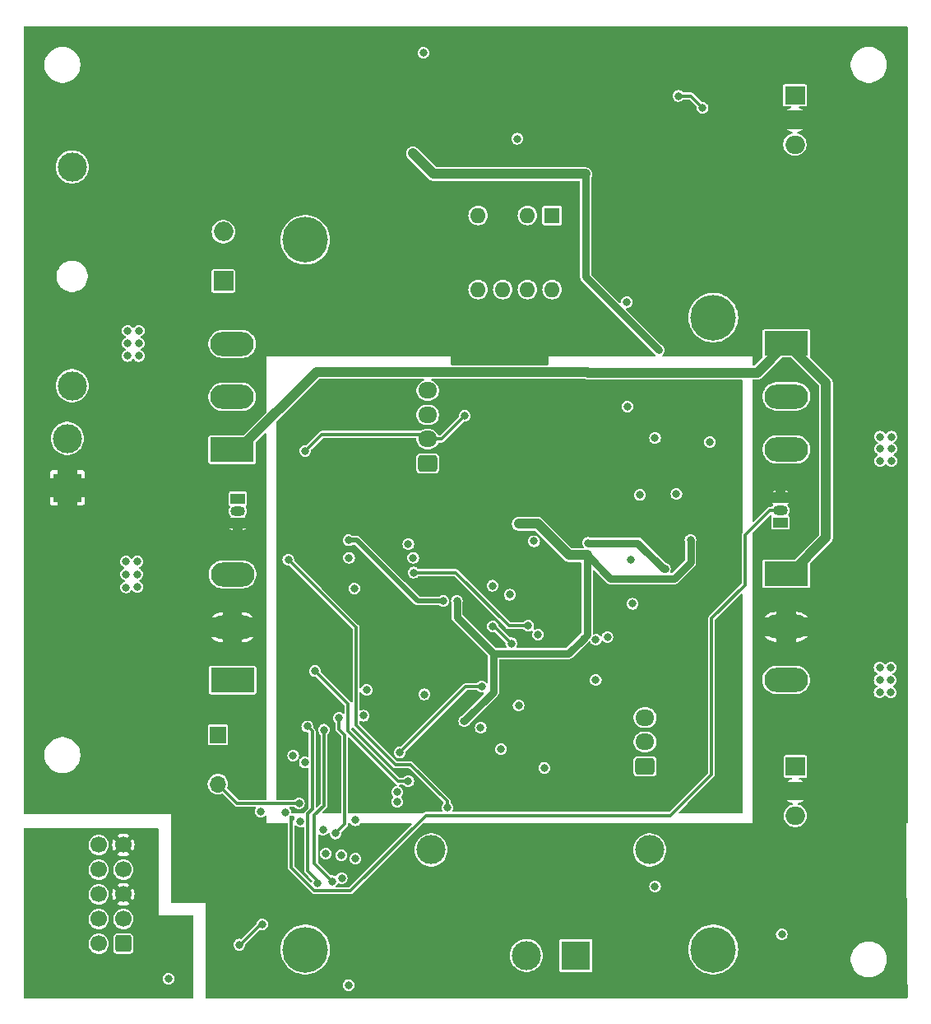
<source format=gbr>
%TF.GenerationSoftware,KiCad,Pcbnew,8.0.0*%
%TF.CreationDate,2024-03-22T17:01:39+01:00*%
%TF.ProjectId,PrezisoinPowerSupply,5072657a-6973-46f6-996e-506f77657253,rev?*%
%TF.SameCoordinates,Original*%
%TF.FileFunction,Copper,L2,Inr*%
%TF.FilePolarity,Positive*%
%FSLAX46Y46*%
G04 Gerber Fmt 4.6, Leading zero omitted, Abs format (unit mm)*
G04 Created by KiCad (PCBNEW 8.0.0) date 2024-03-22 17:01:39*
%MOMM*%
%LPD*%
G01*
G04 APERTURE LIST*
G04 Aperture macros list*
%AMRoundRect*
0 Rectangle with rounded corners*
0 $1 Rounding radius*
0 $2 $3 $4 $5 $6 $7 $8 $9 X,Y pos of 4 corners*
0 Add a 4 corners polygon primitive as box body*
4,1,4,$2,$3,$4,$5,$6,$7,$8,$9,$2,$3,0*
0 Add four circle primitives for the rounded corners*
1,1,$1+$1,$2,$3*
1,1,$1+$1,$4,$5*
1,1,$1+$1,$6,$7*
1,1,$1+$1,$8,$9*
0 Add four rect primitives between the rounded corners*
20,1,$1+$1,$2,$3,$4,$5,0*
20,1,$1+$1,$4,$5,$6,$7,0*
20,1,$1+$1,$6,$7,$8,$9,0*
20,1,$1+$1,$8,$9,$2,$3,0*%
G04 Aperture macros list end*
%TA.AperFunction,ComponentPad*%
%ADD10R,1.500000X1.050000*%
%TD*%
%TA.AperFunction,ComponentPad*%
%ADD11O,1.500000X1.050000*%
%TD*%
%TA.AperFunction,ComponentPad*%
%ADD12C,4.700000*%
%TD*%
%TA.AperFunction,ComponentPad*%
%ADD13RoundRect,0.250000X0.725000X-0.600000X0.725000X0.600000X-0.725000X0.600000X-0.725000X-0.600000X0*%
%TD*%
%TA.AperFunction,ComponentPad*%
%ADD14O,1.950000X1.700000*%
%TD*%
%TA.AperFunction,ComponentPad*%
%ADD15C,3.000000*%
%TD*%
%TA.AperFunction,ComponentPad*%
%ADD16R,1.600000X1.600000*%
%TD*%
%TA.AperFunction,ComponentPad*%
%ADD17O,1.600000X1.600000*%
%TD*%
%TA.AperFunction,ComponentPad*%
%ADD18R,1.700000X1.700000*%
%TD*%
%TA.AperFunction,ComponentPad*%
%ADD19O,1.700000X1.700000*%
%TD*%
%TA.AperFunction,ComponentPad*%
%ADD20R,3.000000X3.000000*%
%TD*%
%TA.AperFunction,ComponentPad*%
%ADD21RoundRect,0.250000X0.600000X0.600000X-0.600000X0.600000X-0.600000X-0.600000X0.600000X-0.600000X0*%
%TD*%
%TA.AperFunction,ComponentPad*%
%ADD22C,1.700000*%
%TD*%
%TA.AperFunction,ComponentPad*%
%ADD23R,4.500000X2.500000*%
%TD*%
%TA.AperFunction,ComponentPad*%
%ADD24O,4.500000X2.500000*%
%TD*%
%TA.AperFunction,ComponentPad*%
%ADD25R,2.000000X2.000000*%
%TD*%
%TA.AperFunction,ComponentPad*%
%ADD26O,2.000000X2.000000*%
%TD*%
%TA.AperFunction,ComponentPad*%
%ADD27R,2.000000X1.905000*%
%TD*%
%TA.AperFunction,ComponentPad*%
%ADD28O,2.000000X1.905000*%
%TD*%
%TA.AperFunction,ViaPad*%
%ADD29C,0.800000*%
%TD*%
%TA.AperFunction,ViaPad*%
%ADD30C,0.600000*%
%TD*%
%TA.AperFunction,Conductor*%
%ADD31C,0.300000*%
%TD*%
%TA.AperFunction,Conductor*%
%ADD32C,1.000000*%
%TD*%
%TA.AperFunction,Conductor*%
%ADD33C,0.750000*%
%TD*%
%TA.AperFunction,Conductor*%
%ADD34C,0.500000*%
%TD*%
G04 APERTURE END LIST*
D10*
%TO.N,+5V*%
%TO.C,U9*%
X173900000Y-101070000D03*
D11*
%TO.N,TempData#2*%
X173900000Y-99800000D03*
%TO.N,GND*%
X173900000Y-98530000D03*
%TD*%
D10*
%TO.N,+5V*%
%TO.C,U8*%
X118050000Y-98610000D03*
D11*
%TO.N,TempData#1*%
X118050000Y-99880000D03*
%TO.N,GND*%
X118050000Y-101150000D03*
%TD*%
D12*
%TO.N,N/C*%
%TO.C,REF\u002A\u002A*%
X167000000Y-145000000D03*
%TD*%
%TO.N,N/C*%
%TO.C,REF\u002A\u002A*%
X167000000Y-80000000D03*
%TD*%
D13*
%TO.N,/LED_SenseEx*%
%TO.C,J4*%
X159975000Y-126150000D03*
D14*
%TO.N,+5V*%
X159975000Y-123650000D03*
%TO.N,/LED_ON*%
X159975000Y-121150000D03*
%TD*%
D15*
%TO.N,Net-(J1-Pin_2)*%
%TO.C,F1*%
X101000000Y-87000000D03*
%TO.N,+VDC*%
X101000000Y-64500000D03*
%TD*%
D16*
%TO.N,Net-(U6-FB{slash}SHDN)*%
%TO.C,U6*%
X150400000Y-69500000D03*
D17*
%TO.N,Net-(U6-CAP+)*%
X147860000Y-69500000D03*
%TO.N,GND*%
X145320000Y-69500000D03*
%TO.N,Net-(U6-CAP-)*%
X142780000Y-69500000D03*
%TO.N,/buckConLDO/-12V*%
X142780000Y-77120000D03*
%TO.N,Net-(U6-VREF)*%
X145320000Y-77120000D03*
%TO.N,unconnected-(U6-OSC-Pad7)*%
X147860000Y-77120000D03*
%TO.N,/buckConLDO/+15V*%
X150400000Y-77120000D03*
%TD*%
D18*
%TO.N,+5V*%
%TO.C,J2*%
X116000000Y-122900000D03*
D19*
%TO.N,GND*%
X116000000Y-125440000D03*
%TO.N,UPDI*%
X116000000Y-127980000D03*
%TD*%
D15*
%TO.N,/outHi*%
%TO.C,F2*%
X137950000Y-134750000D03*
%TO.N,Net-(J6-Pin_1)*%
X160450000Y-134750000D03*
%TD*%
D20*
%TO.N,GND*%
%TO.C,J1*%
X100500000Y-97500000D03*
D15*
%TO.N,Net-(J1-Pin_2)*%
X100500000Y-92420000D03*
%TD*%
D21*
%TO.N,ISO DataOut1*%
%TO.C,J3*%
X106265000Y-144400000D03*
D22*
%TO.N,ISO DataOut2*%
X103725000Y-144400000D03*
%TO.N,VCCQ*%
X106265000Y-141860000D03*
%TO.N,ISOTx*%
X103725000Y-141860000D03*
%TO.N,GND1*%
X106265000Y-139320000D03*
%TO.N,ISORx*%
X103725000Y-139320000D03*
%TO.N,ISO DataIn2*%
X106265000Y-136780000D03*
%TO.N,ISO DataIn1*%
X103725000Y-136780000D03*
%TO.N,GND1*%
X106265000Y-134240000D03*
%TO.N,VCCQ*%
X103725000Y-134240000D03*
%TD*%
D20*
%TO.N,Net-(J6-Pin_1)*%
%TO.C,J6*%
X152840000Y-145600000D03*
D15*
%TO.N,/outLOW*%
X147760000Y-145600000D03*
%TD*%
D12*
%TO.N,N/C*%
%TO.C,REF\u002A\u002A*%
X125000000Y-72000000D03*
%TD*%
D13*
%TO.N,/IntSense-*%
%TO.C,J5*%
X137600000Y-95000000D03*
D14*
%TO.N,/IntSense+*%
X137600000Y-92500000D03*
%TO.N,/ExSense-*%
X137600000Y-90000000D03*
%TO.N,/ExSense+*%
X137600000Y-87500000D03*
%TD*%
D12*
%TO.N,N/C*%
%TO.C,REF\u002A\u002A*%
X125000000Y-145000000D03*
%TD*%
D23*
%TO.N,Net-(Q1-G)*%
%TO.C,Q1*%
X174520000Y-82650000D03*
D24*
%TO.N,Net-(D5-K)*%
X174520000Y-88100000D03*
%TO.N,Net-(Q1-S)*%
X174520000Y-93550000D03*
%TD*%
D25*
%TO.N,Net-(D5-K)*%
%TO.C,D5*%
X116555000Y-76240000D03*
D26*
%TO.N,+VDC*%
X116555000Y-71160000D03*
%TD*%
D23*
%TO.N,Net-(Q1-G)*%
%TO.C,Q9*%
X117480000Y-93600000D03*
D24*
%TO.N,Net-(D5-K)*%
X117480000Y-88150000D03*
%TO.N,Net-(Q9-S)*%
X117480000Y-82700000D03*
%TD*%
D23*
%TO.N,Net-(Q1-G)*%
%TO.C,Q4*%
X117500000Y-117300000D03*
D24*
%TO.N,GND*%
X117500000Y-111850000D03*
%TO.N,Net-(Q4-S)*%
X117500000Y-106400000D03*
%TD*%
D27*
%TO.N,/buckConLDO/12V*%
%TO.C,U14*%
X175445000Y-126160000D03*
D28*
%TO.N,GND*%
X175445000Y-128700000D03*
%TO.N,/buckConLDO/Vout 5V*%
X175445000Y-131240000D03*
%TD*%
D27*
%TO.N,/buckConLDO/+15V*%
%TO.C,U18*%
X175400000Y-57120000D03*
D28*
%TO.N,GND*%
X175400000Y-59660000D03*
%TO.N,/buckConLDO/12V*%
X175400000Y-62200000D03*
%TD*%
D23*
%TO.N,Net-(Q1-G)*%
%TO.C,Q2*%
X174500000Y-106350000D03*
D24*
%TO.N,GND*%
X174500000Y-111800000D03*
%TO.N,Net-(Q2-S)*%
X174500000Y-117250000D03*
%TD*%
D29*
%TO.N,GND*%
X139700000Y-78850000D03*
X133750000Y-78400000D03*
X179300000Y-73000000D03*
X175100000Y-69800000D03*
X184450000Y-82300000D03*
X180050000Y-89450000D03*
X172300000Y-96500000D03*
X177650000Y-120900000D03*
X164700000Y-135700000D03*
X164550000Y-133200000D03*
X137750000Y-129200000D03*
X162000000Y-129750000D03*
X168950000Y-125300000D03*
X165500000Y-125300000D03*
X165550000Y-121800000D03*
X165650000Y-112350000D03*
D30*
%TO.N,TempData#2*%
X123650000Y-131450000D03*
D29*
%TO.N,Net-(U3-+)*%
X159450000Y-98250000D03*
X158700000Y-109432500D03*
%TO.N,GND*%
X145200000Y-134700000D03*
X152200000Y-80600000D03*
X185500000Y-51500000D03*
X141162500Y-63662500D03*
X158950000Y-118250000D03*
X124300000Y-135600000D03*
X145400000Y-93800000D03*
X130900000Y-63600000D03*
X148300000Y-80600000D03*
X160400000Y-69300000D03*
X153200000Y-98800000D03*
X116000000Y-149100000D03*
X132000000Y-67300000D03*
X141400000Y-133000000D03*
X141175000Y-69450000D03*
X102500000Y-100500000D03*
X148800000Y-133500000D03*
X182300000Y-133200000D03*
X148500000Y-98300000D03*
X142200000Y-134700000D03*
X183900000Y-76000000D03*
X140312500Y-141520000D03*
X172300000Y-109500000D03*
X147700000Y-112850000D03*
X154600000Y-135600000D03*
X134100000Y-70200000D03*
X133600000Y-133650000D03*
X168450000Y-110800000D03*
X110500000Y-130000000D03*
X123600000Y-117900000D03*
X167600000Y-64700000D03*
X178500000Y-61400000D03*
X178400000Y-127000000D03*
X155100000Y-95250000D03*
X165200000Y-64700000D03*
X122650000Y-127650000D03*
X113700000Y-119900000D03*
X149650000Y-127950000D03*
X155950000Y-101100000D03*
X150062500Y-61612500D03*
X132500000Y-63650000D03*
X147750000Y-123050000D03*
X125050000Y-114250000D03*
X138800000Y-145500000D03*
X135550000Y-110350000D03*
X132400000Y-82500000D03*
X137000000Y-140750000D03*
X129000000Y-109200000D03*
X125000000Y-52500000D03*
X132200000Y-101500000D03*
X115000000Y-52500000D03*
X139850000Y-112350000D03*
X159600000Y-60200000D03*
X173400000Y-121600000D03*
X127250000Y-105950000D03*
X146050000Y-105300000D03*
X114250000Y-66850000D03*
X133900000Y-89700000D03*
X120000000Y-147900000D03*
X147300000Y-130300000D03*
X139900000Y-88600000D03*
X137800000Y-101200000D03*
X116800000Y-121100000D03*
X140800000Y-136100000D03*
X172500000Y-77400000D03*
X178900000Y-108600000D03*
X102500000Y-105000000D03*
X110000000Y-52500000D03*
X126650000Y-65050000D03*
X172500000Y-103600000D03*
X143962500Y-63200000D03*
X139925000Y-69450000D03*
X142900000Y-123450000D03*
X139200000Y-63500000D03*
X137000000Y-143900000D03*
X138000000Y-115100000D03*
X131100000Y-119450000D03*
X179000000Y-111800000D03*
X135900000Y-115500000D03*
X141612500Y-59462500D03*
X168800000Y-98950000D03*
X172400000Y-62800000D03*
X143700000Y-134700000D03*
X166300000Y-89150000D03*
X148900000Y-140900000D03*
X145650000Y-128500000D03*
X149850000Y-120850000D03*
X167100000Y-69100000D03*
X101000000Y-82000000D03*
X132550000Y-133650000D03*
X122248008Y-132601992D03*
X140800000Y-134700000D03*
X143700000Y-136100000D03*
X145300000Y-83200000D03*
X110000000Y-65850000D03*
X134612500Y-51662500D03*
X175700000Y-140600000D03*
X119800000Y-137850000D03*
X176500000Y-148000000D03*
X173200000Y-126000000D03*
X112800000Y-138500000D03*
X103000000Y-111500000D03*
X102500000Y-120000000D03*
X167400000Y-105200000D03*
X111600000Y-113800000D03*
X160500000Y-102500000D03*
X137000000Y-142250000D03*
X152200000Y-56500000D03*
X162950000Y-89550000D03*
X151400000Y-133100000D03*
X131200000Y-116950000D03*
X140950000Y-97450000D03*
X141062500Y-61562500D03*
X120000000Y-52500000D03*
X131250000Y-106150000D03*
X133900000Y-122600000D03*
X124650000Y-67050000D03*
X179800000Y-97000000D03*
X157350000Y-142000000D03*
X141050000Y-84400000D03*
X178600000Y-57100000D03*
X123050000Y-60300000D03*
X138800000Y-144000000D03*
X145850000Y-119150000D03*
X155250000Y-110050000D03*
X169500000Y-51500000D03*
X145300000Y-87600000D03*
X148650000Y-91500000D03*
X143500000Y-140750000D03*
X142162500Y-61662500D03*
X124700000Y-111600000D03*
X127350000Y-87150000D03*
X155250000Y-90300000D03*
X101500000Y-71000000D03*
X123250000Y-94250000D03*
X162000000Y-80000000D03*
X138750000Y-142250000D03*
X142200000Y-136100000D03*
X172100000Y-56900000D03*
X132300000Y-110400000D03*
X114650000Y-60200000D03*
X161900000Y-145900000D03*
X163800000Y-61200000D03*
X155350000Y-98750000D03*
X141700000Y-66800000D03*
X148950000Y-84450000D03*
X154600000Y-133100000D03*
X146000000Y-126000000D03*
X158700000Y-62500000D03*
X155450000Y-80000000D03*
X165050000Y-101000000D03*
X157250000Y-146500000D03*
X127400000Y-93700000D03*
X116050000Y-141900000D03*
X115800000Y-133900000D03*
X142000000Y-144700000D03*
X102500000Y-115000000D03*
X126600000Y-62300000D03*
X129150000Y-118050000D03*
X173400000Y-134100000D03*
X134800000Y-93100000D03*
X111850000Y-65100000D03*
X140200000Y-82600000D03*
X151200000Y-107800000D03*
X181400000Y-124100000D03*
X143862500Y-61562500D03*
X135400000Y-134400000D03*
X168700000Y-120950000D03*
X184200000Y-87900000D03*
X131300000Y-133650000D03*
X139062500Y-58862500D03*
X176000000Y-103700000D03*
X128950000Y-63550000D03*
X155500000Y-128600000D03*
X148700000Y-87250000D03*
X113700000Y-114600000D03*
X134400000Y-135450000D03*
X142000000Y-140750000D03*
X138750000Y-140750000D03*
X99000000Y-60000000D03*
X151400000Y-136000000D03*
X110550000Y-101650000D03*
X126900000Y-115450000D03*
X142700000Y-102300000D03*
X163700000Y-66900000D03*
X170400000Y-133900000D03*
X119900000Y-96800000D03*
X122800000Y-101050000D03*
X157000000Y-51500000D03*
X151700000Y-118700000D03*
X163200000Y-104250000D03*
X100800000Y-130000000D03*
X110550000Y-78750000D03*
X136400000Y-67300000D03*
X143500000Y-142250000D03*
X138450000Y-122350000D03*
X120300000Y-121600000D03*
X159300000Y-112200000D03*
X127850000Y-130121140D03*
X122750000Y-99050000D03*
X168950000Y-89550000D03*
X105600000Y-129900000D03*
X142000000Y-142250000D03*
X169050000Y-130200000D03*
X148800000Y-136200000D03*
X111400000Y-109600000D03*
X139062500Y-61562500D03*
X179700000Y-136100000D03*
X127950000Y-97650000D03*
X111900000Y-62000000D03*
X182700000Y-66700000D03*
X149800000Y-143400000D03*
X110000000Y-88350000D03*
X125850000Y-103100000D03*
X131400000Y-134950000D03*
X103000000Y-95000000D03*
X131200000Y-125550000D03*
X136300000Y-124800000D03*
X145100000Y-103100000D03*
X151412500Y-61612500D03*
X137000000Y-145400000D03*
X134450000Y-120050000D03*
X145200000Y-136100000D03*
X178000000Y-51500000D03*
X106500000Y-55000000D03*
X175900000Y-96300000D03*
X133600000Y-130600000D03*
X148200000Y-107000000D03*
X163000000Y-141300000D03*
X162200000Y-109000000D03*
X135100000Y-95800000D03*
X168900000Y-101300000D03*
X122700000Y-67100000D03*
X169350000Y-94400000D03*
X163900000Y-55400000D03*
X143400000Y-133000000D03*
X134150000Y-62600000D03*
X155650000Y-125000000D03*
X111500000Y-118600000D03*
X140212500Y-58862500D03*
X150662500Y-58862500D03*
X125050000Y-60400000D03*
%TO.N,+5V*%
X120400000Y-130800000D03*
X130150000Y-135650000D03*
X174050000Y-143450000D03*
X129450000Y-148650000D03*
X130150000Y-131700000D03*
%TO.N,Net-(Q1-G)*%
X154100000Y-85650000D03*
%TO.N,Net-(RN2D-R4.2)*%
X144270331Y-107579669D03*
X148950000Y-112600000D03*
%TO.N,+12V*%
X164650000Y-102850000D03*
X153650000Y-113000000D03*
X140600000Y-109150000D03*
X154000000Y-104437500D03*
X146950000Y-101200000D03*
X141357169Y-121507169D03*
X143050000Y-122200000D03*
%TO.N,ON*%
X158500000Y-104900000D03*
X128750000Y-137650000D03*
X146955330Y-119905330D03*
%TO.N,-12V*%
X145152500Y-124402500D03*
X148550000Y-103000000D03*
X154100000Y-103175000D03*
X156100000Y-112850000D03*
X139200000Y-109150000D03*
X129450000Y-102900000D03*
X135600000Y-103300000D03*
X162025000Y-105859999D03*
%TO.N,+36V*%
X158100000Y-78400000D03*
X158150000Y-89150000D03*
X161000000Y-92400000D03*
%TO.N,SCK*%
X122930331Y-130869669D03*
X123750000Y-125050000D03*
%TO.N,MoSi*%
X124950000Y-125750000D03*
X124500000Y-131850000D03*
%TO.N,+VDC*%
X166644831Y-92794831D03*
X136062500Y-63112500D03*
X136100000Y-104700000D03*
X161400000Y-83350000D03*
X129500000Y-104700000D03*
X153600000Y-65200000D03*
%TO.N,ON PhotoMos*%
X128700000Y-135300000D03*
X163200000Y-98150000D03*
%TO.N,/outHi*%
X184120000Y-117300000D03*
X107700000Y-107700000D03*
X107850000Y-83950000D03*
X106700000Y-82650000D03*
X184120000Y-118550000D03*
X185320000Y-94750000D03*
X106700000Y-83950000D03*
X106550000Y-107750000D03*
X106550000Y-106400000D03*
X185320000Y-92250000D03*
X185320000Y-93500000D03*
X184170000Y-94750000D03*
X106550000Y-105100000D03*
X185270000Y-116000000D03*
X107700000Y-105100000D03*
X106700000Y-81350000D03*
X184170000Y-93500000D03*
X185270000Y-118550000D03*
X161000000Y-138500000D03*
X184120000Y-116000000D03*
X107850000Y-82650000D03*
X184170000Y-92250000D03*
X185270000Y-117300000D03*
X107850000Y-81350000D03*
X107700000Y-106400000D03*
%TO.N,2\u002C5Vref*%
X126000000Y-116362500D03*
X135600000Y-127700000D03*
%TO.N,SDA*%
X126250000Y-138200000D03*
X125200000Y-122050000D03*
%TO.N,SCL*%
X127775000Y-137975000D03*
X126900000Y-122400000D03*
%TO.N,Rx*%
X118200000Y-144500000D03*
X120550000Y-142400000D03*
%TO.N,TempData#1*%
X127114339Y-135135661D03*
%TO.N,UPDI*%
X124350000Y-129950000D03*
%TO.N,RESET*%
X126800000Y-132700000D03*
X131000000Y-120950000D03*
%TO.N,DRDY*%
X128100000Y-133050000D03*
X128469669Y-121180331D03*
%TO.N,GND1*%
X101150000Y-148950000D03*
X100900000Y-136600000D03*
X109050000Y-136450000D03*
%TO.N,/I+DACout*%
X144300000Y-111750000D03*
X146200000Y-113500000D03*
X134450000Y-128800000D03*
%TO.N,/VDACout*%
X146050000Y-108500000D03*
X134450000Y-129800003D03*
%TO.N,/I-DACout*%
X143150000Y-117950000D03*
X134700000Y-124750000D03*
%TO.N,VCCQ*%
X110900000Y-148000000D03*
%TO.N,SensSW*%
X139600000Y-130400000D03*
X149600000Y-126300000D03*
X123250000Y-104900000D03*
%TO.N,/buckConLDO/+15V*%
X146800000Y-61600000D03*
X137150000Y-52775000D03*
%TO.N,Net-(U20-THR)*%
X163400000Y-57200000D03*
X165900000Y-58400000D03*
%TO.N,Net-(U10A--)*%
X154900000Y-113142500D03*
X154900000Y-117282501D03*
%TO.N,Net-(JP2-B)*%
X131300000Y-118300000D03*
X130050000Y-107850000D03*
%TO.N,Net-(RN5A-R1.2)*%
X137250000Y-118750000D03*
X136150000Y-106225000D03*
X147950000Y-111700000D03*
%TO.N,/IntSense+*%
X125000000Y-93700000D03*
X141400000Y-90100000D03*
%TD*%
D31*
%TO.N,TempData#2*%
X170250000Y-107500000D02*
X170250000Y-102400000D01*
X166800000Y-110950000D02*
X170250000Y-107500000D01*
X172850000Y-99800000D02*
X173900000Y-99800000D01*
X129650000Y-138950000D02*
X137400000Y-131200000D01*
X137400000Y-131200000D02*
X162600000Y-131200000D01*
X125939339Y-138950000D02*
X129650000Y-138950000D01*
X162600000Y-131200000D02*
X166800000Y-127000000D01*
X123550000Y-136560661D02*
X125939339Y-138950000D01*
X166800000Y-127000000D02*
X166800000Y-110950000D01*
X170250000Y-102400000D02*
X172850000Y-99800000D01*
X123550000Y-131550000D02*
X123550000Y-136560661D01*
X123650000Y-131450000D02*
X123550000Y-131550000D01*
D32*
%TO.N,Net-(Q1-G)*%
X154050000Y-85600000D02*
X126130000Y-85600000D01*
X154100000Y-85650000D02*
X171520000Y-85650000D01*
X174905635Y-106350000D02*
X174500000Y-106350000D01*
X174520000Y-82650000D02*
X178600000Y-86730000D01*
X154100000Y-85650000D02*
X154050000Y-85600000D01*
X126130000Y-85600000D02*
X118130000Y-93600000D01*
X178600000Y-102655635D02*
X174905635Y-106350000D01*
X178600000Y-86730000D02*
X178600000Y-102655635D01*
X118130000Y-93600000D02*
X117480000Y-93600000D01*
X171520000Y-85650000D02*
X174520000Y-82650000D01*
D33*
%TO.N,+12V*%
X164650000Y-105200000D02*
X164650000Y-102850000D01*
X154000000Y-104437500D02*
X156397499Y-106834999D01*
X154000000Y-104437500D02*
X154000000Y-112650000D01*
X152100000Y-114550000D02*
X153650000Y-113000000D01*
X141357169Y-121507169D02*
X144350000Y-118514338D01*
D32*
X154000000Y-104437500D02*
X152143135Y-104437500D01*
D33*
X140600000Y-109150000D02*
X140600000Y-110800000D01*
D32*
X152143135Y-104437500D02*
X148905635Y-101200000D01*
X148905635Y-101200000D02*
X146950000Y-101200000D01*
D33*
X144350000Y-114550000D02*
X152100000Y-114550000D01*
X156397499Y-106834999D02*
X163015001Y-106834999D01*
X163015001Y-106834999D02*
X164650000Y-105200000D01*
X140600000Y-110800000D02*
X144350000Y-114550000D01*
X154000000Y-112650000D02*
X153650000Y-113000000D01*
X144350000Y-118514338D02*
X144350000Y-114550000D01*
%TO.N,-12V*%
X161909999Y-105859999D02*
X159225000Y-103175000D01*
X159225000Y-103175000D02*
X154100000Y-103175000D01*
D34*
X130300000Y-102900000D02*
X136550000Y-109150000D01*
X129450000Y-102900000D02*
X130300000Y-102900000D01*
D33*
X162025000Y-105859999D02*
X161909999Y-105859999D01*
D34*
X136550000Y-109150000D02*
X139200000Y-109150000D01*
D32*
%TO.N,+VDC*%
X153837500Y-65237500D02*
X153637500Y-65237500D01*
X153637500Y-65237500D02*
X153600000Y-65200000D01*
X153600000Y-65200000D02*
X153562500Y-65237500D01*
D33*
X153837500Y-75787500D02*
X153837500Y-65237500D01*
D32*
X153562500Y-65237500D02*
X138187500Y-65237500D01*
X138187500Y-65237500D02*
X136062500Y-63112500D01*
D33*
X161400000Y-83350000D02*
X153837500Y-75787500D01*
D31*
%TO.N,2\u002C5Vref*%
X129400000Y-119762500D02*
X126000000Y-116362500D01*
X129400000Y-122550000D02*
X129400000Y-119762500D01*
X134550000Y-127700000D02*
X129400000Y-122550000D01*
X135600000Y-127700000D02*
X134550000Y-127700000D01*
%TO.N,SDA*%
X125700000Y-130560661D02*
X125250000Y-131010661D01*
X125250000Y-131010661D02*
X125250000Y-136900000D01*
X125700000Y-122550000D02*
X125700000Y-130560661D01*
X126250000Y-137900000D02*
X126250000Y-138200000D01*
X125200000Y-122050000D02*
X125700000Y-122550000D01*
X125250000Y-136900000D02*
X126250000Y-137900000D01*
%TO.N,SCL*%
X126900000Y-122400000D02*
X126900000Y-130200000D01*
X125950000Y-131150000D02*
X125950000Y-136150000D01*
X126900000Y-130200000D02*
X125950000Y-131150000D01*
X125950000Y-136150000D02*
X127775000Y-137975000D01*
%TO.N,Rx*%
X118300000Y-144500000D02*
X118200000Y-144500000D01*
X120550000Y-142400000D02*
X120400000Y-142400000D01*
X120400000Y-142400000D02*
X118300000Y-144500000D01*
%TO.N,UPDI*%
X124350000Y-129950000D02*
X117970000Y-129950000D01*
X117970000Y-129950000D02*
X116000000Y-127980000D01*
%TO.N,DRDY*%
X129050000Y-132100000D02*
X128100000Y-133050000D01*
X129050000Y-122907107D02*
X129050000Y-132100000D01*
X128469669Y-121180331D02*
X128469669Y-122326776D01*
X128469669Y-122326776D02*
X129050000Y-122907107D01*
%TO.N,/I+DACout*%
X144300000Y-111750000D02*
X144450000Y-111750000D01*
X144450000Y-111750000D02*
X146200000Y-113500000D01*
%TO.N,/I-DACout*%
X143150000Y-117950000D02*
X141500000Y-117950000D01*
X141500000Y-117950000D02*
X134700000Y-124750000D01*
%TO.N,SensSW*%
X139600000Y-130400000D02*
X139600000Y-129750000D01*
X130200000Y-121950000D02*
X130200000Y-111850000D01*
X134250000Y-126000000D02*
X130200000Y-121950000D01*
X135850000Y-126000000D02*
X134250000Y-126000000D01*
X139600000Y-129750000D02*
X135850000Y-126000000D01*
X130200000Y-111850000D02*
X123250000Y-104900000D01*
%TO.N,Net-(U20-THR)*%
X164700000Y-57200000D02*
X165900000Y-58400000D01*
X163400000Y-57200000D02*
X164700000Y-57200000D01*
%TO.N,Net-(RN5A-R1.2)*%
X147950000Y-111700000D02*
X145950000Y-111700000D01*
X140475000Y-106225000D02*
X136150000Y-106225000D01*
X145950000Y-111700000D02*
X140475000Y-106225000D01*
%TO.N,/IntSense+*%
X137600000Y-92500000D02*
X137100000Y-92000000D01*
X137600000Y-92500000D02*
X139000000Y-92500000D01*
X126700000Y-92000000D02*
X125000000Y-93700000D01*
X137100000Y-92000000D02*
X126700000Y-92000000D01*
X139000000Y-92500000D02*
X141400000Y-90100000D01*
%TD*%
%TA.AperFunction,Conductor*%
%TO.N,GND1*%
G36*
X109859191Y-132518907D02*
G01*
X109895155Y-132568407D01*
X109900000Y-132599000D01*
X109900000Y-141500000D01*
X113401000Y-141500000D01*
X113459191Y-141518907D01*
X113495155Y-141568407D01*
X113500000Y-141599000D01*
X113500000Y-149901000D01*
X113481093Y-149959191D01*
X113431593Y-149995155D01*
X113401000Y-150000000D01*
X96099000Y-150000000D01*
X96040809Y-149981093D01*
X96004845Y-149931593D01*
X96000000Y-149901000D01*
X96000000Y-148000000D01*
X110294318Y-148000000D01*
X110314955Y-148156758D01*
X110314957Y-148156766D01*
X110375462Y-148302838D01*
X110375462Y-148302839D01*
X110375464Y-148302841D01*
X110471718Y-148428282D01*
X110597159Y-148524536D01*
X110743238Y-148585044D01*
X110860809Y-148600522D01*
X110899999Y-148605682D01*
X110900000Y-148605682D01*
X110900001Y-148605682D01*
X110931352Y-148601554D01*
X111056762Y-148585044D01*
X111202841Y-148524536D01*
X111328282Y-148428282D01*
X111424536Y-148302841D01*
X111485044Y-148156762D01*
X111505682Y-148000000D01*
X111485044Y-147843238D01*
X111424537Y-147697161D01*
X111424537Y-147697160D01*
X111328286Y-147571723D01*
X111328285Y-147571722D01*
X111328282Y-147571718D01*
X111328277Y-147571714D01*
X111328276Y-147571713D01*
X111202838Y-147475462D01*
X111056766Y-147414957D01*
X111056758Y-147414955D01*
X110900001Y-147394318D01*
X110899999Y-147394318D01*
X110743241Y-147414955D01*
X110743233Y-147414957D01*
X110597161Y-147475462D01*
X110597160Y-147475462D01*
X110471723Y-147571713D01*
X110471713Y-147571723D01*
X110375462Y-147697160D01*
X110375462Y-147697161D01*
X110314957Y-147843233D01*
X110314955Y-147843241D01*
X110294318Y-147999999D01*
X110294318Y-148000000D01*
X96000000Y-148000000D01*
X96000000Y-144400003D01*
X102669417Y-144400003D01*
X102689698Y-144605929D01*
X102689699Y-144605934D01*
X102749768Y-144803954D01*
X102847316Y-144986452D01*
X102978585Y-145146404D01*
X102978590Y-145146410D01*
X102978595Y-145146414D01*
X103138547Y-145277683D01*
X103138548Y-145277683D01*
X103138550Y-145277685D01*
X103321046Y-145375232D01*
X103411904Y-145402793D01*
X103519065Y-145435300D01*
X103519070Y-145435301D01*
X103724997Y-145455583D01*
X103725000Y-145455583D01*
X103725003Y-145455583D01*
X103930929Y-145435301D01*
X103930934Y-145435300D01*
X104128954Y-145375232D01*
X104311450Y-145277685D01*
X104471410Y-145146410D01*
X104547024Y-145054274D01*
X105214500Y-145054274D01*
X105217353Y-145084694D01*
X105217355Y-145084703D01*
X105262207Y-145212883D01*
X105342845Y-145322144D01*
X105342847Y-145322146D01*
X105342850Y-145322150D01*
X105342853Y-145322152D01*
X105342855Y-145322154D01*
X105452116Y-145402792D01*
X105452117Y-145402792D01*
X105452118Y-145402793D01*
X105580301Y-145447646D01*
X105610725Y-145450499D01*
X105610727Y-145450500D01*
X105610734Y-145450500D01*
X106919273Y-145450500D01*
X106919273Y-145450499D01*
X106949699Y-145447646D01*
X107077882Y-145402793D01*
X107187150Y-145322150D01*
X107267793Y-145212882D01*
X107312646Y-145084699D01*
X107315499Y-145054273D01*
X107315500Y-145054273D01*
X107315500Y-143745727D01*
X107315499Y-143745725D01*
X107312646Y-143715305D01*
X107312646Y-143715301D01*
X107267793Y-143587118D01*
X107219967Y-143522316D01*
X107187154Y-143477855D01*
X107187152Y-143477853D01*
X107187150Y-143477850D01*
X107187146Y-143477847D01*
X107187144Y-143477845D01*
X107077883Y-143397207D01*
X106949703Y-143352355D01*
X106949694Y-143352353D01*
X106919274Y-143349500D01*
X106919266Y-143349500D01*
X105610734Y-143349500D01*
X105610725Y-143349500D01*
X105580305Y-143352353D01*
X105580296Y-143352355D01*
X105452116Y-143397207D01*
X105342855Y-143477845D01*
X105342845Y-143477855D01*
X105262207Y-143587116D01*
X105217355Y-143715296D01*
X105217353Y-143715305D01*
X105214500Y-143745725D01*
X105214500Y-145054274D01*
X104547024Y-145054274D01*
X104602685Y-144986450D01*
X104700232Y-144803954D01*
X104760300Y-144605934D01*
X104760301Y-144605929D01*
X104780583Y-144400003D01*
X104780583Y-144399996D01*
X104760301Y-144194070D01*
X104760300Y-144194065D01*
X104742078Y-144133997D01*
X104700232Y-143996046D01*
X104602685Y-143813550D01*
X104547024Y-143745727D01*
X104471414Y-143653595D01*
X104471410Y-143653590D01*
X104471404Y-143653585D01*
X104311452Y-143522316D01*
X104128954Y-143424768D01*
X103930934Y-143364699D01*
X103930929Y-143364698D01*
X103725003Y-143344417D01*
X103724997Y-143344417D01*
X103519070Y-143364698D01*
X103519065Y-143364699D01*
X103321045Y-143424768D01*
X103138547Y-143522316D01*
X102978595Y-143653585D01*
X102978585Y-143653595D01*
X102847316Y-143813547D01*
X102749768Y-143996045D01*
X102689699Y-144194065D01*
X102689698Y-144194070D01*
X102669417Y-144399996D01*
X102669417Y-144400003D01*
X96000000Y-144400003D01*
X96000000Y-141860003D01*
X102669417Y-141860003D01*
X102689698Y-142065929D01*
X102689699Y-142065934D01*
X102749768Y-142263954D01*
X102847316Y-142446452D01*
X102978585Y-142606404D01*
X102978590Y-142606410D01*
X102978595Y-142606414D01*
X103138547Y-142737683D01*
X103138548Y-142737683D01*
X103138550Y-142737685D01*
X103321046Y-142835232D01*
X103458997Y-142877078D01*
X103519065Y-142895300D01*
X103519070Y-142895301D01*
X103724997Y-142915583D01*
X103725000Y-142915583D01*
X103725003Y-142915583D01*
X103930929Y-142895301D01*
X103930934Y-142895300D01*
X104128954Y-142835232D01*
X104311450Y-142737685D01*
X104471410Y-142606410D01*
X104602685Y-142446450D01*
X104700232Y-142263954D01*
X104760300Y-142065934D01*
X104760301Y-142065929D01*
X104780583Y-141860003D01*
X105209417Y-141860003D01*
X105229698Y-142065929D01*
X105229699Y-142065934D01*
X105289768Y-142263954D01*
X105387316Y-142446452D01*
X105518585Y-142606404D01*
X105518590Y-142606410D01*
X105518595Y-142606414D01*
X105678547Y-142737683D01*
X105678548Y-142737683D01*
X105678550Y-142737685D01*
X105861046Y-142835232D01*
X105998997Y-142877078D01*
X106059065Y-142895300D01*
X106059070Y-142895301D01*
X106264997Y-142915583D01*
X106265000Y-142915583D01*
X106265003Y-142915583D01*
X106470929Y-142895301D01*
X106470934Y-142895300D01*
X106668954Y-142835232D01*
X106851450Y-142737685D01*
X107011410Y-142606410D01*
X107142685Y-142446450D01*
X107240232Y-142263954D01*
X107300300Y-142065934D01*
X107300301Y-142065929D01*
X107320583Y-141860003D01*
X107320583Y-141859996D01*
X107300301Y-141654070D01*
X107300300Y-141654065D01*
X107253565Y-141500000D01*
X107240232Y-141456046D01*
X107142685Y-141273550D01*
X107011410Y-141113590D01*
X107011404Y-141113585D01*
X106851452Y-140982316D01*
X106668954Y-140884768D01*
X106470934Y-140824699D01*
X106470929Y-140824698D01*
X106265003Y-140804417D01*
X106264997Y-140804417D01*
X106059070Y-140824698D01*
X106059065Y-140824699D01*
X105861045Y-140884768D01*
X105678547Y-140982316D01*
X105518595Y-141113585D01*
X105518585Y-141113595D01*
X105387316Y-141273547D01*
X105289768Y-141456045D01*
X105229699Y-141654065D01*
X105229698Y-141654070D01*
X105209417Y-141859996D01*
X105209417Y-141860003D01*
X104780583Y-141860003D01*
X104780583Y-141859996D01*
X104760301Y-141654070D01*
X104760300Y-141654065D01*
X104713565Y-141500000D01*
X104700232Y-141456046D01*
X104602685Y-141273550D01*
X104471410Y-141113590D01*
X104471404Y-141113585D01*
X104311452Y-140982316D01*
X104128954Y-140884768D01*
X103930934Y-140824699D01*
X103930929Y-140824698D01*
X103725003Y-140804417D01*
X103724997Y-140804417D01*
X103519070Y-140824698D01*
X103519065Y-140824699D01*
X103321045Y-140884768D01*
X103138547Y-140982316D01*
X102978595Y-141113585D01*
X102978585Y-141113595D01*
X102847316Y-141273547D01*
X102749768Y-141456045D01*
X102689699Y-141654065D01*
X102689698Y-141654070D01*
X102669417Y-141859996D01*
X102669417Y-141860003D01*
X96000000Y-141860003D01*
X96000000Y-139320003D01*
X102669417Y-139320003D01*
X102689698Y-139525929D01*
X102689699Y-139525934D01*
X102749768Y-139723954D01*
X102847316Y-139906452D01*
X102978585Y-140066404D01*
X102978590Y-140066410D01*
X102978595Y-140066414D01*
X103138547Y-140197683D01*
X103138548Y-140197683D01*
X103138550Y-140197685D01*
X103321046Y-140295232D01*
X103458997Y-140337078D01*
X103519065Y-140355300D01*
X103519070Y-140355301D01*
X103724997Y-140375583D01*
X103725000Y-140375583D01*
X103725003Y-140375583D01*
X103930929Y-140355301D01*
X103930934Y-140355300D01*
X103935737Y-140353843D01*
X104128954Y-140295232D01*
X104311450Y-140197685D01*
X104471410Y-140066410D01*
X104602685Y-139906450D01*
X104700232Y-139723954D01*
X104760300Y-139525934D01*
X104760301Y-139525929D01*
X104780583Y-139320003D01*
X104780583Y-139320000D01*
X105110073Y-139320000D01*
X105129738Y-139532216D01*
X105188064Y-139737210D01*
X105283057Y-139927984D01*
X105283058Y-139927987D01*
X105291835Y-139939608D01*
X105782036Y-139449406D01*
X105799075Y-139512993D01*
X105864901Y-139627007D01*
X105957993Y-139720099D01*
X106072007Y-139785925D01*
X106135589Y-139802962D01*
X105647992Y-140290560D01*
X105750199Y-140353844D01*
X105750204Y-140353847D01*
X105948941Y-140430838D01*
X106158437Y-140470000D01*
X106371563Y-140470000D01*
X106581058Y-140430838D01*
X106779797Y-140353846D01*
X106779803Y-140353843D01*
X106882006Y-140290560D01*
X106394408Y-139802962D01*
X106457993Y-139785925D01*
X106572007Y-139720099D01*
X106665099Y-139627007D01*
X106730925Y-139512993D01*
X106747962Y-139449408D01*
X107238163Y-139939609D01*
X107246936Y-139927994D01*
X107246940Y-139927988D01*
X107341935Y-139737210D01*
X107400261Y-139532216D01*
X107419926Y-139320000D01*
X107400261Y-139107783D01*
X107341935Y-138902789D01*
X107246941Y-138712012D01*
X107246938Y-138712007D01*
X107238163Y-138700389D01*
X106747962Y-139190589D01*
X106730925Y-139127007D01*
X106665099Y-139012993D01*
X106572007Y-138919901D01*
X106457993Y-138854075D01*
X106394407Y-138837036D01*
X106882006Y-138349438D01*
X106779800Y-138286155D01*
X106779795Y-138286152D01*
X106581058Y-138209161D01*
X106371563Y-138170000D01*
X106158437Y-138170000D01*
X105948941Y-138209161D01*
X105750204Y-138286152D01*
X105750202Y-138286153D01*
X105647992Y-138349438D01*
X106135591Y-138837037D01*
X106072007Y-138854075D01*
X105957993Y-138919901D01*
X105864901Y-139012993D01*
X105799075Y-139127007D01*
X105782037Y-139190591D01*
X105291835Y-138700389D01*
X105283067Y-138712000D01*
X105283057Y-138712016D01*
X105188064Y-138902789D01*
X105129738Y-139107783D01*
X105110073Y-139320000D01*
X104780583Y-139320000D01*
X104780583Y-139319996D01*
X104760301Y-139114070D01*
X104760300Y-139114065D01*
X104715520Y-138966445D01*
X104700232Y-138916046D01*
X104602685Y-138733550D01*
X104585009Y-138712012D01*
X104471414Y-138573595D01*
X104471410Y-138573590D01*
X104381740Y-138500000D01*
X104311452Y-138442316D01*
X104128954Y-138344768D01*
X103930934Y-138284699D01*
X103930929Y-138284698D01*
X103725003Y-138264417D01*
X103724997Y-138264417D01*
X103519070Y-138284698D01*
X103519065Y-138284699D01*
X103321045Y-138344768D01*
X103138547Y-138442316D01*
X102978595Y-138573585D01*
X102978585Y-138573595D01*
X102847316Y-138733547D01*
X102749768Y-138916045D01*
X102689699Y-139114065D01*
X102689698Y-139114070D01*
X102669417Y-139319996D01*
X102669417Y-139320003D01*
X96000000Y-139320003D01*
X96000000Y-136780003D01*
X102669417Y-136780003D01*
X102689698Y-136985929D01*
X102689699Y-136985934D01*
X102749768Y-137183954D01*
X102847316Y-137366452D01*
X102978585Y-137526404D01*
X102978590Y-137526410D01*
X102978595Y-137526414D01*
X103138547Y-137657683D01*
X103138548Y-137657683D01*
X103138550Y-137657685D01*
X103321046Y-137755232D01*
X103458997Y-137797078D01*
X103519065Y-137815300D01*
X103519070Y-137815301D01*
X103724997Y-137835583D01*
X103725000Y-137835583D01*
X103725003Y-137835583D01*
X103930929Y-137815301D01*
X103930934Y-137815300D01*
X104128954Y-137755232D01*
X104311450Y-137657685D01*
X104471410Y-137526410D01*
X104602685Y-137366450D01*
X104700232Y-137183954D01*
X104760300Y-136985934D01*
X104760301Y-136985929D01*
X104780583Y-136780003D01*
X105209417Y-136780003D01*
X105229698Y-136985929D01*
X105229699Y-136985934D01*
X105289768Y-137183954D01*
X105387316Y-137366452D01*
X105518585Y-137526404D01*
X105518590Y-137526410D01*
X105518595Y-137526414D01*
X105678547Y-137657683D01*
X105678548Y-137657683D01*
X105678550Y-137657685D01*
X105861046Y-137755232D01*
X105998997Y-137797078D01*
X106059065Y-137815300D01*
X106059070Y-137815301D01*
X106264997Y-137835583D01*
X106265000Y-137835583D01*
X106265003Y-137835583D01*
X106470929Y-137815301D01*
X106470934Y-137815300D01*
X106668954Y-137755232D01*
X106851450Y-137657685D01*
X107011410Y-137526410D01*
X107142685Y-137366450D01*
X107240232Y-137183954D01*
X107300300Y-136985934D01*
X107300301Y-136985929D01*
X107320583Y-136780003D01*
X107320583Y-136779996D01*
X107300301Y-136574070D01*
X107300300Y-136574065D01*
X107282078Y-136513997D01*
X107240232Y-136376046D01*
X107142685Y-136193550D01*
X107011410Y-136033590D01*
X107011404Y-136033585D01*
X106851452Y-135902316D01*
X106668954Y-135804768D01*
X106470934Y-135744699D01*
X106470929Y-135744698D01*
X106265003Y-135724417D01*
X106264997Y-135724417D01*
X106059070Y-135744698D01*
X106059065Y-135744699D01*
X105861045Y-135804768D01*
X105678547Y-135902316D01*
X105518595Y-136033585D01*
X105518585Y-136033595D01*
X105387316Y-136193547D01*
X105289768Y-136376045D01*
X105229699Y-136574065D01*
X105229698Y-136574070D01*
X105209417Y-136779996D01*
X105209417Y-136780003D01*
X104780583Y-136780003D01*
X104780583Y-136779996D01*
X104760301Y-136574070D01*
X104760300Y-136574065D01*
X104742078Y-136513997D01*
X104700232Y-136376046D01*
X104602685Y-136193550D01*
X104471410Y-136033590D01*
X104471404Y-136033585D01*
X104311452Y-135902316D01*
X104128954Y-135804768D01*
X103930934Y-135744699D01*
X103930929Y-135744698D01*
X103725003Y-135724417D01*
X103724997Y-135724417D01*
X103519070Y-135744698D01*
X103519065Y-135744699D01*
X103321045Y-135804768D01*
X103138547Y-135902316D01*
X102978595Y-136033585D01*
X102978585Y-136033595D01*
X102847316Y-136193547D01*
X102749768Y-136376045D01*
X102689699Y-136574065D01*
X102689698Y-136574070D01*
X102669417Y-136779996D01*
X102669417Y-136780003D01*
X96000000Y-136780003D01*
X96000000Y-134240003D01*
X102669417Y-134240003D01*
X102689698Y-134445929D01*
X102689699Y-134445934D01*
X102749768Y-134643954D01*
X102847316Y-134826452D01*
X102978585Y-134986404D01*
X102978590Y-134986410D01*
X102978595Y-134986414D01*
X103138547Y-135117683D01*
X103138548Y-135117683D01*
X103138550Y-135117685D01*
X103321046Y-135215232D01*
X103458997Y-135257078D01*
X103519065Y-135275300D01*
X103519070Y-135275301D01*
X103724997Y-135295583D01*
X103725000Y-135295583D01*
X103725003Y-135295583D01*
X103930929Y-135275301D01*
X103930934Y-135275300D01*
X103935737Y-135273843D01*
X104128954Y-135215232D01*
X104311450Y-135117685D01*
X104471410Y-134986410D01*
X104602685Y-134826450D01*
X104700232Y-134643954D01*
X104760300Y-134445934D01*
X104760301Y-134445929D01*
X104780583Y-134240003D01*
X104780583Y-134240000D01*
X105110073Y-134240000D01*
X105129738Y-134452216D01*
X105188064Y-134657210D01*
X105283057Y-134847984D01*
X105283058Y-134847987D01*
X105291835Y-134859608D01*
X105782036Y-134369406D01*
X105799075Y-134432993D01*
X105864901Y-134547007D01*
X105957993Y-134640099D01*
X106072007Y-134705925D01*
X106135589Y-134722962D01*
X105647992Y-135210560D01*
X105750199Y-135273844D01*
X105750204Y-135273847D01*
X105948941Y-135350838D01*
X106158437Y-135390000D01*
X106371563Y-135390000D01*
X106581058Y-135350838D01*
X106779797Y-135273846D01*
X106779803Y-135273843D01*
X106882006Y-135210560D01*
X106394408Y-134722962D01*
X106457993Y-134705925D01*
X106572007Y-134640099D01*
X106665099Y-134547007D01*
X106730925Y-134432993D01*
X106747962Y-134369408D01*
X107238163Y-134859609D01*
X107246936Y-134847994D01*
X107246940Y-134847988D01*
X107341935Y-134657210D01*
X107400261Y-134452216D01*
X107419926Y-134240000D01*
X107400261Y-134027783D01*
X107341935Y-133822789D01*
X107246941Y-133632012D01*
X107246938Y-133632007D01*
X107238163Y-133620389D01*
X106747962Y-134110589D01*
X106730925Y-134047007D01*
X106665099Y-133932993D01*
X106572007Y-133839901D01*
X106457993Y-133774075D01*
X106394407Y-133757036D01*
X106882006Y-133269438D01*
X106779800Y-133206155D01*
X106779795Y-133206152D01*
X106581058Y-133129161D01*
X106371563Y-133090000D01*
X106158437Y-133090000D01*
X105948941Y-133129161D01*
X105750204Y-133206152D01*
X105750202Y-133206153D01*
X105647992Y-133269438D01*
X106135591Y-133757037D01*
X106072007Y-133774075D01*
X105957993Y-133839901D01*
X105864901Y-133932993D01*
X105799075Y-134047007D01*
X105782037Y-134110591D01*
X105291835Y-133620389D01*
X105283067Y-133632000D01*
X105283057Y-133632016D01*
X105188064Y-133822789D01*
X105129738Y-134027783D01*
X105110073Y-134240000D01*
X104780583Y-134240000D01*
X104780583Y-134239996D01*
X104760301Y-134034070D01*
X104760300Y-134034065D01*
X104701401Y-133839901D01*
X104700232Y-133836046D01*
X104602685Y-133653550D01*
X104585009Y-133632012D01*
X104471414Y-133493595D01*
X104471410Y-133493590D01*
X104471404Y-133493585D01*
X104311452Y-133362316D01*
X104128954Y-133264768D01*
X103930934Y-133204699D01*
X103930929Y-133204698D01*
X103725003Y-133184417D01*
X103724997Y-133184417D01*
X103519070Y-133204698D01*
X103519065Y-133204699D01*
X103321045Y-133264768D01*
X103138547Y-133362316D01*
X102978595Y-133493585D01*
X102978585Y-133493595D01*
X102847316Y-133653547D01*
X102749768Y-133836045D01*
X102689699Y-134034065D01*
X102689698Y-134034070D01*
X102669417Y-134239996D01*
X102669417Y-134240003D01*
X96000000Y-134240003D01*
X96000000Y-132599000D01*
X96018907Y-132540809D01*
X96068407Y-132504845D01*
X96099000Y-132500000D01*
X109801000Y-132500000D01*
X109859191Y-132518907D01*
G37*
%TD.AperFunction*%
%TD*%
%TA.AperFunction,Conductor*%
%TO.N,GND*%
G36*
X137186245Y-86319407D02*
G01*
X137222209Y-86368907D01*
X137222209Y-86430093D01*
X137186245Y-86479593D01*
X137165943Y-86490962D01*
X137105696Y-86515917D01*
X136977402Y-86569058D01*
X136805348Y-86684020D01*
X136659020Y-86830348D01*
X136544058Y-87002402D01*
X136464869Y-87193581D01*
X136424500Y-87396532D01*
X136424500Y-87603467D01*
X136464869Y-87806418D01*
X136544058Y-87997597D01*
X136544059Y-87997598D01*
X136659023Y-88169655D01*
X136805345Y-88315977D01*
X136977402Y-88430941D01*
X137168580Y-88510130D01*
X137371535Y-88550500D01*
X137371536Y-88550500D01*
X137828464Y-88550500D01*
X137828465Y-88550500D01*
X138031420Y-88510130D01*
X138222598Y-88430941D01*
X138394655Y-88315977D01*
X138540977Y-88169655D01*
X138655941Y-87997598D01*
X138735130Y-87806420D01*
X138775500Y-87603465D01*
X138775500Y-87396535D01*
X138735130Y-87193580D01*
X138655941Y-87002402D01*
X138540977Y-86830345D01*
X138394655Y-86684023D01*
X138222598Y-86569059D01*
X138222599Y-86569059D01*
X138222597Y-86569058D01*
X138117948Y-86525711D01*
X138034058Y-86490963D01*
X137987535Y-86451227D01*
X137973251Y-86391733D01*
X137996666Y-86335205D01*
X138048835Y-86303235D01*
X138071946Y-86300500D01*
X153820260Y-86300500D01*
X153858145Y-86308036D01*
X153895672Y-86323580D01*
X154031006Y-86350500D01*
X154031007Y-86350500D01*
X169901000Y-86350500D01*
X169959191Y-86369407D01*
X169995155Y-86418907D01*
X170000000Y-86449500D01*
X170000000Y-102113310D01*
X169981093Y-102171501D01*
X169971009Y-102183308D01*
X169969533Y-102184784D01*
X169969531Y-102184786D01*
X169969530Y-102184788D01*
X169923386Y-102264712D01*
X169909924Y-102314955D01*
X169899500Y-102353857D01*
X169899500Y-107313810D01*
X169880593Y-107372001D01*
X169870504Y-107383814D01*
X166519530Y-110734788D01*
X166473386Y-110814712D01*
X166449500Y-110903857D01*
X166449500Y-126813810D01*
X166430593Y-126872001D01*
X166420504Y-126883814D01*
X162483814Y-130820504D01*
X162429297Y-130848281D01*
X162413810Y-130849500D01*
X140211336Y-130849500D01*
X140153145Y-130830593D01*
X140117181Y-130781093D01*
X140117181Y-130719907D01*
X140122100Y-130708856D01*
X140122053Y-130708837D01*
X140162797Y-130610470D01*
X140185044Y-130556762D01*
X140205682Y-130400000D01*
X140185044Y-130243238D01*
X140152725Y-130165212D01*
X140124537Y-130097161D01*
X140124537Y-130097160D01*
X140028281Y-129971716D01*
X140028278Y-129971714D01*
X139989232Y-129941752D01*
X139954577Y-129891328D01*
X139950500Y-129863211D01*
X139950500Y-129703857D01*
X139950500Y-129703856D01*
X139926614Y-129614712D01*
X139891527Y-129553940D01*
X139880470Y-129534788D01*
X136645682Y-126300000D01*
X148994318Y-126300000D01*
X149014955Y-126456758D01*
X149014957Y-126456766D01*
X149075462Y-126602838D01*
X149075462Y-126602839D01*
X149075464Y-126602841D01*
X149171718Y-126728282D01*
X149297159Y-126824536D01*
X149297160Y-126824536D01*
X149297161Y-126824537D01*
X149443233Y-126885042D01*
X149443238Y-126885044D01*
X149560809Y-126900522D01*
X149599999Y-126905682D01*
X149600000Y-126905682D01*
X149600001Y-126905682D01*
X149631352Y-126901554D01*
X149756762Y-126885044D01*
X149902841Y-126824536D01*
X149929247Y-126804274D01*
X158799500Y-126804274D01*
X158802353Y-126834694D01*
X158802355Y-126834703D01*
X158847207Y-126962883D01*
X158927845Y-127072144D01*
X158927847Y-127072146D01*
X158927850Y-127072150D01*
X158927853Y-127072152D01*
X158927855Y-127072154D01*
X159037116Y-127152792D01*
X159037117Y-127152792D01*
X159037118Y-127152793D01*
X159165301Y-127197646D01*
X159195725Y-127200499D01*
X159195727Y-127200500D01*
X159195734Y-127200500D01*
X160754273Y-127200500D01*
X160754273Y-127200499D01*
X160784699Y-127197646D01*
X160912882Y-127152793D01*
X161022150Y-127072150D01*
X161102793Y-126962882D01*
X161147646Y-126834699D01*
X161150499Y-126804273D01*
X161150500Y-126804273D01*
X161150500Y-125495727D01*
X161150499Y-125495725D01*
X161147646Y-125465301D01*
X161102793Y-125337118D01*
X161101262Y-125335044D01*
X161022154Y-125227855D01*
X161022152Y-125227853D01*
X161022150Y-125227850D01*
X161022146Y-125227847D01*
X161022144Y-125227845D01*
X160912883Y-125147207D01*
X160784703Y-125102355D01*
X160784694Y-125102353D01*
X160754274Y-125099500D01*
X160754266Y-125099500D01*
X159195734Y-125099500D01*
X159195725Y-125099500D01*
X159165305Y-125102353D01*
X159165296Y-125102355D01*
X159037116Y-125147207D01*
X158927855Y-125227845D01*
X158927845Y-125227855D01*
X158847207Y-125337116D01*
X158802355Y-125465296D01*
X158802353Y-125465305D01*
X158799500Y-125495725D01*
X158799500Y-126804274D01*
X149929247Y-126804274D01*
X150028282Y-126728282D01*
X150124536Y-126602841D01*
X150185044Y-126456762D01*
X150205682Y-126300000D01*
X150185044Y-126143238D01*
X150147600Y-126052841D01*
X150124537Y-125997161D01*
X150124537Y-125997160D01*
X150028286Y-125871723D01*
X150028285Y-125871722D01*
X150028282Y-125871718D01*
X150028277Y-125871714D01*
X150028276Y-125871713D01*
X149902838Y-125775462D01*
X149756766Y-125714957D01*
X149756758Y-125714955D01*
X149600001Y-125694318D01*
X149599999Y-125694318D01*
X149443241Y-125714955D01*
X149443233Y-125714957D01*
X149297161Y-125775462D01*
X149297160Y-125775462D01*
X149171723Y-125871713D01*
X149171713Y-125871723D01*
X149075462Y-125997160D01*
X149075462Y-125997161D01*
X149014957Y-126143233D01*
X149014955Y-126143241D01*
X148994318Y-126299999D01*
X148994318Y-126300000D01*
X136645682Y-126300000D01*
X136065212Y-125719530D01*
X135985288Y-125673386D01*
X135896144Y-125649500D01*
X135896142Y-125649500D01*
X134436190Y-125649500D01*
X134377999Y-125630593D01*
X134366186Y-125620504D01*
X133495682Y-124750000D01*
X134094318Y-124750000D01*
X134114955Y-124906758D01*
X134114957Y-124906766D01*
X134175462Y-125052838D01*
X134175462Y-125052839D01*
X134271713Y-125178276D01*
X134271718Y-125178282D01*
X134397159Y-125274536D01*
X134543238Y-125335044D01*
X134660809Y-125350522D01*
X134699999Y-125355682D01*
X134700000Y-125355682D01*
X134700001Y-125355682D01*
X134731352Y-125351554D01*
X134856762Y-125335044D01*
X135002841Y-125274536D01*
X135128282Y-125178282D01*
X135224536Y-125052841D01*
X135285044Y-124906762D01*
X135305682Y-124750000D01*
X135299257Y-124701199D01*
X135310407Y-124641040D01*
X135327403Y-124618277D01*
X135543180Y-124402500D01*
X144546818Y-124402500D01*
X144567455Y-124559258D01*
X144567457Y-124559266D01*
X144627962Y-124705338D01*
X144627962Y-124705339D01*
X144662231Y-124749999D01*
X144724218Y-124830782D01*
X144849659Y-124927036D01*
X144995738Y-124987544D01*
X145113309Y-125003022D01*
X145152499Y-125008182D01*
X145152500Y-125008182D01*
X145152501Y-125008182D01*
X145183852Y-125004054D01*
X145309262Y-124987544D01*
X145455341Y-124927036D01*
X145580782Y-124830782D01*
X145677036Y-124705341D01*
X145737544Y-124559262D01*
X145758182Y-124402500D01*
X145737544Y-124245738D01*
X145696893Y-124147597D01*
X145677037Y-124099661D01*
X145677037Y-124099660D01*
X145580786Y-123974223D01*
X145580785Y-123974222D01*
X145580782Y-123974218D01*
X145580777Y-123974214D01*
X145580776Y-123974213D01*
X145455338Y-123877962D01*
X145309266Y-123817457D01*
X145309258Y-123817455D01*
X145152501Y-123796818D01*
X145152499Y-123796818D01*
X144995741Y-123817455D01*
X144995733Y-123817457D01*
X144849661Y-123877962D01*
X144849660Y-123877962D01*
X144724223Y-123974213D01*
X144724213Y-123974223D01*
X144627962Y-124099660D01*
X144627962Y-124099661D01*
X144567457Y-124245733D01*
X144567455Y-124245741D01*
X144546818Y-124402499D01*
X144546818Y-124402500D01*
X135543180Y-124402500D01*
X136192213Y-123753467D01*
X158799500Y-123753467D01*
X158839869Y-123956418D01*
X158919058Y-124147597D01*
X159034020Y-124319651D01*
X159034023Y-124319655D01*
X159180345Y-124465977D01*
X159352402Y-124580941D01*
X159543580Y-124660130D01*
X159746535Y-124700500D01*
X159746536Y-124700500D01*
X160203464Y-124700500D01*
X160203465Y-124700500D01*
X160406420Y-124660130D01*
X160597598Y-124580941D01*
X160769655Y-124465977D01*
X160915977Y-124319655D01*
X161030941Y-124147598D01*
X161110130Y-123956420D01*
X161150500Y-123753465D01*
X161150500Y-123546535D01*
X161110130Y-123343580D01*
X161030941Y-123152402D01*
X160915977Y-122980345D01*
X160769655Y-122834023D01*
X160769651Y-122834020D01*
X160597597Y-122719058D01*
X160406418Y-122639869D01*
X160203467Y-122599500D01*
X160203465Y-122599500D01*
X159746535Y-122599500D01*
X159746532Y-122599500D01*
X159543581Y-122639869D01*
X159352402Y-122719058D01*
X159180348Y-122834020D01*
X159034020Y-122980348D01*
X158919058Y-123152402D01*
X158839869Y-123343581D01*
X158799500Y-123546532D01*
X158799500Y-123753467D01*
X136192213Y-123753467D01*
X137745681Y-122200000D01*
X142444318Y-122200000D01*
X142464955Y-122356758D01*
X142464957Y-122356766D01*
X142525462Y-122502838D01*
X142525462Y-122502839D01*
X142621713Y-122628276D01*
X142621718Y-122628282D01*
X142621722Y-122628285D01*
X142621723Y-122628286D01*
X142636820Y-122639870D01*
X142747159Y-122724536D01*
X142893238Y-122785044D01*
X143010809Y-122800522D01*
X143049999Y-122805682D01*
X143050000Y-122805682D01*
X143050001Y-122805682D01*
X143081352Y-122801554D01*
X143206762Y-122785044D01*
X143352841Y-122724536D01*
X143478282Y-122628282D01*
X143574536Y-122502841D01*
X143635044Y-122356762D01*
X143655682Y-122200000D01*
X143635044Y-122043238D01*
X143615537Y-121996144D01*
X143574537Y-121897161D01*
X143574537Y-121897160D01*
X143478286Y-121771723D01*
X143478285Y-121771722D01*
X143478282Y-121771718D01*
X143478277Y-121771714D01*
X143478276Y-121771713D01*
X143375795Y-121693077D01*
X143352841Y-121675464D01*
X143352840Y-121675463D01*
X143352838Y-121675462D01*
X143206766Y-121614957D01*
X143206758Y-121614955D01*
X143050001Y-121594318D01*
X143049999Y-121594318D01*
X142893241Y-121614955D01*
X142893233Y-121614957D01*
X142747161Y-121675462D01*
X142747160Y-121675462D01*
X142621723Y-121771713D01*
X142621713Y-121771723D01*
X142525462Y-121897160D01*
X142525462Y-121897161D01*
X142464957Y-122043233D01*
X142464955Y-122043241D01*
X142444318Y-122199999D01*
X142444318Y-122200000D01*
X137745681Y-122200000D01*
X141616186Y-118329496D01*
X141670703Y-118301719D01*
X141686190Y-118300500D01*
X142613213Y-118300500D01*
X142671404Y-118319407D01*
X142691754Y-118339232D01*
X142721718Y-118378282D01*
X142847159Y-118474536D01*
X142847160Y-118474536D01*
X142847161Y-118474537D01*
X142993233Y-118535042D01*
X142993238Y-118535044D01*
X143110809Y-118550522D01*
X143149999Y-118555682D01*
X143150000Y-118555682D01*
X143150001Y-118555682D01*
X143197824Y-118549385D01*
X143257897Y-118541477D01*
X143318058Y-118552627D01*
X143360175Y-118597009D01*
X143368161Y-118657671D01*
X143340823Y-118709634D01*
X141091290Y-120959166D01*
X141059178Y-120980623D01*
X141054328Y-120982632D01*
X140928892Y-121078882D01*
X140928882Y-121078892D01*
X140832631Y-121204329D01*
X140832631Y-121204330D01*
X140772126Y-121350402D01*
X140772124Y-121350410D01*
X140751487Y-121507168D01*
X140751487Y-121507169D01*
X140772124Y-121663927D01*
X140772126Y-121663935D01*
X140832631Y-121810007D01*
X140832631Y-121810008D01*
X140899505Y-121897160D01*
X140928887Y-121935451D01*
X141054328Y-122031705D01*
X141054329Y-122031705D01*
X141054330Y-122031706D01*
X141200402Y-122092211D01*
X141200407Y-122092213D01*
X141317978Y-122107691D01*
X141357168Y-122112851D01*
X141357169Y-122112851D01*
X141357170Y-122112851D01*
X141388521Y-122108723D01*
X141513931Y-122092213D01*
X141660010Y-122031705D01*
X141785451Y-121935451D01*
X141881705Y-121810010D01*
X141883710Y-121805167D01*
X141905169Y-121773046D01*
X142424748Y-121253467D01*
X158799500Y-121253467D01*
X158839869Y-121456418D01*
X158919058Y-121647597D01*
X159030883Y-121814956D01*
X159034023Y-121819655D01*
X159180345Y-121965977D01*
X159352402Y-122080941D01*
X159543580Y-122160130D01*
X159746535Y-122200500D01*
X159746536Y-122200500D01*
X160203464Y-122200500D01*
X160203465Y-122200500D01*
X160406420Y-122160130D01*
X160597598Y-122080941D01*
X160769655Y-121965977D01*
X160915977Y-121819655D01*
X161030941Y-121647598D01*
X161110130Y-121456420D01*
X161150500Y-121253465D01*
X161150500Y-121046535D01*
X161110130Y-120843580D01*
X161030941Y-120652402D01*
X160915977Y-120480345D01*
X160769655Y-120334023D01*
X160597598Y-120219059D01*
X160597599Y-120219059D01*
X160597597Y-120219058D01*
X160406418Y-120139869D01*
X160203467Y-120099500D01*
X160203465Y-120099500D01*
X159746535Y-120099500D01*
X159746532Y-120099500D01*
X159543581Y-120139869D01*
X159352402Y-120219058D01*
X159180348Y-120334020D01*
X159034020Y-120480348D01*
X158919058Y-120652402D01*
X158839869Y-120843581D01*
X158799500Y-121046532D01*
X158799500Y-121253467D01*
X142424748Y-121253467D01*
X143772886Y-119905330D01*
X146349648Y-119905330D01*
X146370285Y-120062088D01*
X146370287Y-120062096D01*
X146430792Y-120208168D01*
X146430792Y-120208169D01*
X146527043Y-120333606D01*
X146527048Y-120333612D01*
X146527052Y-120333615D01*
X146527053Y-120333616D01*
X146533632Y-120338664D01*
X146652489Y-120429866D01*
X146798568Y-120490374D01*
X146916139Y-120505852D01*
X146955329Y-120511012D01*
X146955330Y-120511012D01*
X146955331Y-120511012D01*
X146986682Y-120506884D01*
X147112092Y-120490374D01*
X147258171Y-120429866D01*
X147383612Y-120333612D01*
X147479866Y-120208171D01*
X147540374Y-120062092D01*
X147561012Y-119905330D01*
X147540374Y-119748568D01*
X147479867Y-119602491D01*
X147479867Y-119602490D01*
X147383616Y-119477053D01*
X147383615Y-119477052D01*
X147383612Y-119477048D01*
X147383607Y-119477044D01*
X147383606Y-119477043D01*
X147258168Y-119380792D01*
X147112096Y-119320287D01*
X147112088Y-119320285D01*
X146955331Y-119299648D01*
X146955329Y-119299648D01*
X146798571Y-119320285D01*
X146798563Y-119320287D01*
X146652491Y-119380792D01*
X146652490Y-119380792D01*
X146527053Y-119477043D01*
X146527043Y-119477053D01*
X146430792Y-119602490D01*
X146430792Y-119602491D01*
X146370287Y-119748563D01*
X146370285Y-119748571D01*
X146349648Y-119905329D01*
X146349648Y-119905330D01*
X143772886Y-119905330D01*
X144703362Y-118974854D01*
X144703365Y-118974853D01*
X144810515Y-118867703D01*
X144886281Y-118736473D01*
X144888476Y-118728282D01*
X144925500Y-118590105D01*
X144925500Y-118438572D01*
X144925500Y-117282501D01*
X154294318Y-117282501D01*
X154314955Y-117439259D01*
X154314957Y-117439267D01*
X154375462Y-117585339D01*
X154375462Y-117585340D01*
X154459084Y-117694318D01*
X154471718Y-117710783D01*
X154597159Y-117807037D01*
X154743238Y-117867545D01*
X154860809Y-117883023D01*
X154899999Y-117888183D01*
X154900000Y-117888183D01*
X154900001Y-117888183D01*
X154931352Y-117884055D01*
X155056762Y-117867545D01*
X155202841Y-117807037D01*
X155328282Y-117710783D01*
X155424536Y-117585342D01*
X155485044Y-117439263D01*
X155505682Y-117282501D01*
X155485044Y-117125739D01*
X155424537Y-116979662D01*
X155424537Y-116979661D01*
X155328286Y-116854224D01*
X155328285Y-116854223D01*
X155328282Y-116854219D01*
X155328277Y-116854215D01*
X155328276Y-116854214D01*
X155202838Y-116757963D01*
X155056766Y-116697458D01*
X155056758Y-116697456D01*
X154900001Y-116676819D01*
X154899999Y-116676819D01*
X154743241Y-116697456D01*
X154743233Y-116697458D01*
X154597161Y-116757963D01*
X154597160Y-116757963D01*
X154471723Y-116854214D01*
X154471713Y-116854224D01*
X154375462Y-116979661D01*
X154375462Y-116979662D01*
X154314957Y-117125734D01*
X154314955Y-117125742D01*
X154294318Y-117282500D01*
X154294318Y-117282501D01*
X144925500Y-117282501D01*
X144925500Y-115224500D01*
X144944407Y-115166309D01*
X144993907Y-115130345D01*
X145024500Y-115125500D01*
X152175764Y-115125500D01*
X152175766Y-115125500D01*
X152322135Y-115086281D01*
X152322137Y-115086279D01*
X152322139Y-115086279D01*
X152453360Y-115010518D01*
X152453360Y-115010517D01*
X152453365Y-115010515D01*
X153915878Y-113548000D01*
X153947998Y-113526541D01*
X153952841Y-113524536D01*
X154078282Y-113428282D01*
X154162306Y-113318779D01*
X154212729Y-113284124D01*
X154273893Y-113285725D01*
X154322435Y-113322972D01*
X154332311Y-113341161D01*
X154346135Y-113374536D01*
X154375464Y-113445341D01*
X154417405Y-113500000D01*
X154436231Y-113524535D01*
X154471718Y-113570782D01*
X154597159Y-113667036D01*
X154743238Y-113727544D01*
X154860809Y-113743022D01*
X154899999Y-113748182D01*
X154900000Y-113748182D01*
X154900001Y-113748182D01*
X154931352Y-113744054D01*
X155056762Y-113727544D01*
X155202841Y-113667036D01*
X155328282Y-113570782D01*
X155424536Y-113445341D01*
X155485044Y-113299262D01*
X155485045Y-113299253D01*
X155485565Y-113297316D01*
X155486352Y-113296102D01*
X155487527Y-113293268D01*
X155488052Y-113293485D01*
X155518886Y-113245999D01*
X155576006Y-113224069D01*
X155635107Y-113239901D01*
X155659733Y-113262664D01*
X155671718Y-113278282D01*
X155671722Y-113278285D01*
X155671723Y-113278286D01*
X155696524Y-113297316D01*
X155797159Y-113374536D01*
X155797160Y-113374536D01*
X155797161Y-113374537D01*
X155926901Y-113428277D01*
X155943238Y-113435044D01*
X156060809Y-113450522D01*
X156099999Y-113455682D01*
X156100000Y-113455682D01*
X156100001Y-113455682D01*
X156134067Y-113451197D01*
X156256762Y-113435044D01*
X156402841Y-113374536D01*
X156528282Y-113278282D01*
X156624536Y-113152841D01*
X156685044Y-113006762D01*
X156705682Y-112850000D01*
X156685044Y-112693238D01*
X156660748Y-112634583D01*
X156624537Y-112547161D01*
X156624537Y-112547160D01*
X156528286Y-112421723D01*
X156528285Y-112421722D01*
X156528282Y-112421718D01*
X156528277Y-112421714D01*
X156528276Y-112421713D01*
X156419011Y-112337872D01*
X156402841Y-112325464D01*
X156402840Y-112325463D01*
X156402838Y-112325462D01*
X156256766Y-112264957D01*
X156256758Y-112264955D01*
X156100001Y-112244318D01*
X156099999Y-112244318D01*
X155943241Y-112264955D01*
X155943233Y-112264957D01*
X155797161Y-112325462D01*
X155797160Y-112325462D01*
X155671723Y-112421713D01*
X155671713Y-112421723D01*
X155575462Y-112547160D01*
X155575462Y-112547161D01*
X155514956Y-112693235D01*
X155514431Y-112695197D01*
X155513639Y-112696415D01*
X155512473Y-112699232D01*
X155511950Y-112699015D01*
X155481102Y-112746509D01*
X155423979Y-112768431D01*
X155364880Y-112752590D01*
X155340264Y-112729833D01*
X155328286Y-112714223D01*
X155328285Y-112714222D01*
X155328282Y-112714218D01*
X155328277Y-112714214D01*
X155328276Y-112714213D01*
X155202838Y-112617962D01*
X155056766Y-112557457D01*
X155056758Y-112557455D01*
X154900001Y-112536818D01*
X154899999Y-112536818D01*
X154743241Y-112557455D01*
X154743239Y-112557455D01*
X154743238Y-112557456D01*
X154712384Y-112570236D01*
X154651388Y-112575035D01*
X154599219Y-112543065D01*
X154575805Y-112486537D01*
X154575500Y-112478771D01*
X154575500Y-109432500D01*
X158094318Y-109432500D01*
X158114955Y-109589258D01*
X158114957Y-109589266D01*
X158175462Y-109735338D01*
X158175462Y-109735339D01*
X158175464Y-109735341D01*
X158271718Y-109860782D01*
X158397159Y-109957036D01*
X158543238Y-110017544D01*
X158660809Y-110033022D01*
X158699999Y-110038182D01*
X158700000Y-110038182D01*
X158700001Y-110038182D01*
X158731352Y-110034054D01*
X158856762Y-110017544D01*
X159002841Y-109957036D01*
X159128282Y-109860782D01*
X159224536Y-109735341D01*
X159285044Y-109589262D01*
X159305682Y-109432500D01*
X159285044Y-109275738D01*
X159224537Y-109129661D01*
X159224537Y-109129660D01*
X159128286Y-109004223D01*
X159128285Y-109004222D01*
X159128282Y-109004218D01*
X159128277Y-109004214D01*
X159128276Y-109004213D01*
X159002838Y-108907962D01*
X158856766Y-108847457D01*
X158856758Y-108847455D01*
X158700001Y-108826818D01*
X158699999Y-108826818D01*
X158543241Y-108847455D01*
X158543233Y-108847457D01*
X158397161Y-108907962D01*
X158397160Y-108907962D01*
X158271723Y-109004213D01*
X158271713Y-109004223D01*
X158175462Y-109129660D01*
X158175462Y-109129661D01*
X158114957Y-109275733D01*
X158114955Y-109275741D01*
X158094318Y-109432499D01*
X158094318Y-109432500D01*
X154575500Y-109432500D01*
X154575500Y-106065888D01*
X154594407Y-106007697D01*
X154643907Y-105971733D01*
X154705093Y-105971733D01*
X154744504Y-105995884D01*
X155936984Y-107188364D01*
X155936983Y-107188364D01*
X156044133Y-107295513D01*
X156044138Y-107295517D01*
X156175360Y-107371278D01*
X156175358Y-107371278D01*
X156175362Y-107371279D01*
X156175364Y-107371280D01*
X156321733Y-107410499D01*
X156321735Y-107410499D01*
X163090765Y-107410499D01*
X163090767Y-107410499D01*
X163237136Y-107371280D01*
X163237138Y-107371278D01*
X163237140Y-107371278D01*
X163368361Y-107295517D01*
X163368361Y-107295516D01*
X163368366Y-107295514D01*
X165110515Y-105553365D01*
X165110518Y-105553360D01*
X165186279Y-105422139D01*
X165186279Y-105422137D01*
X165186281Y-105422135D01*
X165225500Y-105275766D01*
X165225500Y-105124233D01*
X165225500Y-103049495D01*
X165233036Y-103011609D01*
X165235044Y-103006762D01*
X165255682Y-102850000D01*
X165235044Y-102693238D01*
X165235042Y-102693233D01*
X165174537Y-102547161D01*
X165174537Y-102547160D01*
X165078286Y-102421723D01*
X165078285Y-102421722D01*
X165078282Y-102421718D01*
X165078277Y-102421714D01*
X165078276Y-102421713D01*
X165007104Y-102367101D01*
X164952841Y-102325464D01*
X164952840Y-102325463D01*
X164952838Y-102325462D01*
X164806766Y-102264957D01*
X164806758Y-102264955D01*
X164650001Y-102244318D01*
X164649999Y-102244318D01*
X164493241Y-102264955D01*
X164493233Y-102264957D01*
X164347161Y-102325462D01*
X164347160Y-102325462D01*
X164221723Y-102421713D01*
X164221713Y-102421723D01*
X164125462Y-102547160D01*
X164125462Y-102547161D01*
X164064957Y-102693233D01*
X164064955Y-102693241D01*
X164044318Y-102849999D01*
X164044318Y-102850000D01*
X164064955Y-103006758D01*
X164064956Y-103006763D01*
X164066964Y-103011609D01*
X164074500Y-103049495D01*
X164074500Y-104920612D01*
X164055593Y-104978803D01*
X164045504Y-104990616D01*
X162805617Y-106230503D01*
X162751100Y-106258280D01*
X162735613Y-106259499D01*
X162657663Y-106259499D01*
X162599472Y-106240592D01*
X162563508Y-106191092D01*
X162563508Y-106129906D01*
X162566199Y-106122614D01*
X162610042Y-106016766D01*
X162610042Y-106016765D01*
X162610044Y-106016761D01*
X162630682Y-105859999D01*
X162610044Y-105703237D01*
X162549537Y-105557160D01*
X162549537Y-105557159D01*
X162453286Y-105431722D01*
X162453285Y-105431721D01*
X162453282Y-105431717D01*
X162453277Y-105431713D01*
X162453276Y-105431712D01*
X162327838Y-105335461D01*
X162181762Y-105274955D01*
X162181757Y-105274953D01*
X162165640Y-105272831D01*
X162110416Y-105246488D01*
X162108563Y-105244683D01*
X160854838Y-103990958D01*
X159578365Y-102714485D01*
X159578362Y-102714483D01*
X159578361Y-102714482D01*
X159578360Y-102714481D01*
X159447138Y-102638720D01*
X159447140Y-102638720D01*
X159390347Y-102623503D01*
X159300766Y-102599500D01*
X159300764Y-102599500D01*
X154299495Y-102599500D01*
X154261610Y-102591964D01*
X154259634Y-102591146D01*
X154256763Y-102589956D01*
X154256758Y-102589955D01*
X154100001Y-102569318D01*
X154099999Y-102569318D01*
X153943241Y-102589955D01*
X153943233Y-102589957D01*
X153797161Y-102650462D01*
X153797160Y-102650462D01*
X153671723Y-102746713D01*
X153671713Y-102746723D01*
X153575462Y-102872160D01*
X153575462Y-102872161D01*
X153514957Y-103018233D01*
X153514955Y-103018241D01*
X153494318Y-103174999D01*
X153494318Y-103175000D01*
X153514955Y-103331758D01*
X153514957Y-103331766D01*
X153575462Y-103477838D01*
X153575463Y-103477840D01*
X153575464Y-103477841D01*
X153611294Y-103524536D01*
X153652114Y-103577733D01*
X153672538Y-103635408D01*
X153655160Y-103694074D01*
X153606619Y-103731322D01*
X153573572Y-103737000D01*
X152474299Y-103737000D01*
X152416108Y-103718093D01*
X152404295Y-103708004D01*
X150940609Y-102244318D01*
X149352178Y-100655886D01*
X149237446Y-100579225D01*
X149237445Y-100579224D01*
X149237443Y-100579223D01*
X149109963Y-100526420D01*
X148974631Y-100499500D01*
X148974629Y-100499500D01*
X148974628Y-100499500D01*
X146881007Y-100499500D01*
X146881004Y-100499500D01*
X146745672Y-100526420D01*
X146745670Y-100526420D01*
X146618193Y-100579222D01*
X146618182Y-100579228D01*
X146503458Y-100655885D01*
X146405885Y-100753458D01*
X146329228Y-100868182D01*
X146329222Y-100868193D01*
X146276420Y-100995670D01*
X146276420Y-100995672D01*
X146249500Y-101131004D01*
X146249500Y-101268995D01*
X146276420Y-101404327D01*
X146276420Y-101404329D01*
X146329222Y-101531806D01*
X146329228Y-101531817D01*
X146405885Y-101646541D01*
X146503458Y-101744114D01*
X146618182Y-101820771D01*
X146618193Y-101820777D01*
X146665283Y-101840282D01*
X146745672Y-101873580D01*
X146881007Y-101900500D01*
X148574470Y-101900500D01*
X148632661Y-101919407D01*
X148644474Y-101929496D01*
X151599021Y-104884042D01*
X151696593Y-104981614D01*
X151811317Y-105058271D01*
X151811321Y-105058273D01*
X151811324Y-105058275D01*
X151886001Y-105089207D01*
X151938806Y-105111080D01*
X151938810Y-105111080D01*
X151938814Y-105111082D01*
X151952655Y-105113834D01*
X151959576Y-105115211D01*
X151959579Y-105115213D01*
X151959580Y-105115212D01*
X152074142Y-105138000D01*
X153325500Y-105138000D01*
X153383691Y-105156907D01*
X153419655Y-105206407D01*
X153424500Y-105237000D01*
X153424500Y-112370612D01*
X153405593Y-112428803D01*
X153395500Y-112440619D01*
X153384119Y-112451999D01*
X153352013Y-112473453D01*
X153347157Y-112475464D01*
X153221723Y-112571713D01*
X153221713Y-112571723D01*
X153125463Y-112697159D01*
X153123454Y-112702009D01*
X153101997Y-112734121D01*
X151890616Y-113945504D01*
X151836099Y-113973281D01*
X151820612Y-113974500D01*
X146793569Y-113974500D01*
X146735378Y-113955593D01*
X146699414Y-113906093D01*
X146699414Y-113844907D01*
X146715024Y-113815236D01*
X146724536Y-113802841D01*
X146785044Y-113656762D01*
X146805682Y-113500000D01*
X146785044Y-113343238D01*
X146766829Y-113299262D01*
X146724537Y-113197161D01*
X146724537Y-113197160D01*
X146628286Y-113071723D01*
X146628285Y-113071722D01*
X146628282Y-113071718D01*
X146628277Y-113071714D01*
X146628276Y-113071713D01*
X146502838Y-112975462D01*
X146356766Y-112914957D01*
X146356758Y-112914955D01*
X146200001Y-112894318D01*
X146199996Y-112894318D01*
X146151197Y-112900741D01*
X146091037Y-112889589D01*
X146068274Y-112872592D01*
X144923379Y-111727697D01*
X144895602Y-111673180D01*
X144895230Y-111670614D01*
X144890514Y-111634788D01*
X144885044Y-111593238D01*
X144824537Y-111447161D01*
X144824537Y-111447160D01*
X144728286Y-111321723D01*
X144728285Y-111321722D01*
X144728282Y-111321718D01*
X144728277Y-111321714D01*
X144728276Y-111321713D01*
X144602838Y-111225462D01*
X144456766Y-111164957D01*
X144456758Y-111164955D01*
X144300001Y-111144318D01*
X144299999Y-111144318D01*
X144143241Y-111164955D01*
X144143233Y-111164957D01*
X143997161Y-111225462D01*
X143997160Y-111225462D01*
X143871723Y-111321713D01*
X143871713Y-111321723D01*
X143775462Y-111447160D01*
X143775462Y-111447161D01*
X143714957Y-111593233D01*
X143714955Y-111593241D01*
X143694318Y-111749999D01*
X143694318Y-111750000D01*
X143714955Y-111906758D01*
X143714957Y-111906766D01*
X143775462Y-112052838D01*
X143775462Y-112052839D01*
X143866677Y-112171713D01*
X143871718Y-112178282D01*
X143997159Y-112274536D01*
X143997160Y-112274536D01*
X143997161Y-112274537D01*
X144120105Y-112325462D01*
X144143238Y-112335044D01*
X144260809Y-112350522D01*
X144299999Y-112355682D01*
X144300000Y-112355682D01*
X144300001Y-112355682D01*
X144339190Y-112350522D01*
X144456762Y-112335044D01*
X144456767Y-112335041D01*
X144463031Y-112333364D01*
X144463582Y-112335422D01*
X144515017Y-112331357D01*
X144561943Y-112357625D01*
X145572592Y-113368274D01*
X145600369Y-113422791D01*
X145600741Y-113451197D01*
X145594318Y-113499995D01*
X145594318Y-113500000D01*
X145614955Y-113656758D01*
X145614957Y-113656766D01*
X145675461Y-113802836D01*
X145675463Y-113802838D01*
X145675464Y-113802841D01*
X145684973Y-113815234D01*
X145705397Y-113872908D01*
X145688020Y-113931574D01*
X145639478Y-113968821D01*
X145606431Y-113974500D01*
X144629388Y-113974500D01*
X144571197Y-113955593D01*
X144559384Y-113945504D01*
X141204496Y-110590616D01*
X141176719Y-110536099D01*
X141175500Y-110520612D01*
X141175500Y-109349495D01*
X141183036Y-109311609D01*
X141185042Y-109306766D01*
X141185044Y-109306762D01*
X141205682Y-109150000D01*
X141185044Y-108993238D01*
X141149722Y-108907964D01*
X141124537Y-108847161D01*
X141124537Y-108847160D01*
X141028286Y-108721723D01*
X141028285Y-108721722D01*
X141028282Y-108721718D01*
X141028277Y-108721714D01*
X141028276Y-108721713D01*
X140902838Y-108625462D01*
X140756766Y-108564957D01*
X140756758Y-108564955D01*
X140600001Y-108544318D01*
X140599999Y-108544318D01*
X140443241Y-108564955D01*
X140443233Y-108564957D01*
X140297161Y-108625462D01*
X140297160Y-108625462D01*
X140171723Y-108721713D01*
X140171713Y-108721723D01*
X140075462Y-108847160D01*
X140075462Y-108847161D01*
X140014957Y-108993233D01*
X140014955Y-108993241D01*
X139998153Y-109120869D01*
X139986816Y-109144636D01*
X139987003Y-109144813D01*
X139998153Y-109179130D01*
X140014955Y-109306758D01*
X140014956Y-109306763D01*
X140016964Y-109311609D01*
X140024500Y-109349495D01*
X140024500Y-110724234D01*
X140024500Y-110875766D01*
X140032027Y-110903856D01*
X140063720Y-111022139D01*
X140139481Y-111153360D01*
X140139483Y-111153362D01*
X140139485Y-111153365D01*
X143745505Y-114759385D01*
X143773281Y-114813900D01*
X143774500Y-114829387D01*
X143774500Y-117485789D01*
X143755593Y-117543980D01*
X143706093Y-117579944D01*
X143644907Y-117579944D01*
X143596959Y-117546057D01*
X143578287Y-117521724D01*
X143578285Y-117521722D01*
X143578282Y-117521718D01*
X143578277Y-117521714D01*
X143578276Y-117521713D01*
X143452838Y-117425462D01*
X143306766Y-117364957D01*
X143306758Y-117364955D01*
X143150001Y-117344318D01*
X143149999Y-117344318D01*
X142993241Y-117364955D01*
X142993233Y-117364957D01*
X142847161Y-117425462D01*
X142847160Y-117425462D01*
X142721723Y-117521713D01*
X142721714Y-117521722D01*
X142691755Y-117560767D01*
X142641331Y-117595423D01*
X142613213Y-117599500D01*
X141453856Y-117599500D01*
X141364712Y-117623386D01*
X141284788Y-117669530D01*
X134831724Y-124122592D01*
X134777207Y-124150369D01*
X134748800Y-124150741D01*
X134700003Y-124144318D01*
X134699999Y-124144318D01*
X134543241Y-124164955D01*
X134543233Y-124164957D01*
X134397161Y-124225462D01*
X134397160Y-124225462D01*
X134271723Y-124321713D01*
X134271713Y-124321723D01*
X134175462Y-124447160D01*
X134175462Y-124447161D01*
X134114957Y-124593233D01*
X134114955Y-124593241D01*
X134094318Y-124749999D01*
X134094318Y-124750000D01*
X133495682Y-124750000D01*
X130579496Y-121833814D01*
X130551719Y-121779297D01*
X130550500Y-121763810D01*
X130550500Y-121561335D01*
X130569407Y-121503144D01*
X130618907Y-121467180D01*
X130680093Y-121467180D01*
X130691143Y-121472101D01*
X130691163Y-121472053D01*
X130843233Y-121535042D01*
X130843238Y-121535044D01*
X130960809Y-121550522D01*
X130999999Y-121555682D01*
X131000000Y-121555682D01*
X131000001Y-121555682D01*
X131031352Y-121551554D01*
X131156762Y-121535044D01*
X131302841Y-121474536D01*
X131428282Y-121378282D01*
X131524536Y-121252841D01*
X131585044Y-121106762D01*
X131605682Y-120950000D01*
X131585044Y-120793238D01*
X131524537Y-120647161D01*
X131524537Y-120647160D01*
X131428286Y-120521723D01*
X131428285Y-120521722D01*
X131428282Y-120521718D01*
X131428277Y-120521714D01*
X131428276Y-120521713D01*
X131357104Y-120467101D01*
X131302841Y-120425464D01*
X131302840Y-120425463D01*
X131302838Y-120425462D01*
X131156766Y-120364957D01*
X131156758Y-120364955D01*
X131000001Y-120344318D01*
X130999999Y-120344318D01*
X130843241Y-120364955D01*
X130843233Y-120364957D01*
X130691163Y-120427947D01*
X130690447Y-120426219D01*
X130639147Y-120437121D01*
X130583253Y-120412232D01*
X130552662Y-120359243D01*
X130550500Y-120338664D01*
X130550500Y-118557436D01*
X130569407Y-118499245D01*
X130618907Y-118463281D01*
X130680093Y-118463281D01*
X130729593Y-118499245D01*
X130740964Y-118519551D01*
X130775462Y-118602838D01*
X130775462Y-118602839D01*
X130775464Y-118602841D01*
X130871718Y-118728282D01*
X130997159Y-118824536D01*
X131143238Y-118885044D01*
X131260809Y-118900522D01*
X131299999Y-118905682D01*
X131300000Y-118905682D01*
X131300001Y-118905682D01*
X131331352Y-118901554D01*
X131456762Y-118885044D01*
X131602841Y-118824536D01*
X131699978Y-118750000D01*
X136644318Y-118750000D01*
X136664955Y-118906758D01*
X136664957Y-118906766D01*
X136725462Y-119052838D01*
X136725462Y-119052839D01*
X136725464Y-119052841D01*
X136821718Y-119178282D01*
X136947159Y-119274536D01*
X136947160Y-119274536D01*
X136947161Y-119274537D01*
X137093233Y-119335042D01*
X137093238Y-119335044D01*
X137210809Y-119350522D01*
X137249999Y-119355682D01*
X137250000Y-119355682D01*
X137250001Y-119355682D01*
X137281352Y-119351554D01*
X137406762Y-119335044D01*
X137552841Y-119274536D01*
X137678282Y-119178282D01*
X137774536Y-119052841D01*
X137835044Y-118906762D01*
X137855682Y-118750000D01*
X137835044Y-118593238D01*
X137833746Y-118590105D01*
X137774537Y-118447161D01*
X137774537Y-118447160D01*
X137678286Y-118321723D01*
X137678285Y-118321722D01*
X137678282Y-118321718D01*
X137678277Y-118321714D01*
X137678276Y-118321713D01*
X137552838Y-118225462D01*
X137406766Y-118164957D01*
X137406758Y-118164955D01*
X137250001Y-118144318D01*
X137249999Y-118144318D01*
X137093241Y-118164955D01*
X137093233Y-118164957D01*
X136947161Y-118225462D01*
X136947160Y-118225462D01*
X136821723Y-118321713D01*
X136821713Y-118321723D01*
X136725462Y-118447160D01*
X136725462Y-118447161D01*
X136664957Y-118593233D01*
X136664955Y-118593241D01*
X136644318Y-118749999D01*
X136644318Y-118750000D01*
X131699978Y-118750000D01*
X131728282Y-118728282D01*
X131824536Y-118602841D01*
X131885044Y-118456762D01*
X131905682Y-118300000D01*
X131885044Y-118143238D01*
X131824537Y-117997161D01*
X131824537Y-117997160D01*
X131728286Y-117871723D01*
X131728285Y-117871722D01*
X131728282Y-117871718D01*
X131728277Y-117871714D01*
X131728276Y-117871713D01*
X131643988Y-117807037D01*
X131602841Y-117775464D01*
X131602840Y-117775463D01*
X131602838Y-117775462D01*
X131456766Y-117714957D01*
X131456758Y-117714955D01*
X131300001Y-117694318D01*
X131299999Y-117694318D01*
X131143241Y-117714955D01*
X131143233Y-117714957D01*
X130997161Y-117775462D01*
X130997160Y-117775462D01*
X130871723Y-117871713D01*
X130871713Y-117871723D01*
X130775463Y-117997160D01*
X130740964Y-118080449D01*
X130701227Y-118126974D01*
X130641733Y-118141258D01*
X130585205Y-118117843D01*
X130553235Y-118065674D01*
X130550500Y-118042563D01*
X130550500Y-111803857D01*
X130536069Y-111750000D01*
X130526614Y-111714712D01*
X130480469Y-111634788D01*
X130480468Y-111634787D01*
X130415212Y-111569530D01*
X130415212Y-111569531D01*
X126695682Y-107850000D01*
X129444318Y-107850000D01*
X129464955Y-108006758D01*
X129464957Y-108006766D01*
X129525462Y-108152838D01*
X129525462Y-108152839D01*
X129621713Y-108278276D01*
X129621718Y-108278282D01*
X129747159Y-108374536D01*
X129747160Y-108374536D01*
X129747161Y-108374537D01*
X129893233Y-108435042D01*
X129893238Y-108435044D01*
X130010809Y-108450522D01*
X130049999Y-108455682D01*
X130050000Y-108455682D01*
X130050001Y-108455682D01*
X130081352Y-108451554D01*
X130206762Y-108435044D01*
X130352841Y-108374536D01*
X130478282Y-108278282D01*
X130574536Y-108152841D01*
X130635044Y-108006762D01*
X130655682Y-107850000D01*
X130635044Y-107693238D01*
X130574537Y-107547161D01*
X130574537Y-107547160D01*
X130478286Y-107421723D01*
X130478285Y-107421722D01*
X130478282Y-107421718D01*
X130478277Y-107421714D01*
X130478276Y-107421713D01*
X130352838Y-107325462D01*
X130206766Y-107264957D01*
X130206758Y-107264955D01*
X130050001Y-107244318D01*
X130049999Y-107244318D01*
X129893241Y-107264955D01*
X129893233Y-107264957D01*
X129747161Y-107325462D01*
X129747160Y-107325462D01*
X129621723Y-107421713D01*
X129621713Y-107421723D01*
X129525462Y-107547160D01*
X129525462Y-107547161D01*
X129464957Y-107693233D01*
X129464955Y-107693241D01*
X129444318Y-107849999D01*
X129444318Y-107850000D01*
X126695682Y-107850000D01*
X123877406Y-105031724D01*
X123849629Y-104977207D01*
X123849257Y-104948802D01*
X123855682Y-104900000D01*
X123835044Y-104743238D01*
X123817134Y-104700000D01*
X128894318Y-104700000D01*
X128914955Y-104856758D01*
X128914957Y-104856766D01*
X128975462Y-105002838D01*
X128975462Y-105002839D01*
X129068611Y-105124233D01*
X129071718Y-105128282D01*
X129197159Y-105224536D01*
X129197160Y-105224536D01*
X129197161Y-105224537D01*
X129303167Y-105268446D01*
X129343238Y-105285044D01*
X129460809Y-105300522D01*
X129499999Y-105305682D01*
X129500000Y-105305682D01*
X129500001Y-105305682D01*
X129531352Y-105301554D01*
X129656762Y-105285044D01*
X129802841Y-105224536D01*
X129928282Y-105128282D01*
X130024536Y-105002841D01*
X130085044Y-104856762D01*
X130105682Y-104700000D01*
X130085044Y-104543238D01*
X130085042Y-104543233D01*
X130024537Y-104397161D01*
X130024537Y-104397160D01*
X129928286Y-104271723D01*
X129928285Y-104271722D01*
X129928282Y-104271718D01*
X129928277Y-104271714D01*
X129928276Y-104271713D01*
X129802838Y-104175462D01*
X129656766Y-104114957D01*
X129656758Y-104114955D01*
X129500001Y-104094318D01*
X129499999Y-104094318D01*
X129343241Y-104114955D01*
X129343233Y-104114957D01*
X129197161Y-104175462D01*
X129197160Y-104175462D01*
X129071723Y-104271713D01*
X129071713Y-104271723D01*
X128975462Y-104397160D01*
X128975462Y-104397161D01*
X128914957Y-104543233D01*
X128914955Y-104543241D01*
X128894318Y-104699999D01*
X128894318Y-104700000D01*
X123817134Y-104700000D01*
X123774537Y-104597161D01*
X123774537Y-104597160D01*
X123678286Y-104471723D01*
X123678285Y-104471722D01*
X123678282Y-104471718D01*
X123678277Y-104471714D01*
X123678276Y-104471713D01*
X123581116Y-104397160D01*
X123552841Y-104375464D01*
X123552840Y-104375463D01*
X123552838Y-104375462D01*
X123406766Y-104314957D01*
X123406758Y-104314955D01*
X123250001Y-104294318D01*
X123249999Y-104294318D01*
X123093241Y-104314955D01*
X123093233Y-104314957D01*
X122947161Y-104375462D01*
X122947160Y-104375462D01*
X122821723Y-104471713D01*
X122821713Y-104471723D01*
X122725462Y-104597160D01*
X122725462Y-104597161D01*
X122664957Y-104743233D01*
X122664955Y-104743241D01*
X122644318Y-104899999D01*
X122644318Y-104900000D01*
X122664955Y-105056758D01*
X122664957Y-105056766D01*
X122725462Y-105202838D01*
X122725462Y-105202839D01*
X122788540Y-105285044D01*
X122821718Y-105328282D01*
X122947159Y-105424536D01*
X122947160Y-105424536D01*
X122947161Y-105424537D01*
X123093233Y-105485042D01*
X123093238Y-105485044D01*
X123250000Y-105505682D01*
X123298799Y-105499257D01*
X123358958Y-105510407D01*
X123381724Y-105527406D01*
X129820504Y-111966185D01*
X129848281Y-112020702D01*
X129849500Y-112036189D01*
X129849500Y-119477310D01*
X129830593Y-119535501D01*
X129781093Y-119571465D01*
X129719907Y-119571465D01*
X129680496Y-119547314D01*
X126627406Y-116494224D01*
X126599629Y-116439707D01*
X126599257Y-116411302D01*
X126605682Y-116362500D01*
X126585044Y-116205738D01*
X126524537Y-116059661D01*
X126524537Y-116059660D01*
X126428286Y-115934223D01*
X126428285Y-115934222D01*
X126428282Y-115934218D01*
X126428277Y-115934214D01*
X126428276Y-115934213D01*
X126302838Y-115837962D01*
X126156766Y-115777457D01*
X126156758Y-115777455D01*
X126000001Y-115756818D01*
X125999999Y-115756818D01*
X125843241Y-115777455D01*
X125843233Y-115777457D01*
X125697161Y-115837962D01*
X125697160Y-115837962D01*
X125571723Y-115934213D01*
X125571713Y-115934223D01*
X125475462Y-116059660D01*
X125475462Y-116059661D01*
X125414957Y-116205733D01*
X125414955Y-116205741D01*
X125394318Y-116362499D01*
X125394318Y-116362500D01*
X125414955Y-116519258D01*
X125414957Y-116519266D01*
X125475462Y-116665338D01*
X125475462Y-116665339D01*
X125571713Y-116790776D01*
X125571718Y-116790782D01*
X125697159Y-116887036D01*
X125843238Y-116947544D01*
X126000000Y-116968182D01*
X126048799Y-116961757D01*
X126108958Y-116972907D01*
X126131724Y-116989906D01*
X129020504Y-119878686D01*
X129048281Y-119933203D01*
X129049500Y-119948690D01*
X129049500Y-120667584D01*
X129030593Y-120725775D01*
X128981093Y-120761739D01*
X128919907Y-120761739D01*
X128890233Y-120746126D01*
X128772507Y-120655793D01*
X128626435Y-120595288D01*
X128626427Y-120595286D01*
X128469670Y-120574649D01*
X128469668Y-120574649D01*
X128312910Y-120595286D01*
X128312902Y-120595288D01*
X128166830Y-120655793D01*
X128166829Y-120655793D01*
X128041392Y-120752044D01*
X128041382Y-120752054D01*
X127945131Y-120877491D01*
X127945131Y-120877492D01*
X127884626Y-121023564D01*
X127884624Y-121023572D01*
X127863987Y-121180330D01*
X127863987Y-121180331D01*
X127884624Y-121337089D01*
X127884626Y-121337097D01*
X127945131Y-121483169D01*
X127945131Y-121483170D01*
X128005109Y-121561335D01*
X128041387Y-121608613D01*
X128058472Y-121621723D01*
X128080436Y-121638576D01*
X128115092Y-121689000D01*
X128119169Y-121717118D01*
X128119169Y-122372917D01*
X128119168Y-122372917D01*
X128138768Y-122446064D01*
X128138768Y-122446065D01*
X128143052Y-122462057D01*
X128143054Y-122462060D01*
X128143055Y-122462064D01*
X128189199Y-122541988D01*
X128670505Y-123023294D01*
X128698281Y-123077809D01*
X128699500Y-123093296D01*
X128699500Y-130901000D01*
X128680593Y-130959191D01*
X128631093Y-130995155D01*
X128600500Y-131000000D01*
X126834690Y-131000000D01*
X126776499Y-130981093D01*
X126740535Y-130931593D01*
X126740535Y-130870407D01*
X126764686Y-130830997D01*
X127060640Y-130535042D01*
X127180470Y-130415212D01*
X127226614Y-130335288D01*
X127235935Y-130300500D01*
X127250500Y-130246144D01*
X127250500Y-122936787D01*
X127269407Y-122878596D01*
X127289233Y-122858245D01*
X127328282Y-122828282D01*
X127424536Y-122702841D01*
X127485044Y-122556762D01*
X127505682Y-122400000D01*
X127502116Y-122372917D01*
X127485044Y-122243241D01*
X127485044Y-122243238D01*
X127485042Y-122243233D01*
X127424537Y-122097161D01*
X127424537Y-122097160D01*
X127328286Y-121971723D01*
X127328285Y-121971722D01*
X127328282Y-121971718D01*
X127328277Y-121971714D01*
X127328276Y-121971713D01*
X127231116Y-121897160D01*
X127202841Y-121875464D01*
X127202840Y-121875463D01*
X127202838Y-121875462D01*
X127056766Y-121814957D01*
X127056758Y-121814955D01*
X126900001Y-121794318D01*
X126899999Y-121794318D01*
X126743241Y-121814955D01*
X126743233Y-121814957D01*
X126597161Y-121875462D01*
X126597160Y-121875462D01*
X126471723Y-121971713D01*
X126471713Y-121971723D01*
X126375462Y-122097160D01*
X126375462Y-122097161D01*
X126314957Y-122243233D01*
X126314955Y-122243241D01*
X126294318Y-122399999D01*
X126294318Y-122400000D01*
X126314955Y-122556758D01*
X126314957Y-122556766D01*
X126375462Y-122702838D01*
X126375462Y-122702839D01*
X126438540Y-122785044D01*
X126471718Y-122828282D01*
X126471722Y-122828285D01*
X126510767Y-122858245D01*
X126545423Y-122908669D01*
X126549500Y-122936787D01*
X126549500Y-130013810D01*
X126530593Y-130072001D01*
X126520504Y-130083814D01*
X126219504Y-130384814D01*
X126164987Y-130412591D01*
X126104555Y-130403020D01*
X126061290Y-130359755D01*
X126050500Y-130314810D01*
X126050500Y-122503857D01*
X126050227Y-122502838D01*
X126026614Y-122414712D01*
X126002485Y-122372920D01*
X126002484Y-122372917D01*
X125980474Y-122334792D01*
X125980470Y-122334788D01*
X125827406Y-122181723D01*
X125799629Y-122127207D01*
X125799257Y-122098802D01*
X125805682Y-122050000D01*
X125785044Y-121893238D01*
X125752619Y-121814957D01*
X125724537Y-121747161D01*
X125724537Y-121747160D01*
X125628286Y-121621723D01*
X125628285Y-121621722D01*
X125628282Y-121621718D01*
X125628277Y-121621714D01*
X125628276Y-121621713D01*
X125502838Y-121525462D01*
X125356766Y-121464957D01*
X125356758Y-121464955D01*
X125200001Y-121444318D01*
X125199999Y-121444318D01*
X125043241Y-121464955D01*
X125043233Y-121464957D01*
X124897161Y-121525462D01*
X124897160Y-121525462D01*
X124771723Y-121621713D01*
X124771713Y-121621723D01*
X124675462Y-121747160D01*
X124675462Y-121747161D01*
X124614957Y-121893233D01*
X124614955Y-121893241D01*
X124594318Y-122049999D01*
X124594318Y-122050000D01*
X124614955Y-122206758D01*
X124614957Y-122206766D01*
X124675462Y-122352838D01*
X124675462Y-122352839D01*
X124771713Y-122478276D01*
X124771718Y-122478282D01*
X124897159Y-122574536D01*
X124897160Y-122574536D01*
X124897161Y-122574537D01*
X125026913Y-122628282D01*
X125043238Y-122635044D01*
X125200000Y-122655682D01*
X125237579Y-122650734D01*
X125297737Y-122661883D01*
X125339855Y-122706265D01*
X125349500Y-122748887D01*
X125349500Y-125117337D01*
X125330593Y-125175528D01*
X125281093Y-125211492D01*
X125219907Y-125211492D01*
X125212615Y-125208801D01*
X125106767Y-125164957D01*
X125106758Y-125164955D01*
X124950001Y-125144318D01*
X124949999Y-125144318D01*
X124793241Y-125164955D01*
X124793233Y-125164957D01*
X124647161Y-125225462D01*
X124647160Y-125225462D01*
X124521723Y-125321713D01*
X124521716Y-125321720D01*
X124470373Y-125388632D01*
X124419948Y-125423287D01*
X124391826Y-125422550D01*
X124407134Y-125474226D01*
X124399632Y-125509520D01*
X124364957Y-125593232D01*
X124364955Y-125593241D01*
X124344318Y-125749999D01*
X124344318Y-125750000D01*
X124364955Y-125906758D01*
X124364957Y-125906766D01*
X124425462Y-126052838D01*
X124425462Y-126052839D01*
X124494830Y-126143241D01*
X124521718Y-126178282D01*
X124647159Y-126274536D01*
X124647160Y-126274536D01*
X124647161Y-126274537D01*
X124708632Y-126299999D01*
X124793238Y-126335044D01*
X124910639Y-126350500D01*
X124949999Y-126355682D01*
X124950000Y-126355682D01*
X124950001Y-126355682D01*
X124989361Y-126350500D01*
X125106762Y-126335044D01*
X125212615Y-126291197D01*
X125273611Y-126286397D01*
X125325780Y-126318366D01*
X125349195Y-126374894D01*
X125349500Y-126382662D01*
X125349500Y-130374471D01*
X125330593Y-130432662D01*
X125320504Y-130444474D01*
X124969529Y-130795449D01*
X124926759Y-130869529D01*
X124926759Y-130869531D01*
X124923386Y-130875373D01*
X124911555Y-130919530D01*
X124909654Y-130926623D01*
X124876330Y-130977938D01*
X124819208Y-130999864D01*
X124814027Y-131000000D01*
X123903383Y-131000000D01*
X123862257Y-130991054D01*
X123860054Y-130990048D01*
X123860053Y-130990047D01*
X123860050Y-130990046D01*
X123721964Y-130949500D01*
X123721961Y-130949500D01*
X123633344Y-130949500D01*
X123575153Y-130930593D01*
X123539189Y-130881093D01*
X123535191Y-130863422D01*
X123521687Y-130760853D01*
X123515375Y-130712907D01*
X123454868Y-130566830D01*
X123454868Y-130566829D01*
X123372717Y-130459767D01*
X123352293Y-130402091D01*
X123369671Y-130343425D01*
X123418213Y-130306178D01*
X123451259Y-130300500D01*
X123813213Y-130300500D01*
X123871404Y-130319407D01*
X123891754Y-130339232D01*
X123921718Y-130378282D01*
X124047159Y-130474536D01*
X124193238Y-130535044D01*
X124310809Y-130550522D01*
X124349999Y-130555682D01*
X124350000Y-130555682D01*
X124350001Y-130555682D01*
X124381352Y-130551554D01*
X124506762Y-130535044D01*
X124652841Y-130474536D01*
X124778282Y-130378282D01*
X124874536Y-130252841D01*
X124935044Y-130106762D01*
X124955682Y-129950000D01*
X124935044Y-129793238D01*
X124874537Y-129647161D01*
X124874537Y-129647160D01*
X124778286Y-129521723D01*
X124778285Y-129521722D01*
X124778282Y-129521718D01*
X124778277Y-129521714D01*
X124778276Y-129521713D01*
X124652838Y-129425462D01*
X124506766Y-129364957D01*
X124506758Y-129364955D01*
X124350001Y-129344318D01*
X124349999Y-129344318D01*
X124193241Y-129364955D01*
X124193233Y-129364957D01*
X124047161Y-129425462D01*
X124047160Y-129425462D01*
X123921723Y-129521713D01*
X123921714Y-129521722D01*
X123891755Y-129560767D01*
X123841331Y-129595423D01*
X123813213Y-129599500D01*
X122099000Y-129599500D01*
X122040809Y-129580593D01*
X122004845Y-129531093D01*
X122000000Y-129500500D01*
X122000000Y-125050000D01*
X123144318Y-125050000D01*
X123164955Y-125206758D01*
X123164957Y-125206766D01*
X123225462Y-125352838D01*
X123225462Y-125352839D01*
X123321713Y-125478276D01*
X123321718Y-125478282D01*
X123447159Y-125574536D01*
X123447160Y-125574536D01*
X123447161Y-125574537D01*
X123558135Y-125620504D01*
X123593238Y-125635044D01*
X123703043Y-125649500D01*
X123749999Y-125655682D01*
X123750000Y-125655682D01*
X123750001Y-125655682D01*
X123796957Y-125649500D01*
X123906762Y-125635044D01*
X124052841Y-125574536D01*
X124178282Y-125478282D01*
X124229628Y-125411365D01*
X124280050Y-125376712D01*
X124308171Y-125377448D01*
X124292865Y-125325772D01*
X124300366Y-125290481D01*
X124335044Y-125206762D01*
X124355682Y-125050000D01*
X124335044Y-124893238D01*
X124335042Y-124893233D01*
X124274537Y-124747161D01*
X124274537Y-124747160D01*
X124178286Y-124621723D01*
X124178285Y-124621722D01*
X124178282Y-124621718D01*
X124178277Y-124621714D01*
X124178276Y-124621713D01*
X124096893Y-124559266D01*
X124052841Y-124525464D01*
X124052840Y-124525463D01*
X124052838Y-124525462D01*
X123906766Y-124464957D01*
X123906758Y-124464955D01*
X123750001Y-124444318D01*
X123749999Y-124444318D01*
X123593241Y-124464955D01*
X123593233Y-124464957D01*
X123447161Y-124525462D01*
X123447160Y-124525462D01*
X123321723Y-124621713D01*
X123321713Y-124621723D01*
X123225462Y-124747160D01*
X123225462Y-124747161D01*
X123164957Y-124893233D01*
X123164955Y-124893241D01*
X123144318Y-125049999D01*
X123144318Y-125050000D01*
X122000000Y-125050000D01*
X122000000Y-102900000D01*
X128844318Y-102900000D01*
X128864955Y-103056758D01*
X128864957Y-103056766D01*
X128925462Y-103202838D01*
X128925462Y-103202839D01*
X129002194Y-103302838D01*
X129021718Y-103328282D01*
X129147159Y-103424536D01*
X129147160Y-103424536D01*
X129147161Y-103424537D01*
X129224959Y-103456762D01*
X129293238Y-103485044D01*
X129410809Y-103500522D01*
X129449999Y-103505682D01*
X129450000Y-103505682D01*
X129450001Y-103505682D01*
X129481352Y-103501554D01*
X129606762Y-103485044D01*
X129752841Y-103424536D01*
X129822665Y-103370957D01*
X129880341Y-103350534D01*
X129882932Y-103350500D01*
X130072389Y-103350500D01*
X130130580Y-103369407D01*
X130142392Y-103379495D01*
X136273386Y-109510490D01*
X136376113Y-109569799D01*
X136400320Y-109576284D01*
X136400325Y-109576287D01*
X136400326Y-109576286D01*
X136490688Y-109600499D01*
X136490690Y-109600500D01*
X136490691Y-109600500D01*
X138767068Y-109600500D01*
X138825259Y-109619407D01*
X138827315Y-109620943D01*
X138897159Y-109674536D01*
X139043238Y-109735044D01*
X139160809Y-109750522D01*
X139199999Y-109755682D01*
X139200000Y-109755682D01*
X139200001Y-109755682D01*
X139231352Y-109751554D01*
X139356762Y-109735044D01*
X139502841Y-109674536D01*
X139628282Y-109578282D01*
X139724536Y-109452841D01*
X139785044Y-109306762D01*
X139801847Y-109179130D01*
X139813183Y-109155362D01*
X139812997Y-109155186D01*
X139801847Y-109120869D01*
X139797130Y-109085042D01*
X139785044Y-108993238D01*
X139749722Y-108907964D01*
X139724537Y-108847161D01*
X139724537Y-108847160D01*
X139628286Y-108721723D01*
X139628285Y-108721722D01*
X139628282Y-108721718D01*
X139628277Y-108721714D01*
X139628276Y-108721713D01*
X139502838Y-108625462D01*
X139356766Y-108564957D01*
X139356758Y-108564955D01*
X139200001Y-108544318D01*
X139199999Y-108544318D01*
X139043241Y-108564955D01*
X139043233Y-108564957D01*
X138897161Y-108625462D01*
X138858994Y-108654748D01*
X138827334Y-108679042D01*
X138769659Y-108699466D01*
X138767068Y-108699500D01*
X136777612Y-108699500D01*
X136719421Y-108680593D01*
X136707608Y-108670504D01*
X135188486Y-107151382D01*
X134262104Y-106225000D01*
X135544318Y-106225000D01*
X135564955Y-106381758D01*
X135564957Y-106381766D01*
X135625462Y-106527838D01*
X135625462Y-106527839D01*
X135721713Y-106653276D01*
X135721718Y-106653282D01*
X135847159Y-106749536D01*
X135993238Y-106810044D01*
X136110809Y-106825522D01*
X136149999Y-106830682D01*
X136150000Y-106830682D01*
X136150001Y-106830682D01*
X136181352Y-106826554D01*
X136306762Y-106810044D01*
X136452841Y-106749536D01*
X136578282Y-106653282D01*
X136608245Y-106614232D01*
X136658669Y-106579577D01*
X136686787Y-106575500D01*
X140288810Y-106575500D01*
X140347001Y-106594407D01*
X140358814Y-106604496D01*
X145669531Y-111915212D01*
X145669530Y-111915212D01*
X145734787Y-111980468D01*
X145734789Y-111980470D01*
X145760269Y-111995181D01*
X145814712Y-112026614D01*
X145903856Y-112050500D01*
X147413213Y-112050500D01*
X147471404Y-112069407D01*
X147491754Y-112089232D01*
X147521718Y-112128282D01*
X147647159Y-112224536D01*
X147793238Y-112285044D01*
X147910809Y-112300522D01*
X147949999Y-112305682D01*
X147950000Y-112305682D01*
X147950001Y-112305682D01*
X147981352Y-112301554D01*
X148106762Y-112285044D01*
X148165193Y-112260840D01*
X148252835Y-112224539D01*
X148252836Y-112224537D01*
X148252841Y-112224536D01*
X148256867Y-112221446D01*
X148314538Y-112201021D01*
X148373205Y-112218396D01*
X148410455Y-112266935D01*
X148412060Y-112328099D01*
X148408599Y-112337872D01*
X148364957Y-112443232D01*
X148364955Y-112443241D01*
X148344318Y-112599999D01*
X148344318Y-112600000D01*
X148364955Y-112756758D01*
X148364957Y-112756766D01*
X148425462Y-112902838D01*
X148425462Y-112902839D01*
X148481189Y-112975464D01*
X148521718Y-113028282D01*
X148647159Y-113124536D01*
X148793238Y-113185044D01*
X148910809Y-113200522D01*
X148949999Y-113205682D01*
X148950000Y-113205682D01*
X148950001Y-113205682D01*
X148981352Y-113201554D01*
X149106762Y-113185044D01*
X149252841Y-113124536D01*
X149378282Y-113028282D01*
X149474536Y-112902841D01*
X149535044Y-112756762D01*
X149555682Y-112600000D01*
X149535044Y-112443238D01*
X149480207Y-112310850D01*
X149474537Y-112297161D01*
X149474537Y-112297160D01*
X149378286Y-112171723D01*
X149378285Y-112171722D01*
X149378282Y-112171718D01*
X149378277Y-112171714D01*
X149378276Y-112171713D01*
X149270785Y-112089233D01*
X149252841Y-112075464D01*
X149252840Y-112075463D01*
X149252838Y-112075462D01*
X149106766Y-112014957D01*
X149106758Y-112014955D01*
X148950001Y-111994318D01*
X148949999Y-111994318D01*
X148793241Y-112014955D01*
X148793233Y-112014957D01*
X148647161Y-112075462D01*
X148647158Y-112075463D01*
X148643126Y-112078558D01*
X148585449Y-112098978D01*
X148526784Y-112081597D01*
X148489540Y-112033053D01*
X148487943Y-111971888D01*
X148491395Y-111962138D01*
X148535044Y-111856762D01*
X148555682Y-111700000D01*
X148535044Y-111543238D01*
X148474537Y-111397161D01*
X148474537Y-111397160D01*
X148378286Y-111271723D01*
X148378285Y-111271722D01*
X148378282Y-111271718D01*
X148378277Y-111271714D01*
X148378276Y-111271713D01*
X148252838Y-111175462D01*
X148106766Y-111114957D01*
X148106758Y-111114955D01*
X147950001Y-111094318D01*
X147949999Y-111094318D01*
X147793241Y-111114955D01*
X147793233Y-111114957D01*
X147647161Y-111175462D01*
X147647160Y-111175462D01*
X147521723Y-111271713D01*
X147521714Y-111271722D01*
X147491755Y-111310767D01*
X147441331Y-111345423D01*
X147413213Y-111349500D01*
X146136189Y-111349500D01*
X146077998Y-111330593D01*
X146066185Y-111320504D01*
X143402439Y-108656758D01*
X143245681Y-108500000D01*
X145444318Y-108500000D01*
X145464955Y-108656758D01*
X145464957Y-108656766D01*
X145525462Y-108802838D01*
X145525462Y-108802839D01*
X145559697Y-108847455D01*
X145621718Y-108928282D01*
X145747159Y-109024536D01*
X145893238Y-109085044D01*
X146010809Y-109100522D01*
X146049999Y-109105682D01*
X146050000Y-109105682D01*
X146050001Y-109105682D01*
X146081352Y-109101554D01*
X146206762Y-109085044D01*
X146352841Y-109024536D01*
X146478282Y-108928282D01*
X146574536Y-108802841D01*
X146635044Y-108656762D01*
X146655682Y-108500000D01*
X146635044Y-108343238D01*
X146574537Y-108197161D01*
X146574537Y-108197160D01*
X146478286Y-108071723D01*
X146478285Y-108071722D01*
X146478282Y-108071718D01*
X146478277Y-108071714D01*
X146478276Y-108071713D01*
X146352838Y-107975462D01*
X146206766Y-107914957D01*
X146206758Y-107914955D01*
X146050001Y-107894318D01*
X146049999Y-107894318D01*
X145893241Y-107914955D01*
X145893233Y-107914957D01*
X145747161Y-107975462D01*
X145747160Y-107975462D01*
X145621723Y-108071713D01*
X145621713Y-108071723D01*
X145525462Y-108197160D01*
X145525462Y-108197161D01*
X145464957Y-108343233D01*
X145464955Y-108343241D01*
X145444318Y-108499999D01*
X145444318Y-108500000D01*
X143245681Y-108500000D01*
X142325350Y-107579669D01*
X143664649Y-107579669D01*
X143685286Y-107736427D01*
X143685288Y-107736435D01*
X143745793Y-107882507D01*
X143745793Y-107882508D01*
X143842044Y-108007945D01*
X143842049Y-108007951D01*
X143967490Y-108104205D01*
X143967491Y-108104205D01*
X143967492Y-108104206D01*
X144113564Y-108164711D01*
X144113569Y-108164713D01*
X144231140Y-108180191D01*
X144270330Y-108185351D01*
X144270331Y-108185351D01*
X144270332Y-108185351D01*
X144301683Y-108181223D01*
X144427093Y-108164713D01*
X144573172Y-108104205D01*
X144698613Y-108007951D01*
X144794867Y-107882510D01*
X144855375Y-107736431D01*
X144876013Y-107579669D01*
X144855375Y-107422907D01*
X144854885Y-107421723D01*
X144794868Y-107276830D01*
X144794868Y-107276829D01*
X144698617Y-107151392D01*
X144698616Y-107151391D01*
X144698613Y-107151387D01*
X144698608Y-107151383D01*
X144698607Y-107151382D01*
X144573169Y-107055131D01*
X144427097Y-106994626D01*
X144427089Y-106994624D01*
X144270332Y-106973987D01*
X144270330Y-106973987D01*
X144113572Y-106994624D01*
X144113564Y-106994626D01*
X143967492Y-107055131D01*
X143967491Y-107055131D01*
X143842054Y-107151382D01*
X143842044Y-107151392D01*
X143745793Y-107276829D01*
X143745793Y-107276830D01*
X143685288Y-107422902D01*
X143685286Y-107422910D01*
X143664649Y-107579668D01*
X143664649Y-107579669D01*
X142325350Y-107579669D01*
X140690212Y-105944530D01*
X140610288Y-105898386D01*
X140521144Y-105874500D01*
X140521142Y-105874500D01*
X136686787Y-105874500D01*
X136628596Y-105855593D01*
X136608245Y-105835767D01*
X136578285Y-105796722D01*
X136578282Y-105796718D01*
X136578277Y-105796714D01*
X136578276Y-105796713D01*
X136507104Y-105742101D01*
X136452841Y-105700464D01*
X136452840Y-105700463D01*
X136452838Y-105700462D01*
X136306766Y-105639957D01*
X136306758Y-105639955D01*
X136150001Y-105619318D01*
X136149999Y-105619318D01*
X135993241Y-105639955D01*
X135993233Y-105639957D01*
X135847161Y-105700462D01*
X135847160Y-105700462D01*
X135721723Y-105796713D01*
X135721713Y-105796723D01*
X135625462Y-105922160D01*
X135625462Y-105922161D01*
X135564957Y-106068233D01*
X135564955Y-106068241D01*
X135544318Y-106224999D01*
X135544318Y-106225000D01*
X134262104Y-106225000D01*
X132737103Y-104700000D01*
X135494318Y-104700000D01*
X135514955Y-104856758D01*
X135514957Y-104856766D01*
X135575462Y-105002838D01*
X135575462Y-105002839D01*
X135668611Y-105124233D01*
X135671718Y-105128282D01*
X135797159Y-105224536D01*
X135797160Y-105224536D01*
X135797161Y-105224537D01*
X135903167Y-105268446D01*
X135943238Y-105285044D01*
X136060809Y-105300522D01*
X136099999Y-105305682D01*
X136100000Y-105305682D01*
X136100001Y-105305682D01*
X136131352Y-105301554D01*
X136256762Y-105285044D01*
X136402841Y-105224536D01*
X136528282Y-105128282D01*
X136624536Y-105002841D01*
X136685044Y-104856762D01*
X136705682Y-104700000D01*
X136685044Y-104543238D01*
X136685042Y-104543233D01*
X136624537Y-104397161D01*
X136624537Y-104397160D01*
X136528286Y-104271723D01*
X136528285Y-104271722D01*
X136528282Y-104271718D01*
X136528277Y-104271714D01*
X136528276Y-104271713D01*
X136402838Y-104175462D01*
X136256766Y-104114957D01*
X136256758Y-104114955D01*
X136100001Y-104094318D01*
X136099999Y-104094318D01*
X135943241Y-104114955D01*
X135943233Y-104114957D01*
X135797161Y-104175462D01*
X135797160Y-104175462D01*
X135671723Y-104271713D01*
X135671713Y-104271723D01*
X135575462Y-104397160D01*
X135575462Y-104397161D01*
X135514957Y-104543233D01*
X135514955Y-104543241D01*
X135494318Y-104699999D01*
X135494318Y-104700000D01*
X132737103Y-104700000D01*
X131337103Y-103300000D01*
X134994318Y-103300000D01*
X135014955Y-103456758D01*
X135014957Y-103456766D01*
X135075462Y-103602838D01*
X135075462Y-103602839D01*
X135171713Y-103728276D01*
X135171718Y-103728282D01*
X135171722Y-103728285D01*
X135171723Y-103728286D01*
X135200673Y-103750500D01*
X135297159Y-103824536D01*
X135443238Y-103885044D01*
X135560809Y-103900522D01*
X135599999Y-103905682D01*
X135600000Y-103905682D01*
X135600001Y-103905682D01*
X135631352Y-103901554D01*
X135756762Y-103885044D01*
X135902841Y-103824536D01*
X136028282Y-103728282D01*
X136124536Y-103602841D01*
X136185044Y-103456762D01*
X136205682Y-103300000D01*
X136185044Y-103143238D01*
X136149226Y-103056766D01*
X136125713Y-103000000D01*
X147944318Y-103000000D01*
X147964955Y-103156758D01*
X147964957Y-103156766D01*
X148025462Y-103302838D01*
X148025462Y-103302839D01*
X148118844Y-103424537D01*
X148121718Y-103428282D01*
X148247159Y-103524536D01*
X148393238Y-103585044D01*
X148510809Y-103600522D01*
X148549999Y-103605682D01*
X148550000Y-103605682D01*
X148550001Y-103605682D01*
X148581352Y-103601554D01*
X148706762Y-103585044D01*
X148852841Y-103524536D01*
X148978282Y-103428282D01*
X149074536Y-103302841D01*
X149135044Y-103156762D01*
X149155682Y-103000000D01*
X149135044Y-102843238D01*
X149081908Y-102714956D01*
X149074537Y-102697161D01*
X149074537Y-102697160D01*
X148978286Y-102571723D01*
X148978285Y-102571722D01*
X148978282Y-102571718D01*
X148978277Y-102571714D01*
X148978276Y-102571713D01*
X148852838Y-102475462D01*
X148706766Y-102414957D01*
X148706758Y-102414955D01*
X148550001Y-102394318D01*
X148549999Y-102394318D01*
X148393241Y-102414955D01*
X148393233Y-102414957D01*
X148247161Y-102475462D01*
X148247160Y-102475462D01*
X148121723Y-102571713D01*
X148121713Y-102571723D01*
X148025462Y-102697160D01*
X148025462Y-102697161D01*
X147964957Y-102843233D01*
X147964955Y-102843241D01*
X147944318Y-102999999D01*
X147944318Y-103000000D01*
X136125713Y-103000000D01*
X136124537Y-102997161D01*
X136124537Y-102997160D01*
X136028286Y-102871723D01*
X136028285Y-102871722D01*
X136028282Y-102871718D01*
X136028277Y-102871714D01*
X136028276Y-102871713D01*
X135902838Y-102775462D01*
X135756766Y-102714957D01*
X135756758Y-102714955D01*
X135600001Y-102694318D01*
X135599999Y-102694318D01*
X135443241Y-102714955D01*
X135443233Y-102714957D01*
X135297161Y-102775462D01*
X135297160Y-102775462D01*
X135171723Y-102871713D01*
X135171713Y-102871723D01*
X135075462Y-102997160D01*
X135075462Y-102997161D01*
X135014957Y-103143233D01*
X135014955Y-103143241D01*
X134994318Y-103299999D01*
X134994318Y-103300000D01*
X131337103Y-103300000D01*
X130576614Y-102539511D01*
X130576611Y-102539509D01*
X130576610Y-102539508D01*
X130576609Y-102539507D01*
X130473892Y-102480203D01*
X130473889Y-102480202D01*
X130473887Y-102480201D01*
X130442227Y-102471718D01*
X130359309Y-102449500D01*
X130359308Y-102449500D01*
X129882932Y-102449500D01*
X129824741Y-102430593D01*
X129822684Y-102429056D01*
X129752841Y-102375464D01*
X129752840Y-102375463D01*
X129752838Y-102375462D01*
X129606766Y-102314957D01*
X129606758Y-102314955D01*
X129450001Y-102294318D01*
X129449999Y-102294318D01*
X129293241Y-102314955D01*
X129293233Y-102314957D01*
X129147161Y-102375462D01*
X129147160Y-102375462D01*
X129021723Y-102471713D01*
X129021713Y-102471723D01*
X128925462Y-102597160D01*
X128925462Y-102597161D01*
X128864957Y-102743233D01*
X128864955Y-102743241D01*
X128844318Y-102899999D01*
X128844318Y-102900000D01*
X122000000Y-102900000D01*
X122000000Y-98250000D01*
X158844318Y-98250000D01*
X158864955Y-98406758D01*
X158864957Y-98406766D01*
X158925462Y-98552838D01*
X158925462Y-98552839D01*
X159018844Y-98674537D01*
X159021718Y-98678282D01*
X159147159Y-98774536D01*
X159293238Y-98835044D01*
X159410809Y-98850522D01*
X159449999Y-98855682D01*
X159450000Y-98855682D01*
X159450001Y-98855682D01*
X159481352Y-98851554D01*
X159606762Y-98835044D01*
X159752841Y-98774536D01*
X159878282Y-98678282D01*
X159974536Y-98552841D01*
X160035044Y-98406762D01*
X160055682Y-98250000D01*
X160042517Y-98150000D01*
X162594318Y-98150000D01*
X162614955Y-98306758D01*
X162614957Y-98306766D01*
X162675462Y-98452838D01*
X162675462Y-98452839D01*
X162675464Y-98452841D01*
X162771718Y-98578282D01*
X162897159Y-98674536D01*
X162897160Y-98674536D01*
X162897161Y-98674537D01*
X162906212Y-98678286D01*
X163043238Y-98735044D01*
X163160809Y-98750522D01*
X163199999Y-98755682D01*
X163200000Y-98755682D01*
X163200001Y-98755682D01*
X163231352Y-98751554D01*
X163356762Y-98735044D01*
X163502841Y-98674536D01*
X163628282Y-98578282D01*
X163724536Y-98452841D01*
X163785044Y-98306762D01*
X163805682Y-98150000D01*
X163785044Y-97993238D01*
X163765958Y-97947160D01*
X163724537Y-97847161D01*
X163724537Y-97847160D01*
X163628286Y-97721723D01*
X163628285Y-97721722D01*
X163628282Y-97721718D01*
X163628277Y-97721714D01*
X163628276Y-97721713D01*
X163502838Y-97625462D01*
X163356766Y-97564957D01*
X163356758Y-97564955D01*
X163200001Y-97544318D01*
X163199999Y-97544318D01*
X163043241Y-97564955D01*
X163043233Y-97564957D01*
X162897161Y-97625462D01*
X162897160Y-97625462D01*
X162771723Y-97721713D01*
X162771713Y-97721723D01*
X162675462Y-97847160D01*
X162675462Y-97847161D01*
X162614957Y-97993233D01*
X162614955Y-97993241D01*
X162594318Y-98149999D01*
X162594318Y-98150000D01*
X160042517Y-98150000D01*
X160035044Y-98093238D01*
X159974537Y-97947161D01*
X159974537Y-97947160D01*
X159878286Y-97821723D01*
X159878285Y-97821722D01*
X159878282Y-97821718D01*
X159878277Y-97821714D01*
X159878276Y-97821713D01*
X159752838Y-97725462D01*
X159606766Y-97664957D01*
X159606758Y-97664955D01*
X159450001Y-97644318D01*
X159449999Y-97644318D01*
X159293241Y-97664955D01*
X159293233Y-97664957D01*
X159147161Y-97725462D01*
X159147160Y-97725462D01*
X159021723Y-97821713D01*
X159021713Y-97821723D01*
X158925462Y-97947160D01*
X158925462Y-97947161D01*
X158864957Y-98093233D01*
X158864955Y-98093241D01*
X158844318Y-98249999D01*
X158844318Y-98250000D01*
X122000000Y-98250000D01*
X122000000Y-95654274D01*
X136424500Y-95654274D01*
X136427353Y-95684694D01*
X136427355Y-95684703D01*
X136472207Y-95812883D01*
X136552845Y-95922144D01*
X136552847Y-95922146D01*
X136552850Y-95922150D01*
X136552853Y-95922152D01*
X136552855Y-95922154D01*
X136662116Y-96002792D01*
X136662117Y-96002792D01*
X136662118Y-96002793D01*
X136790301Y-96047646D01*
X136820725Y-96050499D01*
X136820727Y-96050500D01*
X136820734Y-96050500D01*
X138379273Y-96050500D01*
X138379273Y-96050499D01*
X138409699Y-96047646D01*
X138537882Y-96002793D01*
X138647150Y-95922150D01*
X138727793Y-95812882D01*
X138772646Y-95684699D01*
X138775499Y-95654273D01*
X138775500Y-95654273D01*
X138775500Y-94345727D01*
X138775499Y-94345725D01*
X138772646Y-94315305D01*
X138772646Y-94315301D01*
X138727793Y-94187118D01*
X138684373Y-94128286D01*
X138647154Y-94077855D01*
X138647152Y-94077853D01*
X138647150Y-94077850D01*
X138647146Y-94077847D01*
X138647144Y-94077845D01*
X138537883Y-93997207D01*
X138409703Y-93952355D01*
X138409694Y-93952353D01*
X138379274Y-93949500D01*
X138379266Y-93949500D01*
X136820734Y-93949500D01*
X136820725Y-93949500D01*
X136790305Y-93952353D01*
X136790296Y-93952355D01*
X136662116Y-93997207D01*
X136552855Y-94077845D01*
X136552845Y-94077855D01*
X136472207Y-94187116D01*
X136427355Y-94315296D01*
X136427353Y-94315305D01*
X136424500Y-94345725D01*
X136424500Y-95654274D01*
X122000000Y-95654274D01*
X122000000Y-93700000D01*
X124394318Y-93700000D01*
X124414955Y-93856758D01*
X124414957Y-93856766D01*
X124475462Y-94002838D01*
X124475462Y-94002839D01*
X124533016Y-94077845D01*
X124571718Y-94128282D01*
X124697159Y-94224536D01*
X124697160Y-94224536D01*
X124697161Y-94224537D01*
X124843233Y-94285042D01*
X124843238Y-94285044D01*
X124960639Y-94300500D01*
X124999999Y-94305682D01*
X125000000Y-94305682D01*
X125000001Y-94305682D01*
X125039361Y-94300500D01*
X125156762Y-94285044D01*
X125302841Y-94224536D01*
X125428282Y-94128282D01*
X125524536Y-94002841D01*
X125585044Y-93856762D01*
X125605682Y-93700000D01*
X125599257Y-93651199D01*
X125610407Y-93591040D01*
X125627402Y-93568278D01*
X126816186Y-92379496D01*
X126870703Y-92351719D01*
X126886190Y-92350500D01*
X136325500Y-92350500D01*
X136383691Y-92369407D01*
X136419655Y-92418907D01*
X136424500Y-92449500D01*
X136424500Y-92603467D01*
X136464869Y-92806418D01*
X136544058Y-92997597D01*
X136622475Y-93114957D01*
X136659023Y-93169655D01*
X136805345Y-93315977D01*
X136977402Y-93430941D01*
X137168580Y-93510130D01*
X137371535Y-93550500D01*
X137371536Y-93550500D01*
X137828464Y-93550500D01*
X137828465Y-93550500D01*
X138031420Y-93510130D01*
X138222598Y-93430941D01*
X138394655Y-93315977D01*
X138540977Y-93169655D01*
X138655941Y-92997598D01*
X138691557Y-92911614D01*
X138731294Y-92865089D01*
X138783021Y-92850500D01*
X139046142Y-92850500D01*
X139046144Y-92850500D01*
X139135288Y-92826614D01*
X139157126Y-92814005D01*
X139157128Y-92814005D01*
X139172691Y-92805019D01*
X139215212Y-92780470D01*
X139595682Y-92400000D01*
X160394318Y-92400000D01*
X160414955Y-92556758D01*
X160414957Y-92556766D01*
X160475462Y-92702838D01*
X160475462Y-92702839D01*
X160570438Y-92826614D01*
X160571718Y-92828282D01*
X160697159Y-92924536D01*
X160697160Y-92924536D01*
X160697161Y-92924537D01*
X160762480Y-92951593D01*
X160843238Y-92985044D01*
X160938596Y-92997598D01*
X160999999Y-93005682D01*
X161000000Y-93005682D01*
X161000001Y-93005682D01*
X161031352Y-93001554D01*
X161156762Y-92985044D01*
X161302841Y-92924536D01*
X161428282Y-92828282D01*
X161453950Y-92794831D01*
X166039149Y-92794831D01*
X166059786Y-92951589D01*
X166059788Y-92951597D01*
X166120293Y-93097669D01*
X166120293Y-93097670D01*
X166216544Y-93223107D01*
X166216549Y-93223113D01*
X166341990Y-93319367D01*
X166488069Y-93379875D01*
X166605640Y-93395353D01*
X166644830Y-93400513D01*
X166644831Y-93400513D01*
X166644832Y-93400513D01*
X166681602Y-93395672D01*
X166801593Y-93379875D01*
X166947672Y-93319367D01*
X167073113Y-93223113D01*
X167169367Y-93097672D01*
X167229875Y-92951593D01*
X167250513Y-92794831D01*
X167229875Y-92638069D01*
X167196198Y-92556766D01*
X167169368Y-92491992D01*
X167169368Y-92491991D01*
X167073117Y-92366554D01*
X167073116Y-92366553D01*
X167073113Y-92366549D01*
X167073108Y-92366545D01*
X167073107Y-92366544D01*
X166947669Y-92270293D01*
X166801597Y-92209788D01*
X166801589Y-92209786D01*
X166644832Y-92189149D01*
X166644830Y-92189149D01*
X166488072Y-92209786D01*
X166488064Y-92209788D01*
X166341992Y-92270293D01*
X166341991Y-92270293D01*
X166216554Y-92366544D01*
X166216544Y-92366554D01*
X166120293Y-92491991D01*
X166120293Y-92491992D01*
X166059788Y-92638064D01*
X166059786Y-92638072D01*
X166039149Y-92794830D01*
X166039149Y-92794831D01*
X161453950Y-92794831D01*
X161524536Y-92702841D01*
X161585044Y-92556762D01*
X161605682Y-92400000D01*
X161585044Y-92243238D01*
X161562640Y-92189149D01*
X161524537Y-92097161D01*
X161524537Y-92097160D01*
X161428286Y-91971723D01*
X161428285Y-91971722D01*
X161428282Y-91971718D01*
X161428277Y-91971714D01*
X161428276Y-91971713D01*
X161302838Y-91875462D01*
X161156766Y-91814957D01*
X161156758Y-91814955D01*
X161000001Y-91794318D01*
X160999999Y-91794318D01*
X160843241Y-91814955D01*
X160843233Y-91814957D01*
X160697161Y-91875462D01*
X160697160Y-91875462D01*
X160571723Y-91971713D01*
X160571713Y-91971723D01*
X160475462Y-92097160D01*
X160475462Y-92097161D01*
X160414957Y-92243233D01*
X160414955Y-92243241D01*
X160394318Y-92399999D01*
X160394318Y-92400000D01*
X139595682Y-92400000D01*
X141268276Y-90727404D01*
X141322791Y-90699629D01*
X141351197Y-90699257D01*
X141400000Y-90705682D01*
X141556762Y-90685044D01*
X141702841Y-90624536D01*
X141828282Y-90528282D01*
X141924536Y-90402841D01*
X141985044Y-90256762D01*
X142005682Y-90100000D01*
X141985044Y-89943238D01*
X141924537Y-89797161D01*
X141924537Y-89797160D01*
X141828286Y-89671723D01*
X141828285Y-89671722D01*
X141828282Y-89671718D01*
X141828277Y-89671714D01*
X141828276Y-89671713D01*
X141757104Y-89617101D01*
X141702841Y-89575464D01*
X141702840Y-89575463D01*
X141702838Y-89575462D01*
X141556766Y-89514957D01*
X141556758Y-89514955D01*
X141400001Y-89494318D01*
X141399999Y-89494318D01*
X141243241Y-89514955D01*
X141243233Y-89514957D01*
X141097161Y-89575462D01*
X141097160Y-89575462D01*
X140971723Y-89671713D01*
X140971713Y-89671723D01*
X140875462Y-89797160D01*
X140875462Y-89797161D01*
X140814957Y-89943233D01*
X140814955Y-89943241D01*
X140794318Y-90099999D01*
X140794318Y-90100002D01*
X140800741Y-90148800D01*
X140789590Y-90208961D01*
X140772592Y-90231724D01*
X138883814Y-92120504D01*
X138829297Y-92148281D01*
X138813810Y-92149500D01*
X138783021Y-92149500D01*
X138724830Y-92130593D01*
X138691557Y-92088386D01*
X138655941Y-92002402D01*
X138540979Y-91830348D01*
X138540977Y-91830345D01*
X138394655Y-91684023D01*
X138394651Y-91684020D01*
X138222597Y-91569058D01*
X138031418Y-91489869D01*
X137828467Y-91449500D01*
X137828465Y-91449500D01*
X137371535Y-91449500D01*
X137371532Y-91449500D01*
X137168581Y-91489869D01*
X136977402Y-91569058D01*
X136906528Y-91616414D01*
X136881982Y-91632816D01*
X136826982Y-91649500D01*
X126653856Y-91649500D01*
X126564712Y-91673386D01*
X126484785Y-91719532D01*
X125131723Y-93072592D01*
X125077207Y-93100369D01*
X125048800Y-93100741D01*
X125000003Y-93094318D01*
X124999999Y-93094318D01*
X124843241Y-93114955D01*
X124843233Y-93114957D01*
X124697161Y-93175462D01*
X124697160Y-93175462D01*
X124571723Y-93271713D01*
X124571713Y-93271723D01*
X124475462Y-93397160D01*
X124475462Y-93397161D01*
X124414957Y-93543233D01*
X124414955Y-93543241D01*
X124394318Y-93699999D01*
X124394318Y-93700000D01*
X122000000Y-93700000D01*
X122000000Y-90761664D01*
X122018907Y-90703473D01*
X122028992Y-90691663D01*
X122617188Y-90103467D01*
X136424500Y-90103467D01*
X136464869Y-90306418D01*
X136544058Y-90497597D01*
X136628876Y-90624537D01*
X136659023Y-90669655D01*
X136805345Y-90815977D01*
X136977402Y-90930941D01*
X137168580Y-91010130D01*
X137371535Y-91050500D01*
X137371536Y-91050500D01*
X137828464Y-91050500D01*
X137828465Y-91050500D01*
X138031420Y-91010130D01*
X138222598Y-90930941D01*
X138394655Y-90815977D01*
X138540977Y-90669655D01*
X138655941Y-90497598D01*
X138735130Y-90306420D01*
X138775500Y-90103465D01*
X138775500Y-89896535D01*
X138735130Y-89693580D01*
X138655941Y-89502402D01*
X138540977Y-89330345D01*
X138394655Y-89184023D01*
X138343736Y-89150000D01*
X157544318Y-89150000D01*
X157564955Y-89306758D01*
X157564957Y-89306766D01*
X157625462Y-89452838D01*
X157625462Y-89452839D01*
X157721713Y-89578276D01*
X157721718Y-89578282D01*
X157847159Y-89674536D01*
X157847160Y-89674536D01*
X157847161Y-89674537D01*
X157993233Y-89735042D01*
X157993238Y-89735044D01*
X158110809Y-89750522D01*
X158149999Y-89755682D01*
X158150000Y-89755682D01*
X158150001Y-89755682D01*
X158181352Y-89751554D01*
X158306762Y-89735044D01*
X158452841Y-89674536D01*
X158578282Y-89578282D01*
X158674536Y-89452841D01*
X158735044Y-89306762D01*
X158755682Y-89150000D01*
X158735044Y-88993238D01*
X158674537Y-88847161D01*
X158674537Y-88847160D01*
X158578286Y-88721723D01*
X158578285Y-88721722D01*
X158578282Y-88721718D01*
X158578277Y-88721714D01*
X158578276Y-88721713D01*
X158452838Y-88625462D01*
X158306766Y-88564957D01*
X158306758Y-88564955D01*
X158150001Y-88544318D01*
X158149999Y-88544318D01*
X157993241Y-88564955D01*
X157993233Y-88564957D01*
X157847161Y-88625462D01*
X157847160Y-88625462D01*
X157721723Y-88721713D01*
X157721713Y-88721723D01*
X157625462Y-88847160D01*
X157625462Y-88847161D01*
X157564957Y-88993233D01*
X157564955Y-88993241D01*
X157544318Y-89149999D01*
X157544318Y-89150000D01*
X138343736Y-89150000D01*
X138222597Y-89069058D01*
X138031418Y-88989869D01*
X137828467Y-88949500D01*
X137828465Y-88949500D01*
X137371535Y-88949500D01*
X137371532Y-88949500D01*
X137168581Y-88989869D01*
X136977402Y-89069058D01*
X136805348Y-89184020D01*
X136659020Y-89330348D01*
X136544058Y-89502402D01*
X136464869Y-89693581D01*
X136424500Y-89896532D01*
X136424500Y-90103467D01*
X122617188Y-90103467D01*
X126391160Y-86329495D01*
X126445677Y-86301719D01*
X126461164Y-86300500D01*
X137128054Y-86300500D01*
X137186245Y-86319407D01*
G37*
%TD.AperFunction*%
%TA.AperFunction,Conductor*%
G36*
X129919504Y-122165185D02*
G01*
X129919528Y-122165209D01*
X129919530Y-122165212D01*
X134034788Y-126280470D01*
X134114712Y-126326614D01*
X134203856Y-126350500D01*
X135663810Y-126350500D01*
X135722001Y-126369407D01*
X135733814Y-126379496D01*
X139179210Y-129824892D01*
X139206987Y-129879409D01*
X139197416Y-129939841D01*
X139175447Y-129966264D01*
X139176309Y-129967126D01*
X139171718Y-129971716D01*
X139075462Y-130097160D01*
X139075462Y-130097161D01*
X139014957Y-130243233D01*
X139014955Y-130243241D01*
X138994318Y-130399999D01*
X138994318Y-130400000D01*
X139014955Y-130556758D01*
X139014957Y-130556766D01*
X139077947Y-130708837D01*
X139076219Y-130709552D01*
X139087121Y-130760853D01*
X139062232Y-130816747D01*
X139009243Y-130847338D01*
X138988664Y-130849500D01*
X137353856Y-130849500D01*
X137279107Y-130869529D01*
X137264712Y-130873386D01*
X137184785Y-130919532D01*
X137133313Y-130971004D01*
X137078796Y-130998781D01*
X137063310Y-131000000D01*
X129499500Y-131000000D01*
X129441309Y-130981093D01*
X129405345Y-130931593D01*
X129400500Y-130901000D01*
X129400500Y-123285189D01*
X129419407Y-123226998D01*
X129468907Y-123191034D01*
X129530093Y-123191034D01*
X129569501Y-123215183D01*
X134334788Y-127980470D01*
X134405228Y-128021138D01*
X134446169Y-128066606D01*
X134452565Y-128127457D01*
X134421972Y-128180445D01*
X134368651Y-128205027D01*
X134293240Y-128214955D01*
X134293233Y-128214957D01*
X134147161Y-128275462D01*
X134147160Y-128275462D01*
X134021723Y-128371713D01*
X134021713Y-128371723D01*
X133925462Y-128497160D01*
X133925462Y-128497161D01*
X133864957Y-128643233D01*
X133864955Y-128643241D01*
X133844318Y-128799999D01*
X133844318Y-128800000D01*
X133864955Y-128956758D01*
X133864957Y-128956766D01*
X133925462Y-129102838D01*
X133925462Y-129102839D01*
X133925464Y-129102841D01*
X134021718Y-129228282D01*
X134021722Y-129228285D01*
X134023434Y-129229997D01*
X134024224Y-129231549D01*
X134025668Y-129233430D01*
X134025319Y-129233697D01*
X134051211Y-129284514D01*
X134041640Y-129344946D01*
X134023439Y-129369999D01*
X134021719Y-129371718D01*
X133925462Y-129497163D01*
X133925462Y-129497164D01*
X133864957Y-129643236D01*
X133864955Y-129643244D01*
X133844318Y-129800002D01*
X133844318Y-129800003D01*
X133864955Y-129956761D01*
X133864957Y-129956769D01*
X133925462Y-130102841D01*
X133925462Y-130102842D01*
X134021713Y-130228279D01*
X134021718Y-130228285D01*
X134147159Y-130324539D01*
X134147160Y-130324539D01*
X134147161Y-130324540D01*
X134292675Y-130384814D01*
X134293238Y-130385047D01*
X134403020Y-130399500D01*
X134449999Y-130405685D01*
X134450000Y-130405685D01*
X134450001Y-130405685D01*
X134493182Y-130400000D01*
X134606762Y-130385047D01*
X134752841Y-130324539D01*
X134878282Y-130228285D01*
X134974536Y-130102844D01*
X135035044Y-129956765D01*
X135055682Y-129800003D01*
X135035044Y-129643241D01*
X134984709Y-129521722D01*
X134974537Y-129497164D01*
X134974537Y-129497163D01*
X134878286Y-129371726D01*
X134878285Y-129371725D01*
X134878282Y-129371721D01*
X134878277Y-129371717D01*
X134876565Y-129370005D01*
X134875773Y-129368451D01*
X134874332Y-129366573D01*
X134874680Y-129366305D01*
X134848788Y-129315488D01*
X134858359Y-129255056D01*
X134876571Y-129229992D01*
X134878277Y-129228285D01*
X134878282Y-129228282D01*
X134974536Y-129102841D01*
X135035044Y-128956762D01*
X135055682Y-128800000D01*
X135035044Y-128643238D01*
X134974537Y-128497161D01*
X134974537Y-128497160D01*
X134878286Y-128371723D01*
X134878285Y-128371722D01*
X134878282Y-128371718D01*
X134878277Y-128371714D01*
X134878276Y-128371713D01*
X134792222Y-128305682D01*
X134752841Y-128275464D01*
X134752836Y-128275462D01*
X134669551Y-128240964D01*
X134623026Y-128201227D01*
X134608742Y-128141733D01*
X134632157Y-128085205D01*
X134684326Y-128053235D01*
X134707437Y-128050500D01*
X135063213Y-128050500D01*
X135121404Y-128069407D01*
X135141754Y-128089232D01*
X135171718Y-128128282D01*
X135297159Y-128224536D01*
X135297160Y-128224536D01*
X135297161Y-128224537D01*
X135420105Y-128275462D01*
X135443238Y-128285044D01*
X135560809Y-128300522D01*
X135599999Y-128305682D01*
X135600000Y-128305682D01*
X135600001Y-128305682D01*
X135631352Y-128301554D01*
X135756762Y-128285044D01*
X135902841Y-128224536D01*
X136028282Y-128128282D01*
X136124536Y-128002841D01*
X136185044Y-127856762D01*
X136205682Y-127700000D01*
X136185044Y-127543238D01*
X136124537Y-127397161D01*
X136124537Y-127397160D01*
X136028286Y-127271723D01*
X136028285Y-127271722D01*
X136028282Y-127271718D01*
X136028277Y-127271714D01*
X136028276Y-127271713D01*
X135954640Y-127215211D01*
X135902841Y-127175464D01*
X135902840Y-127175463D01*
X135902838Y-127175462D01*
X135756766Y-127114957D01*
X135756758Y-127114955D01*
X135600001Y-127094318D01*
X135599999Y-127094318D01*
X135443241Y-127114955D01*
X135443233Y-127114957D01*
X135297161Y-127175462D01*
X135297160Y-127175462D01*
X135171723Y-127271713D01*
X135171714Y-127271722D01*
X135141755Y-127310767D01*
X135091331Y-127345423D01*
X135063213Y-127349500D01*
X134736190Y-127349500D01*
X134677999Y-127330593D01*
X134666186Y-127320504D01*
X129779496Y-122433814D01*
X129751719Y-122379297D01*
X129750500Y-122363810D01*
X129750500Y-122235189D01*
X129769407Y-122176998D01*
X129818907Y-122141034D01*
X129880093Y-122141034D01*
X129919504Y-122165185D01*
G37*
%TD.AperFunction*%
%TA.AperFunction,Conductor*%
G36*
X169945945Y-108396480D02*
G01*
X169989210Y-108439745D01*
X170000000Y-108484690D01*
X170000000Y-130901000D01*
X169981093Y-130959191D01*
X169931593Y-130995155D01*
X169901000Y-131000000D01*
X163534690Y-131000000D01*
X163476499Y-130981093D01*
X163440535Y-130931593D01*
X163440535Y-130870407D01*
X163464686Y-130830996D01*
X164355841Y-129939841D01*
X167080470Y-127215212D01*
X167126614Y-127135288D01*
X167132062Y-127114956D01*
X167132063Y-127114954D01*
X167137592Y-127094318D01*
X167150500Y-127046144D01*
X167150500Y-111136190D01*
X167169407Y-111077999D01*
X167179496Y-111066186D01*
X169830996Y-108414686D01*
X169885513Y-108386909D01*
X169945945Y-108396480D01*
G37*
%TD.AperFunction*%
%TA.AperFunction,Conductor*%
G36*
X150000000Y-84000001D02*
G01*
X150000000Y-84800500D01*
X149981093Y-84858691D01*
X149931593Y-84894655D01*
X149901000Y-84899500D01*
X140099000Y-84899500D01*
X140040809Y-84880593D01*
X140004845Y-84831093D01*
X140000000Y-84800500D01*
X140000000Y-84000001D01*
X140000000Y-84000000D01*
X140000000Y-83000000D01*
X150000000Y-83000000D01*
X150000000Y-84000001D01*
G37*
%TD.AperFunction*%
%TD*%
%TA.AperFunction,Conductor*%
%TO.N,GND*%
G36*
X129632654Y-132018907D02*
G01*
X129653005Y-132038733D01*
X129720824Y-132127118D01*
X129721718Y-132128282D01*
X129721722Y-132128285D01*
X129721723Y-132128286D01*
X129744995Y-132146143D01*
X129847159Y-132224536D01*
X129847160Y-132224536D01*
X129847161Y-132224537D01*
X129976913Y-132278282D01*
X129993238Y-132285044D01*
X130109628Y-132300367D01*
X130149999Y-132305682D01*
X130150000Y-132305682D01*
X130150001Y-132305682D01*
X130181352Y-132301554D01*
X130306762Y-132285044D01*
X130452841Y-132224536D01*
X130578282Y-132128282D01*
X130646995Y-132038732D01*
X130697419Y-132004077D01*
X130725537Y-132000000D01*
X135865310Y-132000000D01*
X135923501Y-132018907D01*
X135959465Y-132068407D01*
X135959465Y-132129593D01*
X135935314Y-132169004D01*
X129533814Y-138570504D01*
X129479297Y-138598281D01*
X129463810Y-138599500D01*
X128239210Y-138599500D01*
X128181019Y-138580593D01*
X128145055Y-138531093D01*
X128145055Y-138469907D01*
X128178943Y-138421958D01*
X128194450Y-138410059D01*
X128203282Y-138403282D01*
X128299536Y-138277841D01*
X128319793Y-138228937D01*
X128359529Y-138182411D01*
X128419024Y-138168127D01*
X128449142Y-138175358D01*
X128578494Y-138228937D01*
X128593238Y-138235044D01*
X128710809Y-138250522D01*
X128749999Y-138255682D01*
X128750000Y-138255682D01*
X128750001Y-138255682D01*
X128781352Y-138251554D01*
X128906762Y-138235044D01*
X129052841Y-138174536D01*
X129178282Y-138078282D01*
X129274536Y-137952841D01*
X129335044Y-137806762D01*
X129355682Y-137650000D01*
X129335044Y-137493238D01*
X129319981Y-137456873D01*
X129274537Y-137347161D01*
X129274537Y-137347160D01*
X129178286Y-137221723D01*
X129178285Y-137221722D01*
X129178282Y-137221718D01*
X129178277Y-137221714D01*
X129178276Y-137221713D01*
X129052838Y-137125462D01*
X128906766Y-137064957D01*
X128906758Y-137064955D01*
X128750001Y-137044318D01*
X128749999Y-137044318D01*
X128593241Y-137064955D01*
X128593233Y-137064957D01*
X128447161Y-137125462D01*
X128447160Y-137125462D01*
X128321723Y-137221713D01*
X128321713Y-137221723D01*
X128225464Y-137347159D01*
X128205206Y-137396065D01*
X128165468Y-137442590D01*
X128105974Y-137456873D01*
X128075857Y-137449642D01*
X127931762Y-137389956D01*
X127931759Y-137389955D01*
X127931758Y-137389955D01*
X127775001Y-137369318D01*
X127774996Y-137369318D01*
X127726197Y-137375741D01*
X127666037Y-137364589D01*
X127643274Y-137347592D01*
X126329496Y-136033814D01*
X126301719Y-135979297D01*
X126300500Y-135963810D01*
X126300500Y-135135661D01*
X126508657Y-135135661D01*
X126529294Y-135292419D01*
X126529296Y-135292427D01*
X126589801Y-135438499D01*
X126589801Y-135438500D01*
X126686052Y-135563937D01*
X126686057Y-135563943D01*
X126811498Y-135660197D01*
X126811499Y-135660197D01*
X126811500Y-135660198D01*
X126957572Y-135720703D01*
X126957577Y-135720705D01*
X127075148Y-135736183D01*
X127114338Y-135741343D01*
X127114339Y-135741343D01*
X127114340Y-135741343D01*
X127145691Y-135737215D01*
X127271101Y-135720705D01*
X127417180Y-135660197D01*
X127542621Y-135563943D01*
X127638875Y-135438502D01*
X127696244Y-135300000D01*
X128094318Y-135300000D01*
X128114955Y-135456758D01*
X128114957Y-135456766D01*
X128175462Y-135602838D01*
X128175462Y-135602839D01*
X128265902Y-135720703D01*
X128271718Y-135728282D01*
X128397159Y-135824536D01*
X128543238Y-135885044D01*
X128660809Y-135900522D01*
X128699999Y-135905682D01*
X128700000Y-135905682D01*
X128700001Y-135905682D01*
X128731352Y-135901554D01*
X128856762Y-135885044D01*
X129002841Y-135824536D01*
X129128282Y-135728282D01*
X129188350Y-135650000D01*
X129544318Y-135650000D01*
X129564955Y-135806758D01*
X129564957Y-135806766D01*
X129625462Y-135952838D01*
X129625462Y-135952839D01*
X129721713Y-136078276D01*
X129721718Y-136078282D01*
X129847159Y-136174536D01*
X129847160Y-136174536D01*
X129847161Y-136174537D01*
X129993233Y-136235042D01*
X129993238Y-136235044D01*
X130110809Y-136250522D01*
X130149999Y-136255682D01*
X130150000Y-136255682D01*
X130150001Y-136255682D01*
X130181352Y-136251554D01*
X130306762Y-136235044D01*
X130452841Y-136174536D01*
X130578282Y-136078282D01*
X130674536Y-135952841D01*
X130735044Y-135806762D01*
X130755682Y-135650000D01*
X130735044Y-135493238D01*
X130733656Y-135489888D01*
X130674537Y-135347161D01*
X130674537Y-135347160D01*
X130578286Y-135221723D01*
X130578285Y-135221722D01*
X130578282Y-135221718D01*
X130578277Y-135221714D01*
X130578276Y-135221713D01*
X130507104Y-135167101D01*
X130452841Y-135125464D01*
X130452840Y-135125463D01*
X130452838Y-135125462D01*
X130306766Y-135064957D01*
X130306758Y-135064955D01*
X130150001Y-135044318D01*
X130149999Y-135044318D01*
X129993241Y-135064955D01*
X129993233Y-135064957D01*
X129847161Y-135125462D01*
X129847160Y-135125462D01*
X129721723Y-135221713D01*
X129721713Y-135221723D01*
X129625462Y-135347160D01*
X129625462Y-135347161D01*
X129564957Y-135493233D01*
X129564955Y-135493241D01*
X129544318Y-135649999D01*
X129544318Y-135650000D01*
X129188350Y-135650000D01*
X129224536Y-135602841D01*
X129285044Y-135456762D01*
X129305682Y-135300000D01*
X129304684Y-135292423D01*
X129285044Y-135143241D01*
X129285044Y-135143238D01*
X129285042Y-135143233D01*
X129224537Y-134997161D01*
X129224537Y-134997160D01*
X129128286Y-134871723D01*
X129128285Y-134871722D01*
X129128282Y-134871718D01*
X129128277Y-134871714D01*
X129128276Y-134871713D01*
X129002838Y-134775462D01*
X128856766Y-134714957D01*
X128856758Y-134714955D01*
X128700001Y-134694318D01*
X128699999Y-134694318D01*
X128543241Y-134714955D01*
X128543233Y-134714957D01*
X128397161Y-134775462D01*
X128397160Y-134775462D01*
X128271723Y-134871713D01*
X128271713Y-134871723D01*
X128175462Y-134997160D01*
X128175462Y-134997161D01*
X128114957Y-135143233D01*
X128114955Y-135143241D01*
X128094318Y-135299999D01*
X128094318Y-135300000D01*
X127696244Y-135300000D01*
X127699383Y-135292423D01*
X127720021Y-135135661D01*
X127699383Y-134978899D01*
X127638876Y-134832822D01*
X127638876Y-134832821D01*
X127542625Y-134707384D01*
X127542624Y-134707383D01*
X127542621Y-134707379D01*
X127542616Y-134707375D01*
X127542615Y-134707374D01*
X127417177Y-134611123D01*
X127271105Y-134550618D01*
X127271097Y-134550616D01*
X127114340Y-134529979D01*
X127114338Y-134529979D01*
X126957580Y-134550616D01*
X126957572Y-134550618D01*
X126811500Y-134611123D01*
X126811499Y-134611123D01*
X126686062Y-134707374D01*
X126686052Y-134707384D01*
X126589801Y-134832821D01*
X126589801Y-134832822D01*
X126529296Y-134978894D01*
X126529294Y-134978902D01*
X126508657Y-135135660D01*
X126508657Y-135135661D01*
X126300500Y-135135661D01*
X126300500Y-133274386D01*
X126319407Y-133216195D01*
X126368907Y-133180231D01*
X126430093Y-133180231D01*
X126459766Y-133195843D01*
X126497159Y-133224536D01*
X126643238Y-133285044D01*
X126760809Y-133300522D01*
X126799999Y-133305682D01*
X126800000Y-133305682D01*
X126800001Y-133305682D01*
X126831352Y-133301554D01*
X126956762Y-133285044D01*
X127102841Y-133224536D01*
X127228282Y-133128282D01*
X127318657Y-133010501D01*
X127369080Y-132975847D01*
X127430244Y-132977448D01*
X127478786Y-133014695D01*
X127495351Y-133057848D01*
X127514955Y-133206758D01*
X127514957Y-133206766D01*
X127575462Y-133352838D01*
X127575462Y-133352839D01*
X127671713Y-133478276D01*
X127671718Y-133478282D01*
X127797159Y-133574536D01*
X127943238Y-133635044D01*
X128060809Y-133650522D01*
X128099999Y-133655682D01*
X128100000Y-133655682D01*
X128100001Y-133655682D01*
X128131352Y-133651554D01*
X128256762Y-133635044D01*
X128402841Y-133574536D01*
X128528282Y-133478282D01*
X128624536Y-133352841D01*
X128685044Y-133206762D01*
X128705682Y-133050000D01*
X128699257Y-133001199D01*
X128710407Y-132941040D01*
X128727402Y-132918278D01*
X129330470Y-132315212D01*
X129376614Y-132235288D01*
X129379495Y-132224536D01*
X129400500Y-132146144D01*
X129400500Y-132099000D01*
X129419407Y-132040809D01*
X129468907Y-132004845D01*
X129499500Y-132000000D01*
X129574463Y-132000000D01*
X129632654Y-132018907D01*
G37*
%TD.AperFunction*%
%TA.AperFunction,Conductor*%
G36*
X124069504Y-132276067D02*
G01*
X124071714Y-132278277D01*
X124071718Y-132278282D01*
X124197159Y-132374536D01*
X124197160Y-132374536D01*
X124197161Y-132374537D01*
X124343233Y-132435042D01*
X124343238Y-132435044D01*
X124459651Y-132450370D01*
X124499999Y-132455682D01*
X124500000Y-132455682D01*
X124500001Y-132455682D01*
X124540349Y-132450370D01*
X124656762Y-132435044D01*
X124762615Y-132391197D01*
X124823611Y-132386397D01*
X124875780Y-132418366D01*
X124899195Y-132474894D01*
X124899500Y-132482662D01*
X124899500Y-136946144D01*
X124917683Y-137014004D01*
X124923386Y-137035288D01*
X124969530Y-137115212D01*
X125347551Y-137493233D01*
X125686308Y-137831990D01*
X125714085Y-137886507D01*
X125707768Y-137939880D01*
X125681618Y-138003011D01*
X125641881Y-138049537D01*
X125582386Y-138063820D01*
X125525858Y-138040405D01*
X125520150Y-138035129D01*
X123929496Y-136444475D01*
X123901719Y-136389958D01*
X123900500Y-136374471D01*
X123900500Y-132346071D01*
X123919407Y-132287880D01*
X123968907Y-132251916D01*
X124030093Y-132251916D01*
X124069504Y-132276067D01*
G37*
%TD.AperFunction*%
%TA.AperFunction,Conductor*%
G36*
X186959191Y-50018907D02*
G01*
X186995155Y-50068407D01*
X187000000Y-50099000D01*
X187000000Y-131901000D01*
X186981093Y-131959191D01*
X186931593Y-131995155D01*
X186901000Y-132000000D01*
X186900000Y-132000000D01*
X186985068Y-147312325D01*
X186999447Y-149900450D01*
X186980864Y-149958745D01*
X186931564Y-149994983D01*
X186900449Y-150000000D01*
X114799000Y-150000000D01*
X114740809Y-149981093D01*
X114704845Y-149931593D01*
X114700000Y-149901000D01*
X114700000Y-148650000D01*
X128844318Y-148650000D01*
X128864955Y-148806758D01*
X128864957Y-148806766D01*
X128925462Y-148952838D01*
X128925462Y-148952839D01*
X128925464Y-148952841D01*
X129021718Y-149078282D01*
X129147159Y-149174536D01*
X129293238Y-149235044D01*
X129410809Y-149250522D01*
X129449999Y-149255682D01*
X129450000Y-149255682D01*
X129450001Y-149255682D01*
X129481352Y-149251554D01*
X129606762Y-149235044D01*
X129752841Y-149174536D01*
X129878282Y-149078282D01*
X129974536Y-148952841D01*
X130035044Y-148806762D01*
X130055682Y-148650000D01*
X130035044Y-148493238D01*
X129974537Y-148347161D01*
X129974537Y-148347160D01*
X129878286Y-148221723D01*
X129878285Y-148221722D01*
X129878282Y-148221718D01*
X129878277Y-148221714D01*
X129878276Y-148221713D01*
X129752838Y-148125462D01*
X129606766Y-148064957D01*
X129606758Y-148064955D01*
X129450001Y-148044318D01*
X129449999Y-148044318D01*
X129293241Y-148064955D01*
X129293233Y-148064957D01*
X129147161Y-148125462D01*
X129147160Y-148125462D01*
X129021723Y-148221713D01*
X129021713Y-148221723D01*
X128925462Y-148347160D01*
X128925462Y-148347161D01*
X128864957Y-148493233D01*
X128864955Y-148493241D01*
X128844318Y-148649999D01*
X128844318Y-148650000D01*
X114700000Y-148650000D01*
X114700000Y-144500000D01*
X117594318Y-144500000D01*
X117614955Y-144656758D01*
X117614957Y-144656766D01*
X117675462Y-144802838D01*
X117675462Y-144802839D01*
X117675464Y-144802841D01*
X117771718Y-144928282D01*
X117897159Y-145024536D01*
X118043238Y-145085044D01*
X118136788Y-145097360D01*
X118199999Y-145105682D01*
X118200000Y-145105682D01*
X118200001Y-145105682D01*
X118231352Y-145101554D01*
X118356762Y-145085044D01*
X118502841Y-145024536D01*
X118534817Y-145000000D01*
X122444457Y-145000000D01*
X122464608Y-145320299D01*
X122517965Y-145600002D01*
X122524744Y-145635538D01*
X122623916Y-145940758D01*
X122623918Y-145940764D01*
X122760561Y-146231142D01*
X122760568Y-146231155D01*
X122932521Y-146502109D01*
X123137083Y-146749383D01*
X123137093Y-146749394D01*
X123212507Y-146820212D01*
X123371036Y-146969080D01*
X123630672Y-147157716D01*
X123630679Y-147157719D01*
X123630682Y-147157722D01*
X123911901Y-147312323D01*
X123911904Y-147312325D01*
X124061098Y-147371395D01*
X124210294Y-147430466D01*
X124521139Y-147510277D01*
X124839536Y-147550500D01*
X125160464Y-147550500D01*
X125478861Y-147510277D01*
X125789706Y-147430466D01*
X126036688Y-147332678D01*
X126088095Y-147312325D01*
X126088097Y-147312324D01*
X126369328Y-147157716D01*
X126628964Y-146969080D01*
X126862911Y-146749390D01*
X127067478Y-146502110D01*
X127239439Y-146231142D01*
X127376084Y-145940758D01*
X127475256Y-145635538D01*
X127482035Y-145600002D01*
X146054732Y-145600002D01*
X146073777Y-145854152D01*
X146073779Y-145854161D01*
X146130492Y-146102639D01*
X146180932Y-146231155D01*
X146223607Y-146339888D01*
X146351041Y-146560612D01*
X146351045Y-146560618D01*
X146351047Y-146560620D01*
X146509940Y-146759866D01*
X146509951Y-146759878D01*
X146696776Y-146933226D01*
X146696778Y-146933227D01*
X146696783Y-146933232D01*
X146907366Y-147076805D01*
X147136996Y-147187389D01*
X147380542Y-147262513D01*
X147632565Y-147300500D01*
X147632570Y-147300500D01*
X147887430Y-147300500D01*
X147887435Y-147300500D01*
X148139458Y-147262513D01*
X148383004Y-147187389D01*
X148523466Y-147119746D01*
X151139500Y-147119746D01*
X151139501Y-147119758D01*
X151151132Y-147178227D01*
X151151134Y-147178233D01*
X151157252Y-147187389D01*
X151195448Y-147244552D01*
X151261769Y-147288867D01*
X151306231Y-147297711D01*
X151320241Y-147300498D01*
X151320246Y-147300498D01*
X151320252Y-147300500D01*
X151320253Y-147300500D01*
X154359747Y-147300500D01*
X154359748Y-147300500D01*
X154418231Y-147288867D01*
X154484552Y-147244552D01*
X154528867Y-147178231D01*
X154540500Y-147119748D01*
X154540500Y-145000000D01*
X164444457Y-145000000D01*
X164464608Y-145320299D01*
X164517965Y-145600002D01*
X164524744Y-145635538D01*
X164623916Y-145940758D01*
X164623918Y-145940764D01*
X164760561Y-146231142D01*
X164760568Y-146231155D01*
X164932521Y-146502109D01*
X165137083Y-146749383D01*
X165137093Y-146749394D01*
X165212507Y-146820212D01*
X165371036Y-146969080D01*
X165630672Y-147157716D01*
X165630679Y-147157719D01*
X165630682Y-147157722D01*
X165911901Y-147312323D01*
X165911904Y-147312325D01*
X166061098Y-147371395D01*
X166210294Y-147430466D01*
X166521139Y-147510277D01*
X166839536Y-147550500D01*
X167160464Y-147550500D01*
X167478861Y-147510277D01*
X167789706Y-147430466D01*
X168036688Y-147332678D01*
X168088095Y-147312325D01*
X168088097Y-147312324D01*
X168369328Y-147157716D01*
X168628964Y-146969080D01*
X168862911Y-146749390D01*
X169067478Y-146502110D01*
X169239439Y-146231142D01*
X169291132Y-146121289D01*
X181149500Y-146121289D01*
X181181161Y-146361781D01*
X181181161Y-146361786D01*
X181243944Y-146596092D01*
X181243948Y-146596105D01*
X181336772Y-146820204D01*
X181336774Y-146820208D01*
X181336776Y-146820212D01*
X181422725Y-146969080D01*
X181458066Y-147030292D01*
X181605729Y-147222731D01*
X181605731Y-147222733D01*
X181605735Y-147222738D01*
X181777262Y-147394265D01*
X181777266Y-147394268D01*
X181777268Y-147394270D01*
X181824440Y-147430466D01*
X181969711Y-147541936D01*
X182179788Y-147663224D01*
X182403900Y-147756054D01*
X182638211Y-147818838D01*
X182878712Y-147850500D01*
X182878713Y-147850500D01*
X183121287Y-147850500D01*
X183121288Y-147850500D01*
X183361789Y-147818838D01*
X183596100Y-147756054D01*
X183820212Y-147663224D01*
X184030289Y-147541936D01*
X184222738Y-147394265D01*
X184394265Y-147222738D01*
X184541936Y-147030289D01*
X184663224Y-146820212D01*
X184756054Y-146596100D01*
X184818838Y-146361789D01*
X184850500Y-146121288D01*
X184850500Y-145878712D01*
X184818838Y-145638211D01*
X184756054Y-145403900D01*
X184663224Y-145179788D01*
X184541936Y-144969711D01*
X184510150Y-144928286D01*
X184394270Y-144777268D01*
X184394268Y-144777266D01*
X184394265Y-144777262D01*
X184222738Y-144605735D01*
X184222733Y-144605731D01*
X184222731Y-144605729D01*
X184030292Y-144458066D01*
X184030289Y-144458064D01*
X183820212Y-144336776D01*
X183820208Y-144336774D01*
X183820204Y-144336772D01*
X183596105Y-144243948D01*
X183596104Y-144243947D01*
X183596100Y-144243946D01*
X183361789Y-144181162D01*
X183361786Y-144181161D01*
X183361784Y-144181161D01*
X183121289Y-144149500D01*
X183121288Y-144149500D01*
X182878712Y-144149500D01*
X182878710Y-144149500D01*
X182638218Y-144181161D01*
X182638213Y-144181161D01*
X182403907Y-144243944D01*
X182403894Y-144243948D01*
X182179795Y-144336772D01*
X182179788Y-144336775D01*
X182179788Y-144336776D01*
X182168590Y-144343241D01*
X181969707Y-144458066D01*
X181777268Y-144605729D01*
X181605729Y-144777268D01*
X181458066Y-144969707D01*
X181336772Y-145179795D01*
X181243948Y-145403894D01*
X181243944Y-145403907D01*
X181181161Y-145638213D01*
X181181161Y-145638218D01*
X181149500Y-145878710D01*
X181149500Y-146121289D01*
X169291132Y-146121289D01*
X169376084Y-145940758D01*
X169475256Y-145635538D01*
X169535392Y-145320294D01*
X169555543Y-145000000D01*
X169535392Y-144679706D01*
X169531014Y-144656758D01*
X169501111Y-144499999D01*
X169475256Y-144364462D01*
X169376084Y-144059242D01*
X169364696Y-144035042D01*
X169290927Y-143878276D01*
X169239439Y-143768858D01*
X169239435Y-143768853D01*
X169239431Y-143768844D01*
X169067478Y-143497890D01*
X169027860Y-143450000D01*
X173444318Y-143450000D01*
X173464955Y-143606758D01*
X173464957Y-143606766D01*
X173525462Y-143752838D01*
X173525462Y-143752839D01*
X173537753Y-143768857D01*
X173621718Y-143878282D01*
X173747159Y-143974536D01*
X173747160Y-143974536D01*
X173747161Y-143974537D01*
X173893233Y-144035042D01*
X173893238Y-144035044D01*
X174010809Y-144050522D01*
X174049999Y-144055682D01*
X174050000Y-144055682D01*
X174050001Y-144055682D01*
X174081352Y-144051554D01*
X174206762Y-144035044D01*
X174352841Y-143974536D01*
X174478282Y-143878282D01*
X174574536Y-143752841D01*
X174635044Y-143606762D01*
X174655682Y-143450000D01*
X174635044Y-143293238D01*
X174574537Y-143147161D01*
X174574537Y-143147160D01*
X174478286Y-143021723D01*
X174478285Y-143021722D01*
X174478282Y-143021718D01*
X174478277Y-143021714D01*
X174478276Y-143021713D01*
X174352838Y-142925462D01*
X174206766Y-142864957D01*
X174206758Y-142864955D01*
X174050001Y-142844318D01*
X174049999Y-142844318D01*
X173893241Y-142864955D01*
X173893233Y-142864957D01*
X173747161Y-142925462D01*
X173747160Y-142925462D01*
X173621723Y-143021713D01*
X173621713Y-143021723D01*
X173525462Y-143147160D01*
X173525462Y-143147161D01*
X173464957Y-143293233D01*
X173464955Y-143293241D01*
X173444318Y-143449999D01*
X173444318Y-143450000D01*
X169027860Y-143450000D01*
X168862916Y-143250616D01*
X168862906Y-143250605D01*
X168628966Y-143030922D01*
X168628964Y-143030920D01*
X168369328Y-142842284D01*
X168369322Y-142842280D01*
X168369317Y-142842277D01*
X168088098Y-142687676D01*
X168088095Y-142687674D01*
X167789706Y-142569534D01*
X167478861Y-142489723D01*
X167478854Y-142489722D01*
X167478858Y-142489722D01*
X167160464Y-142449500D01*
X166839536Y-142449500D01*
X166521143Y-142489722D01*
X166210293Y-142569534D01*
X165911904Y-142687674D01*
X165911901Y-142687676D01*
X165630682Y-142842277D01*
X165630673Y-142842283D01*
X165630672Y-142842284D01*
X165517460Y-142924537D01*
X165371033Y-143030922D01*
X165137093Y-143250605D01*
X165137083Y-143250616D01*
X164932521Y-143497890D01*
X164760568Y-143768844D01*
X164760561Y-143768857D01*
X164623918Y-144059235D01*
X164524745Y-144364460D01*
X164524742Y-144364470D01*
X164464608Y-144679700D01*
X164444457Y-145000000D01*
X154540500Y-145000000D01*
X154540500Y-144080252D01*
X154538803Y-144071723D01*
X154535613Y-144055682D01*
X154528867Y-144021769D01*
X154484552Y-143955448D01*
X154484548Y-143955445D01*
X154418233Y-143911134D01*
X154418231Y-143911133D01*
X154418228Y-143911132D01*
X154418227Y-143911132D01*
X154359758Y-143899501D01*
X154359748Y-143899500D01*
X151320252Y-143899500D01*
X151320251Y-143899500D01*
X151320241Y-143899501D01*
X151261772Y-143911132D01*
X151261766Y-143911134D01*
X151195451Y-143955445D01*
X151195445Y-143955451D01*
X151151134Y-144021766D01*
X151151132Y-144021772D01*
X151139501Y-144080241D01*
X151139500Y-144080253D01*
X151139500Y-147119746D01*
X148523466Y-147119746D01*
X148612634Y-147076805D01*
X148823217Y-146933232D01*
X149010050Y-146759877D01*
X149168959Y-146560612D01*
X149296393Y-146339888D01*
X149389508Y-146102637D01*
X149446222Y-145854157D01*
X149465268Y-145600000D01*
X149446222Y-145345843D01*
X149389508Y-145097363D01*
X149296393Y-144860112D01*
X149168959Y-144639388D01*
X149142117Y-144605729D01*
X149010059Y-144440133D01*
X149010048Y-144440121D01*
X148823223Y-144266773D01*
X148823220Y-144266771D01*
X148823217Y-144266768D01*
X148612634Y-144123195D01*
X148429582Y-144035042D01*
X148383004Y-144012611D01*
X148139462Y-143937488D01*
X148139459Y-143937487D01*
X148139458Y-143937487D01*
X148139453Y-143937486D01*
X148139452Y-143937486D01*
X147887438Y-143899500D01*
X147887435Y-143899500D01*
X147632565Y-143899500D01*
X147632561Y-143899500D01*
X147380547Y-143937486D01*
X147380537Y-143937488D01*
X147136995Y-144012611D01*
X146907373Y-144123191D01*
X146907369Y-144123193D01*
X146907366Y-144123195D01*
X146798878Y-144197161D01*
X146696776Y-144266773D01*
X146509951Y-144440121D01*
X146509940Y-144440133D01*
X146351047Y-144639379D01*
X146351043Y-144639384D01*
X146351041Y-144639388D01*
X146341008Y-144656766D01*
X146223608Y-144860109D01*
X146223604Y-144860118D01*
X146130492Y-145097360D01*
X146073779Y-145345838D01*
X146073777Y-145345847D01*
X146054732Y-145599997D01*
X146054732Y-145600002D01*
X127482035Y-145600002D01*
X127535392Y-145320294D01*
X127555543Y-145000000D01*
X127535392Y-144679706D01*
X127531014Y-144656758D01*
X127501111Y-144499999D01*
X127475256Y-144364462D01*
X127376084Y-144059242D01*
X127364696Y-144035042D01*
X127290927Y-143878276D01*
X127239439Y-143768858D01*
X127239435Y-143768853D01*
X127239431Y-143768844D01*
X127067478Y-143497890D01*
X126862916Y-143250616D01*
X126862906Y-143250605D01*
X126628966Y-143030922D01*
X126628964Y-143030920D01*
X126369328Y-142842284D01*
X126369322Y-142842280D01*
X126369317Y-142842277D01*
X126088098Y-142687676D01*
X126088095Y-142687674D01*
X125789706Y-142569534D01*
X125478861Y-142489723D01*
X125478854Y-142489722D01*
X125478858Y-142489722D01*
X125160464Y-142449500D01*
X124839536Y-142449500D01*
X124521143Y-142489722D01*
X124210293Y-142569534D01*
X123911904Y-142687674D01*
X123911901Y-142687676D01*
X123630682Y-142842277D01*
X123630673Y-142842283D01*
X123630672Y-142842284D01*
X123517460Y-142924537D01*
X123371033Y-143030922D01*
X123137093Y-143250605D01*
X123137083Y-143250616D01*
X122932521Y-143497890D01*
X122760568Y-143768844D01*
X122760561Y-143768857D01*
X122623918Y-144059235D01*
X122524745Y-144364460D01*
X122524742Y-144364470D01*
X122464608Y-144679700D01*
X122444457Y-145000000D01*
X118534817Y-145000000D01*
X118628282Y-144928282D01*
X118724536Y-144802841D01*
X118785044Y-144656762D01*
X118802812Y-144521799D01*
X118829152Y-144466577D01*
X118830923Y-144464757D01*
X120288057Y-143007623D01*
X120342572Y-142979848D01*
X120386516Y-142985052D01*
X120386969Y-142983364D01*
X120393234Y-142985042D01*
X120393238Y-142985044D01*
X120497746Y-142998802D01*
X120549999Y-143005682D01*
X120550000Y-143005682D01*
X120550001Y-143005682D01*
X120581352Y-143001554D01*
X120706762Y-142985044D01*
X120852841Y-142924536D01*
X120978282Y-142828282D01*
X121074536Y-142702841D01*
X121135044Y-142556762D01*
X121155682Y-142400000D01*
X121135044Y-142243238D01*
X121074537Y-142097161D01*
X121074537Y-142097160D01*
X120978286Y-141971723D01*
X120978285Y-141971722D01*
X120978282Y-141971718D01*
X120978277Y-141971714D01*
X120978276Y-141971713D01*
X120852838Y-141875462D01*
X120706766Y-141814957D01*
X120706758Y-141814955D01*
X120550001Y-141794318D01*
X120549999Y-141794318D01*
X120393241Y-141814955D01*
X120393233Y-141814957D01*
X120247161Y-141875462D01*
X120247160Y-141875462D01*
X120121723Y-141971713D01*
X120121713Y-141971723D01*
X120025462Y-142097160D01*
X120025462Y-142097161D01*
X119964956Y-142243237D01*
X119954768Y-142320616D01*
X119928426Y-142375841D01*
X119926619Y-142377697D01*
X118420090Y-143884226D01*
X118365573Y-143912003D01*
X118337165Y-143912375D01*
X118200002Y-143894318D01*
X118199999Y-143894318D01*
X118043241Y-143914955D01*
X118043233Y-143914957D01*
X117897161Y-143975462D01*
X117897160Y-143975462D01*
X117771723Y-144071713D01*
X117771713Y-144071723D01*
X117675462Y-144197160D01*
X117675462Y-144197161D01*
X117614957Y-144343233D01*
X117614955Y-144343241D01*
X117594318Y-144499999D01*
X117594318Y-144500000D01*
X114700000Y-144500000D01*
X114700000Y-140200001D01*
X114700000Y-140200000D01*
X114699999Y-140200000D01*
X111299000Y-140200000D01*
X111240809Y-140181093D01*
X111204845Y-140131593D01*
X111200000Y-140101000D01*
X111200000Y-131100001D01*
X111200000Y-131100000D01*
X96099000Y-131100000D01*
X96040809Y-131081093D01*
X96004845Y-131031593D01*
X96000000Y-131001000D01*
X96000000Y-127980003D01*
X114944417Y-127980003D01*
X114964698Y-128185929D01*
X114964699Y-128185934D01*
X115024768Y-128383954D01*
X115122316Y-128566452D01*
X115185333Y-128643238D01*
X115253590Y-128726410D01*
X115253595Y-128726414D01*
X115413547Y-128857683D01*
X115413548Y-128857683D01*
X115413550Y-128857685D01*
X115596046Y-128955232D01*
X115733997Y-128997078D01*
X115794065Y-129015300D01*
X115794070Y-129015301D01*
X115999997Y-129035583D01*
X116000000Y-129035583D01*
X116000003Y-129035583D01*
X116205929Y-129015301D01*
X116205934Y-129015300D01*
X116403954Y-128955232D01*
X116403957Y-128955230D01*
X116405171Y-128954862D01*
X116466344Y-128956063D01*
X116503913Y-128979595D01*
X117754788Y-130230470D01*
X117826329Y-130271774D01*
X117834712Y-130276614D01*
X117923856Y-130300500D01*
X117923857Y-130300500D01*
X118016144Y-130300500D01*
X119825614Y-130300500D01*
X119883805Y-130319407D01*
X119919769Y-130368907D01*
X119919769Y-130430093D01*
X119904156Y-130459767D01*
X119875462Y-130497160D01*
X119875462Y-130497161D01*
X119814957Y-130643233D01*
X119814955Y-130643241D01*
X119794318Y-130799999D01*
X119794318Y-130800000D01*
X119814955Y-130956758D01*
X119814957Y-130956766D01*
X119875462Y-131102838D01*
X119875462Y-131102839D01*
X119971713Y-131228276D01*
X119971718Y-131228282D01*
X120097159Y-131324536D01*
X120097160Y-131324536D01*
X120097161Y-131324537D01*
X120243233Y-131385042D01*
X120243238Y-131385044D01*
X120360809Y-131400522D01*
X120399999Y-131405682D01*
X120400000Y-131405682D01*
X120400001Y-131405682D01*
X120431352Y-131401554D01*
X120556762Y-131385044D01*
X120702841Y-131324536D01*
X120828282Y-131228282D01*
X120828288Y-131228273D01*
X120830996Y-131225567D01*
X120885513Y-131197790D01*
X120945945Y-131207361D01*
X120989210Y-131250626D01*
X121000000Y-131295571D01*
X121000000Y-132000000D01*
X121000001Y-132000000D01*
X123100500Y-132000000D01*
X123158691Y-132018907D01*
X123194655Y-132068407D01*
X123199500Y-132099000D01*
X123199500Y-136606805D01*
X123223386Y-136695949D01*
X123269530Y-136775873D01*
X125724127Y-139230470D01*
X125804051Y-139276614D01*
X125893195Y-139300500D01*
X125893196Y-139300500D01*
X125893197Y-139300500D01*
X129696142Y-139300500D01*
X129696144Y-139300500D01*
X129785288Y-139276614D01*
X129865212Y-139230470D01*
X130595682Y-138500000D01*
X160394318Y-138500000D01*
X160414955Y-138656758D01*
X160414957Y-138656766D01*
X160475462Y-138802838D01*
X160475462Y-138802839D01*
X160475464Y-138802841D01*
X160571718Y-138928282D01*
X160697159Y-139024536D01*
X160843238Y-139085044D01*
X160960809Y-139100522D01*
X160999999Y-139105682D01*
X161000000Y-139105682D01*
X161000001Y-139105682D01*
X161031352Y-139101554D01*
X161156762Y-139085044D01*
X161302841Y-139024536D01*
X161428282Y-138928282D01*
X161524536Y-138802841D01*
X161585044Y-138656762D01*
X161605682Y-138500000D01*
X161585044Y-138343238D01*
X161557955Y-138277839D01*
X161524537Y-138197161D01*
X161524537Y-138197160D01*
X161428286Y-138071723D01*
X161428285Y-138071722D01*
X161428282Y-138071718D01*
X161428277Y-138071714D01*
X161428276Y-138071713D01*
X161302838Y-137975462D01*
X161156766Y-137914957D01*
X161156758Y-137914955D01*
X161000001Y-137894318D01*
X160999999Y-137894318D01*
X160843241Y-137914955D01*
X160843233Y-137914957D01*
X160697161Y-137975462D01*
X160697160Y-137975462D01*
X160571723Y-138071713D01*
X160571713Y-138071723D01*
X160475462Y-138197160D01*
X160475462Y-138197161D01*
X160414957Y-138343233D01*
X160414955Y-138343241D01*
X160394318Y-138499999D01*
X160394318Y-138500000D01*
X130595682Y-138500000D01*
X134345680Y-134750002D01*
X136244732Y-134750002D01*
X136263777Y-135004152D01*
X136263779Y-135004161D01*
X136320492Y-135252639D01*
X136393439Y-135438502D01*
X136413607Y-135489888D01*
X136541041Y-135710612D01*
X136541045Y-135710618D01*
X136541047Y-135710620D01*
X136699940Y-135909866D01*
X136699951Y-135909878D01*
X136886776Y-136083226D01*
X136886778Y-136083227D01*
X136886783Y-136083232D01*
X137097366Y-136226805D01*
X137326996Y-136337389D01*
X137570542Y-136412513D01*
X137822565Y-136450500D01*
X137822570Y-136450500D01*
X138077430Y-136450500D01*
X138077435Y-136450500D01*
X138329458Y-136412513D01*
X138573004Y-136337389D01*
X138802634Y-136226805D01*
X139013217Y-136083232D01*
X139200050Y-135909877D01*
X139203396Y-135905682D01*
X139242738Y-135856347D01*
X139358959Y-135710612D01*
X139486393Y-135489888D01*
X139579508Y-135252637D01*
X139636222Y-135004157D01*
X139655268Y-134750002D01*
X158744732Y-134750002D01*
X158763777Y-135004152D01*
X158763779Y-135004161D01*
X158820492Y-135252639D01*
X158893439Y-135438502D01*
X158913607Y-135489888D01*
X159041041Y-135710612D01*
X159041045Y-135710618D01*
X159041047Y-135710620D01*
X159199940Y-135909866D01*
X159199951Y-135909878D01*
X159386776Y-136083226D01*
X159386778Y-136083227D01*
X159386783Y-136083232D01*
X159597366Y-136226805D01*
X159826996Y-136337389D01*
X160070542Y-136412513D01*
X160322565Y-136450500D01*
X160322570Y-136450500D01*
X160577430Y-136450500D01*
X160577435Y-136450500D01*
X160829458Y-136412513D01*
X161073004Y-136337389D01*
X161302634Y-136226805D01*
X161513217Y-136083232D01*
X161700050Y-135909877D01*
X161703396Y-135905682D01*
X161742738Y-135856347D01*
X161858959Y-135710612D01*
X161986393Y-135489888D01*
X162079508Y-135252637D01*
X162136222Y-135004157D01*
X162155268Y-134750000D01*
X162152074Y-134707384D01*
X162140327Y-134550618D01*
X162136222Y-134495843D01*
X162079508Y-134247363D01*
X161986393Y-134010112D01*
X161858959Y-133789388D01*
X161752332Y-133655682D01*
X161700059Y-133590133D01*
X161700048Y-133590121D01*
X161513223Y-133416773D01*
X161513220Y-133416771D01*
X161513217Y-133416768D01*
X161302634Y-133273195D01*
X161164684Y-133206762D01*
X161073004Y-133162611D01*
X160829462Y-133087488D01*
X160829459Y-133087487D01*
X160829458Y-133087487D01*
X160829453Y-133087486D01*
X160829452Y-133087486D01*
X160577438Y-133049500D01*
X160577435Y-133049500D01*
X160322565Y-133049500D01*
X160322561Y-133049500D01*
X160070547Y-133087486D01*
X160070537Y-133087488D01*
X159826995Y-133162611D01*
X159597373Y-133273191D01*
X159597369Y-133273193D01*
X159597366Y-133273195D01*
X159480550Y-133352839D01*
X159386776Y-133416773D01*
X159199951Y-133590121D01*
X159199940Y-133590133D01*
X159041047Y-133789379D01*
X159041043Y-133789384D01*
X159041041Y-133789388D01*
X158979181Y-133896533D01*
X158913608Y-134010109D01*
X158913604Y-134010118D01*
X158820492Y-134247360D01*
X158763779Y-134495838D01*
X158763777Y-134495847D01*
X158744732Y-134749997D01*
X158744732Y-134750002D01*
X139655268Y-134750002D01*
X139655268Y-134750000D01*
X139652074Y-134707384D01*
X139640327Y-134550618D01*
X139636222Y-134495843D01*
X139579508Y-134247363D01*
X139486393Y-134010112D01*
X139358959Y-133789388D01*
X139252332Y-133655682D01*
X139200059Y-133590133D01*
X139200048Y-133590121D01*
X139013223Y-133416773D01*
X139013220Y-133416771D01*
X139013217Y-133416768D01*
X138802634Y-133273195D01*
X138664684Y-133206762D01*
X138573004Y-133162611D01*
X138329462Y-133087488D01*
X138329459Y-133087487D01*
X138329458Y-133087487D01*
X138329453Y-133087486D01*
X138329452Y-133087486D01*
X138077438Y-133049500D01*
X138077435Y-133049500D01*
X137822565Y-133049500D01*
X137822561Y-133049500D01*
X137570547Y-133087486D01*
X137570537Y-133087488D01*
X137326995Y-133162611D01*
X137097373Y-133273191D01*
X137097369Y-133273193D01*
X137097366Y-133273195D01*
X136980550Y-133352839D01*
X136886776Y-133416773D01*
X136699951Y-133590121D01*
X136699940Y-133590133D01*
X136541047Y-133789379D01*
X136541043Y-133789384D01*
X136541041Y-133789388D01*
X136479181Y-133896533D01*
X136413608Y-134010109D01*
X136413604Y-134010118D01*
X136320492Y-134247360D01*
X136263779Y-134495838D01*
X136263777Y-134495847D01*
X136244732Y-134749997D01*
X136244732Y-134750002D01*
X134345680Y-134750002D01*
X137066686Y-132028996D01*
X137121203Y-132001219D01*
X137136690Y-132000000D01*
X170999999Y-132000000D01*
X171000000Y-132000000D01*
X171000000Y-131330746D01*
X174244500Y-131330746D01*
X174272889Y-131509990D01*
X174283692Y-131543238D01*
X174328973Y-131682598D01*
X174411366Y-131844304D01*
X174518041Y-131991129D01*
X174646371Y-132119459D01*
X174793196Y-132226134D01*
X174954902Y-132308527D01*
X175127505Y-132364609D01*
X175127506Y-132364609D01*
X175127509Y-132364610D01*
X175306754Y-132393000D01*
X175306757Y-132393000D01*
X175583246Y-132393000D01*
X175762490Y-132364610D01*
X175762491Y-132364609D01*
X175762495Y-132364609D01*
X175935098Y-132308527D01*
X176096804Y-132226134D01*
X176243629Y-132119459D01*
X176371959Y-131991129D01*
X176478634Y-131844304D01*
X176561027Y-131682598D01*
X176617109Y-131509995D01*
X176617110Y-131509990D01*
X176645500Y-131330746D01*
X176645500Y-131149253D01*
X176617110Y-130970009D01*
X176612806Y-130956762D01*
X176561027Y-130797402D01*
X176478634Y-130635696D01*
X176371959Y-130488871D01*
X176243629Y-130360541D01*
X176096804Y-130253866D01*
X176096803Y-130253865D01*
X176096801Y-130253864D01*
X175935098Y-130171473D01*
X175761464Y-130115056D01*
X175711964Y-130079092D01*
X175693057Y-130020901D01*
X175711964Y-129962710D01*
X175761464Y-129926746D01*
X175776573Y-129923119D01*
X175785793Y-129921658D01*
X175973293Y-129860736D01*
X176148950Y-129771235D01*
X176308450Y-129655351D01*
X176311302Y-129652500D01*
X174578698Y-129652500D01*
X174581549Y-129655351D01*
X174741049Y-129771235D01*
X174916706Y-129860736D01*
X175104211Y-129921660D01*
X175113427Y-129923120D01*
X175167944Y-129950896D01*
X175195723Y-130005412D01*
X175186153Y-130065844D01*
X175142889Y-130109110D01*
X175128535Y-130115056D01*
X174954901Y-130171473D01*
X174793198Y-130253864D01*
X174646372Y-130360540D01*
X174518040Y-130488872D01*
X174411364Y-130635698D01*
X174328973Y-130797401D01*
X174272889Y-130970009D01*
X174244500Y-131149253D01*
X174244500Y-131330746D01*
X171000000Y-131330746D01*
X171000000Y-128772409D01*
X174895000Y-128772409D01*
X174932482Y-128912292D01*
X175004890Y-129037708D01*
X175107292Y-129140110D01*
X175232708Y-129212518D01*
X175372591Y-129250000D01*
X175517409Y-129250000D01*
X175657292Y-129212518D01*
X175782708Y-129140110D01*
X175885110Y-129037708D01*
X175957518Y-128912292D01*
X175995000Y-128772409D01*
X175995000Y-128627591D01*
X175957518Y-128487708D01*
X175885110Y-128362292D01*
X175782708Y-128259890D01*
X175657292Y-128187482D01*
X175517409Y-128150000D01*
X175372591Y-128150000D01*
X175232708Y-128187482D01*
X175107292Y-128259890D01*
X175004890Y-128362292D01*
X174932482Y-128487708D01*
X174895000Y-128627591D01*
X174895000Y-128772409D01*
X171000000Y-128772409D01*
X171000000Y-127132246D01*
X174244500Y-127132246D01*
X174244501Y-127132258D01*
X174256132Y-127190727D01*
X174256134Y-127190733D01*
X174284771Y-127233590D01*
X174300448Y-127257052D01*
X174366769Y-127301367D01*
X174411231Y-127310211D01*
X174425241Y-127312998D01*
X174425246Y-127312998D01*
X174425252Y-127313000D01*
X174425253Y-127313000D01*
X174988011Y-127313000D01*
X175046202Y-127331907D01*
X175082166Y-127381407D01*
X175082166Y-127442593D01*
X175046202Y-127492093D01*
X175018604Y-127506155D01*
X174916706Y-127539263D01*
X174741049Y-127628764D01*
X174581549Y-127744648D01*
X174578698Y-127747500D01*
X176311302Y-127747500D01*
X176308450Y-127744648D01*
X176148950Y-127628764D01*
X175973293Y-127539263D01*
X175871396Y-127506155D01*
X175821896Y-127470191D01*
X175802989Y-127412000D01*
X175821896Y-127353809D01*
X175871396Y-127317845D01*
X175901989Y-127313000D01*
X176464747Y-127313000D01*
X176464748Y-127313000D01*
X176523231Y-127301367D01*
X176589552Y-127257052D01*
X176633867Y-127190731D01*
X176645500Y-127132248D01*
X176645500Y-125187752D01*
X176633867Y-125129269D01*
X176589552Y-125062948D01*
X176589548Y-125062945D01*
X176523233Y-125018634D01*
X176523231Y-125018633D01*
X176523228Y-125018632D01*
X176523227Y-125018632D01*
X176464758Y-125007001D01*
X176464748Y-125007000D01*
X174425252Y-125007000D01*
X174425251Y-125007000D01*
X174425241Y-125007001D01*
X174366772Y-125018632D01*
X174366766Y-125018634D01*
X174300451Y-125062945D01*
X174300445Y-125062951D01*
X174256134Y-125129266D01*
X174256132Y-125129272D01*
X174244501Y-125187741D01*
X174244500Y-125187753D01*
X174244500Y-127132246D01*
X171000000Y-127132246D01*
X171000000Y-117364160D01*
X172049500Y-117364160D01*
X172085214Y-117589655D01*
X172155769Y-117806799D01*
X172259420Y-118010227D01*
X172259424Y-118010233D01*
X172393616Y-118194931D01*
X172393618Y-118194933D01*
X172393621Y-118194937D01*
X172555063Y-118356379D01*
X172555066Y-118356381D01*
X172555068Y-118356383D01*
X172739766Y-118490575D01*
X172739772Y-118490579D01*
X172943201Y-118594231D01*
X173160340Y-118664784D01*
X173160341Y-118664784D01*
X173160344Y-118664785D01*
X173385840Y-118700500D01*
X173385843Y-118700500D01*
X175614160Y-118700500D01*
X175839655Y-118664785D01*
X175839656Y-118664784D01*
X175839660Y-118664784D01*
X176056799Y-118594231D01*
X176143607Y-118550000D01*
X183514318Y-118550000D01*
X183534955Y-118706758D01*
X183534957Y-118706766D01*
X183595462Y-118852838D01*
X183595462Y-118852839D01*
X183691713Y-118978276D01*
X183691718Y-118978282D01*
X183817159Y-119074536D01*
X183963238Y-119135044D01*
X184080809Y-119150522D01*
X184119999Y-119155682D01*
X184120000Y-119155682D01*
X184120001Y-119155682D01*
X184151352Y-119151554D01*
X184276762Y-119135044D01*
X184422841Y-119074536D01*
X184548282Y-118978282D01*
X184616459Y-118889430D01*
X184666882Y-118854776D01*
X184728046Y-118856377D01*
X184773540Y-118889430D01*
X184830334Y-118963447D01*
X184839087Y-118974854D01*
X184841718Y-118978282D01*
X184967159Y-119074536D01*
X185113238Y-119135044D01*
X185230809Y-119150522D01*
X185269999Y-119155682D01*
X185270000Y-119155682D01*
X185270001Y-119155682D01*
X185301352Y-119151554D01*
X185426762Y-119135044D01*
X185572841Y-119074536D01*
X185698282Y-118978282D01*
X185794536Y-118852841D01*
X185855044Y-118706762D01*
X185875682Y-118550000D01*
X185855044Y-118393238D01*
X185839778Y-118356383D01*
X185794537Y-118247161D01*
X185794537Y-118247160D01*
X185698286Y-118121723D01*
X185698285Y-118121722D01*
X185698282Y-118121718D01*
X185698277Y-118121714D01*
X185698276Y-118121713D01*
X185572838Y-118025462D01*
X185551114Y-118016464D01*
X185504588Y-117976728D01*
X185490304Y-117917233D01*
X185513718Y-117860705D01*
X185551114Y-117833536D01*
X185564198Y-117828115D01*
X185572841Y-117824536D01*
X185698282Y-117728282D01*
X185794536Y-117602841D01*
X185855044Y-117456762D01*
X185875682Y-117300000D01*
X185855044Y-117143238D01*
X185794537Y-116997161D01*
X185794537Y-116997160D01*
X185698286Y-116871723D01*
X185698285Y-116871722D01*
X185698282Y-116871718D01*
X185698277Y-116871714D01*
X185698276Y-116871713D01*
X185572838Y-116775462D01*
X185490758Y-116741464D01*
X185444232Y-116701728D01*
X185429948Y-116642233D01*
X185453362Y-116585705D01*
X185490758Y-116558536D01*
X185505618Y-116552380D01*
X185572841Y-116524536D01*
X185698282Y-116428282D01*
X185794536Y-116302841D01*
X185855044Y-116156762D01*
X185875682Y-116000000D01*
X185855044Y-115843238D01*
X185855042Y-115843233D01*
X185794537Y-115697161D01*
X185794537Y-115697160D01*
X185698286Y-115571723D01*
X185698285Y-115571722D01*
X185698282Y-115571718D01*
X185698277Y-115571714D01*
X185698276Y-115571713D01*
X185572838Y-115475462D01*
X185426766Y-115414957D01*
X185426758Y-115414955D01*
X185270001Y-115394318D01*
X185269999Y-115394318D01*
X185113241Y-115414955D01*
X185113233Y-115414957D01*
X184967161Y-115475462D01*
X184967160Y-115475462D01*
X184841723Y-115571713D01*
X184841713Y-115571723D01*
X184773542Y-115660567D01*
X184723118Y-115695223D01*
X184661953Y-115693622D01*
X184616458Y-115660567D01*
X184548286Y-115571723D01*
X184548285Y-115571722D01*
X184548282Y-115571718D01*
X184548277Y-115571714D01*
X184548276Y-115571713D01*
X184422838Y-115475462D01*
X184276766Y-115414957D01*
X184276758Y-115414955D01*
X184120001Y-115394318D01*
X184119999Y-115394318D01*
X183963241Y-115414955D01*
X183963233Y-115414957D01*
X183817161Y-115475462D01*
X183817160Y-115475462D01*
X183691723Y-115571713D01*
X183691713Y-115571723D01*
X183595462Y-115697160D01*
X183595462Y-115697161D01*
X183534957Y-115843233D01*
X183534955Y-115843241D01*
X183514318Y-115999999D01*
X183514318Y-116000000D01*
X183534955Y-116156758D01*
X183534957Y-116156766D01*
X183595462Y-116302838D01*
X183595462Y-116302839D01*
X183691713Y-116428276D01*
X183691718Y-116428282D01*
X183817159Y-116524536D01*
X183889830Y-116554637D01*
X183899242Y-116558536D01*
X183945767Y-116598273D01*
X183960051Y-116657767D01*
X183936636Y-116714295D01*
X183899242Y-116741464D01*
X183817160Y-116775463D01*
X183691723Y-116871713D01*
X183691713Y-116871723D01*
X183595462Y-116997160D01*
X183595462Y-116997161D01*
X183534957Y-117143233D01*
X183534955Y-117143241D01*
X183514318Y-117299999D01*
X183514318Y-117300000D01*
X183534955Y-117456758D01*
X183534957Y-117456766D01*
X183595462Y-117602838D01*
X183595462Y-117602839D01*
X183691713Y-117728276D01*
X183691718Y-117728282D01*
X183817159Y-117824536D01*
X183828672Y-117829304D01*
X183838886Y-117833536D01*
X183885412Y-117873273D01*
X183899695Y-117932768D01*
X183876280Y-117989296D01*
X183838886Y-118016464D01*
X183817160Y-118025463D01*
X183691723Y-118121713D01*
X183691713Y-118121723D01*
X183595462Y-118247160D01*
X183595462Y-118247161D01*
X183534957Y-118393233D01*
X183534955Y-118393241D01*
X183514318Y-118549999D01*
X183514318Y-118550000D01*
X176143607Y-118550000D01*
X176260228Y-118490579D01*
X176444937Y-118356379D01*
X176606379Y-118194937D01*
X176740579Y-118010228D01*
X176844231Y-117806799D01*
X176914784Y-117589660D01*
X176925545Y-117521718D01*
X176950500Y-117364160D01*
X176950500Y-117135839D01*
X176914785Y-116910344D01*
X176907212Y-116887036D01*
X176844231Y-116693201D01*
X176740579Y-116489772D01*
X176740575Y-116489766D01*
X176606383Y-116305068D01*
X176606381Y-116305066D01*
X176606379Y-116305063D01*
X176444937Y-116143621D01*
X176444933Y-116143618D01*
X176444931Y-116143616D01*
X176260233Y-116009424D01*
X176260227Y-116009420D01*
X176056799Y-115905769D01*
X175839655Y-115835214D01*
X175614160Y-115799500D01*
X175614157Y-115799500D01*
X173385843Y-115799500D01*
X173385840Y-115799500D01*
X173160344Y-115835214D01*
X172943200Y-115905769D01*
X172739772Y-116009420D01*
X172739766Y-116009424D01*
X172555068Y-116143616D01*
X172393616Y-116305068D01*
X172259424Y-116489766D01*
X172259420Y-116489772D01*
X172155769Y-116693200D01*
X172085214Y-116910344D01*
X172049500Y-117135839D01*
X172049500Y-117364160D01*
X171000000Y-117364160D01*
X171000000Y-112800000D01*
X172310637Y-112800000D01*
X172317724Y-112809754D01*
X172490244Y-112982274D01*
X172687625Y-113125680D01*
X172905005Y-113236440D01*
X173137045Y-113311835D01*
X173378009Y-113350000D01*
X173499999Y-113350000D01*
X173500000Y-113349999D01*
X175500000Y-113349999D01*
X175500001Y-113350000D01*
X175621991Y-113350000D01*
X175862954Y-113311835D01*
X176094994Y-113236440D01*
X176312374Y-113125680D01*
X176509755Y-112982274D01*
X176682275Y-112809754D01*
X176689363Y-112800000D01*
X175500001Y-112800000D01*
X175500000Y-112800001D01*
X175500000Y-113349999D01*
X173500000Y-113349999D01*
X173500000Y-112800001D01*
X173499999Y-112800000D01*
X172310637Y-112800000D01*
X171000000Y-112800000D01*
X171000000Y-111873869D01*
X173750000Y-111873869D01*
X173778822Y-112018767D01*
X173835359Y-112155258D01*
X173917437Y-112278097D01*
X174021903Y-112382563D01*
X174144742Y-112464641D01*
X174281233Y-112521178D01*
X174426131Y-112550000D01*
X174573869Y-112550000D01*
X174718767Y-112521178D01*
X174855258Y-112464641D01*
X174978097Y-112382563D01*
X175082563Y-112278097D01*
X175164641Y-112155258D01*
X175221178Y-112018767D01*
X175250000Y-111873869D01*
X175250000Y-111726131D01*
X175221178Y-111581233D01*
X175164641Y-111444742D01*
X175082563Y-111321903D01*
X174978097Y-111217437D01*
X174855258Y-111135359D01*
X174718767Y-111078822D01*
X174573869Y-111050000D01*
X174426131Y-111050000D01*
X174281233Y-111078822D01*
X174144742Y-111135359D01*
X174021903Y-111217437D01*
X173917437Y-111321903D01*
X173835359Y-111444742D01*
X173778822Y-111581233D01*
X173750000Y-111726131D01*
X173750000Y-111873869D01*
X171000000Y-111873869D01*
X171000000Y-110800000D01*
X172310636Y-110800000D01*
X173499999Y-110800000D01*
X173500000Y-110799999D01*
X175500000Y-110799999D01*
X175500001Y-110800000D01*
X176689363Y-110800000D01*
X176682275Y-110790245D01*
X176509755Y-110617725D01*
X176312374Y-110474319D01*
X176094994Y-110363559D01*
X175862954Y-110288164D01*
X175621991Y-110250000D01*
X175500001Y-110250000D01*
X175500000Y-110250001D01*
X175500000Y-110799999D01*
X173500000Y-110799999D01*
X173500000Y-110250001D01*
X173499999Y-110250000D01*
X173378009Y-110250000D01*
X173137045Y-110288164D01*
X172905005Y-110363559D01*
X172687625Y-110474319D01*
X172490244Y-110617725D01*
X172317724Y-110790245D01*
X172310636Y-110800000D01*
X171000000Y-110800000D01*
X171000000Y-102186689D01*
X171018907Y-102128498D01*
X171028996Y-102116685D01*
X171876688Y-101268993D01*
X172818675Y-100327005D01*
X172873190Y-100299230D01*
X172933622Y-100308801D01*
X172976887Y-100352066D01*
X172986458Y-100412498D01*
X172970993Y-100452011D01*
X172961135Y-100466763D01*
X172961132Y-100466772D01*
X172949501Y-100525241D01*
X172949500Y-100525253D01*
X172949500Y-101614746D01*
X172949501Y-101614758D01*
X172961132Y-101673227D01*
X172961134Y-101673233D01*
X173005445Y-101739548D01*
X173005448Y-101739552D01*
X173071769Y-101783867D01*
X173116231Y-101792711D01*
X173130241Y-101795498D01*
X173130246Y-101795498D01*
X173130252Y-101795500D01*
X173130253Y-101795500D01*
X174669747Y-101795500D01*
X174669748Y-101795500D01*
X174728231Y-101783867D01*
X174794552Y-101739552D01*
X174838867Y-101673231D01*
X174850500Y-101614748D01*
X174850500Y-100525252D01*
X174838867Y-100466769D01*
X174794552Y-100400448D01*
X174793428Y-100399697D01*
X174739837Y-100363888D01*
X174701958Y-100315838D01*
X174699556Y-100254700D01*
X174712520Y-100226577D01*
X174767929Y-100143653D01*
X174822619Y-100011620D01*
X174850500Y-99871455D01*
X174850500Y-99728545D01*
X174822619Y-99588380D01*
X174767929Y-99456347D01*
X174767928Y-99456345D01*
X174767925Y-99456340D01*
X174706332Y-99364161D01*
X174688532Y-99337521D01*
X174656370Y-99305359D01*
X174628594Y-99250845D01*
X174638165Y-99190413D01*
X174656372Y-99165353D01*
X174765817Y-99055908D01*
X174765823Y-99055901D01*
X174766425Y-99055000D01*
X173033574Y-99055000D01*
X173034176Y-99055901D01*
X173034182Y-99055908D01*
X173143627Y-99165354D01*
X173171404Y-99219870D01*
X173161832Y-99280302D01*
X173143628Y-99305360D01*
X173111471Y-99337517D01*
X173111468Y-99337521D01*
X173073370Y-99394540D01*
X173066045Y-99405502D01*
X173017995Y-99443381D01*
X172983730Y-99449500D01*
X172803856Y-99449500D01*
X172714712Y-99473386D01*
X172714711Y-99473386D01*
X172714709Y-99473387D01*
X172634790Y-99519529D01*
X171169004Y-100985314D01*
X171114487Y-101013091D01*
X171054055Y-101003520D01*
X171010790Y-100960255D01*
X171000000Y-100915310D01*
X171000000Y-98579370D01*
X173525000Y-98579370D01*
X173550556Y-98674745D01*
X173599925Y-98760255D01*
X173669745Y-98830075D01*
X173755255Y-98879444D01*
X173850630Y-98905000D01*
X173949370Y-98905000D01*
X174044745Y-98879444D01*
X174130255Y-98830075D01*
X174200075Y-98760255D01*
X174249444Y-98674745D01*
X174275000Y-98579370D01*
X174275000Y-98480630D01*
X174249444Y-98385255D01*
X174200075Y-98299745D01*
X174130255Y-98229925D01*
X174044745Y-98180556D01*
X173949370Y-98155000D01*
X173850630Y-98155000D01*
X173755255Y-98180556D01*
X173669745Y-98229925D01*
X173599925Y-98299745D01*
X173550556Y-98385255D01*
X173525000Y-98480630D01*
X173525000Y-98579370D01*
X171000000Y-98579370D01*
X171000000Y-98004999D01*
X173033574Y-98004999D01*
X173033575Y-98005000D01*
X173374999Y-98005000D01*
X173375000Y-98004999D01*
X173375000Y-97761290D01*
X174425000Y-97761290D01*
X174425000Y-98004999D01*
X174425001Y-98005000D01*
X174766425Y-98005000D01*
X174766425Y-98004999D01*
X174765823Y-98004098D01*
X174765817Y-98004091D01*
X174650909Y-97889182D01*
X174515781Y-97798892D01*
X174425000Y-97761290D01*
X173375000Y-97761290D01*
X173374999Y-97761290D01*
X173284218Y-97798892D01*
X173284217Y-97798892D01*
X173149090Y-97889182D01*
X173034182Y-98004091D01*
X173034176Y-98004098D01*
X173033574Y-98004999D01*
X171000000Y-98004999D01*
X171000000Y-93664160D01*
X172069500Y-93664160D01*
X172105214Y-93889655D01*
X172175769Y-94106799D01*
X172279420Y-94310227D01*
X172279424Y-94310233D01*
X172413616Y-94494931D01*
X172413618Y-94494933D01*
X172413621Y-94494937D01*
X172575063Y-94656379D01*
X172575066Y-94656381D01*
X172575068Y-94656383D01*
X172703920Y-94750000D01*
X172759772Y-94790579D01*
X172963201Y-94894231D01*
X173180340Y-94964784D01*
X173180341Y-94964784D01*
X173180344Y-94964785D01*
X173405840Y-95000500D01*
X173405843Y-95000500D01*
X175634160Y-95000500D01*
X175859655Y-94964785D01*
X175859656Y-94964784D01*
X175859660Y-94964784D01*
X176076799Y-94894231D01*
X176280228Y-94790579D01*
X176464937Y-94656379D01*
X176626379Y-94494937D01*
X176760579Y-94310228D01*
X176864231Y-94106799D01*
X176934784Y-93889660D01*
X176939995Y-93856762D01*
X176970500Y-93664160D01*
X176970500Y-93435839D01*
X176934785Y-93210344D01*
X176930502Y-93197161D01*
X176864231Y-92993201D01*
X176760579Y-92789772D01*
X176760575Y-92789766D01*
X176626383Y-92605068D01*
X176626381Y-92605066D01*
X176626379Y-92605063D01*
X176464937Y-92443621D01*
X176464933Y-92443618D01*
X176464931Y-92443616D01*
X176280233Y-92309424D01*
X176280227Y-92309420D01*
X176076799Y-92205769D01*
X175859655Y-92135214D01*
X175634160Y-92099500D01*
X175634157Y-92099500D01*
X173405843Y-92099500D01*
X173405840Y-92099500D01*
X173180344Y-92135214D01*
X172963200Y-92205769D01*
X172759772Y-92309420D01*
X172759766Y-92309424D01*
X172575068Y-92443616D01*
X172413616Y-92605068D01*
X172279424Y-92789766D01*
X172279420Y-92789772D01*
X172175769Y-92993200D01*
X172105214Y-93210344D01*
X172069500Y-93435839D01*
X172069500Y-93664160D01*
X171000000Y-93664160D01*
X171000000Y-88214160D01*
X172069500Y-88214160D01*
X172105214Y-88439655D01*
X172175769Y-88656799D01*
X172279420Y-88860227D01*
X172279424Y-88860233D01*
X172413616Y-89044931D01*
X172413618Y-89044933D01*
X172413621Y-89044937D01*
X172575063Y-89206379D01*
X172575066Y-89206381D01*
X172575068Y-89206383D01*
X172643887Y-89256383D01*
X172759772Y-89340579D01*
X172963201Y-89444231D01*
X173180340Y-89514784D01*
X173180341Y-89514784D01*
X173180344Y-89514785D01*
X173405840Y-89550500D01*
X173405843Y-89550500D01*
X175634160Y-89550500D01*
X175859655Y-89514785D01*
X175859656Y-89514784D01*
X175859660Y-89514784D01*
X176076799Y-89444231D01*
X176280228Y-89340579D01*
X176464937Y-89206379D01*
X176626379Y-89044937D01*
X176760579Y-88860228D01*
X176864231Y-88656799D01*
X176934784Y-88439660D01*
X176936165Y-88430941D01*
X176970500Y-88214160D01*
X176970500Y-87985839D01*
X176934785Y-87760344D01*
X176928139Y-87739890D01*
X176864231Y-87543201D01*
X176760579Y-87339772D01*
X176760575Y-87339766D01*
X176626383Y-87155068D01*
X176626381Y-87155066D01*
X176626379Y-87155063D01*
X176464937Y-86993621D01*
X176464933Y-86993618D01*
X176464931Y-86993616D01*
X176280233Y-86859424D01*
X176280227Y-86859420D01*
X176076799Y-86755769D01*
X175859655Y-86685214D01*
X175634160Y-86649500D01*
X175634157Y-86649500D01*
X173405843Y-86649500D01*
X173405840Y-86649500D01*
X173180344Y-86685214D01*
X172963200Y-86755769D01*
X172759772Y-86859420D01*
X172759766Y-86859424D01*
X172575068Y-86993616D01*
X172413616Y-87155068D01*
X172279424Y-87339766D01*
X172279420Y-87339772D01*
X172175769Y-87543200D01*
X172105214Y-87760344D01*
X172069500Y-87985839D01*
X172069500Y-88214160D01*
X171000000Y-88214160D01*
X171000000Y-86449500D01*
X171018907Y-86391309D01*
X171068407Y-86355345D01*
X171099000Y-86350500D01*
X171588993Y-86350500D01*
X171588994Y-86350500D01*
X171724328Y-86323580D01*
X171851811Y-86270775D01*
X171966543Y-86194114D01*
X174031161Y-84129496D01*
X174085678Y-84101719D01*
X174101165Y-84100500D01*
X174938835Y-84100500D01*
X174997026Y-84119407D01*
X175008839Y-84129496D01*
X177870504Y-86991160D01*
X177898281Y-87045677D01*
X177899500Y-87061164D01*
X177899500Y-102324470D01*
X177880593Y-102382661D01*
X177870504Y-102394474D01*
X175394474Y-104870504D01*
X175339957Y-104898281D01*
X175324470Y-104899500D01*
X172230252Y-104899500D01*
X172230251Y-104899500D01*
X172230241Y-104899501D01*
X172171772Y-104911132D01*
X172171766Y-104911134D01*
X172105451Y-104955445D01*
X172105445Y-104955451D01*
X172061134Y-105021766D01*
X172061132Y-105021772D01*
X172049501Y-105080241D01*
X172049500Y-105080253D01*
X172049500Y-107619746D01*
X172049501Y-107619758D01*
X172061132Y-107678227D01*
X172061134Y-107678233D01*
X172105445Y-107744548D01*
X172105448Y-107744552D01*
X172171769Y-107788867D01*
X172216231Y-107797711D01*
X172230241Y-107800498D01*
X172230246Y-107800498D01*
X172230252Y-107800500D01*
X172230253Y-107800500D01*
X176769747Y-107800500D01*
X176769748Y-107800500D01*
X176828231Y-107788867D01*
X176894552Y-107744552D01*
X176938867Y-107678231D01*
X176950500Y-107619748D01*
X176950500Y-105336799D01*
X176969407Y-105278608D01*
X176979490Y-105266801D01*
X179144114Y-103102178D01*
X179220775Y-102987446D01*
X179273580Y-102859963D01*
X179300500Y-102724629D01*
X179300500Y-102586641D01*
X179300500Y-94750000D01*
X183564318Y-94750000D01*
X183584955Y-94906758D01*
X183584957Y-94906766D01*
X183645462Y-95052838D01*
X183645462Y-95052839D01*
X183648177Y-95056377D01*
X183741718Y-95178282D01*
X183867159Y-95274536D01*
X184013238Y-95335044D01*
X184130809Y-95350522D01*
X184169999Y-95355682D01*
X184170000Y-95355682D01*
X184170001Y-95355682D01*
X184201352Y-95351554D01*
X184326762Y-95335044D01*
X184472841Y-95274536D01*
X184598282Y-95178282D01*
X184666459Y-95089430D01*
X184716882Y-95054776D01*
X184778046Y-95056377D01*
X184823540Y-95089430D01*
X184891718Y-95178282D01*
X185017159Y-95274536D01*
X185163238Y-95335044D01*
X185280809Y-95350522D01*
X185319999Y-95355682D01*
X185320000Y-95355682D01*
X185320001Y-95355682D01*
X185351352Y-95351554D01*
X185476762Y-95335044D01*
X185622841Y-95274536D01*
X185748282Y-95178282D01*
X185844536Y-95052841D01*
X185905044Y-94906762D01*
X185925682Y-94750000D01*
X185905044Y-94593238D01*
X185844537Y-94447161D01*
X185844537Y-94447160D01*
X185748286Y-94321723D01*
X185748285Y-94321722D01*
X185748282Y-94321718D01*
X185748277Y-94321714D01*
X185748276Y-94321713D01*
X185622838Y-94225462D01*
X185601114Y-94216464D01*
X185554588Y-94176728D01*
X185540304Y-94117233D01*
X185563718Y-94060705D01*
X185601114Y-94033536D01*
X185614198Y-94028115D01*
X185622841Y-94024536D01*
X185748282Y-93928282D01*
X185844536Y-93802841D01*
X185905044Y-93656762D01*
X185925682Y-93500000D01*
X185905044Y-93343238D01*
X185893752Y-93315977D01*
X185844537Y-93197161D01*
X185844537Y-93197160D01*
X185748286Y-93071723D01*
X185748285Y-93071722D01*
X185748282Y-93071718D01*
X185748277Y-93071714D01*
X185748276Y-93071713D01*
X185662222Y-93005682D01*
X185622841Y-92975464D01*
X185622840Y-92975463D01*
X185622838Y-92975462D01*
X185601114Y-92966464D01*
X185554588Y-92926728D01*
X185540304Y-92867233D01*
X185563718Y-92810705D01*
X185601114Y-92783536D01*
X185614198Y-92778115D01*
X185622841Y-92774536D01*
X185748282Y-92678282D01*
X185844536Y-92552841D01*
X185905044Y-92406762D01*
X185925682Y-92250000D01*
X185905044Y-92093238D01*
X185895000Y-92068989D01*
X185844537Y-91947161D01*
X185844537Y-91947160D01*
X185748286Y-91821723D01*
X185748285Y-91821722D01*
X185748282Y-91821718D01*
X185748277Y-91821714D01*
X185748276Y-91821713D01*
X185622838Y-91725462D01*
X185476766Y-91664957D01*
X185476758Y-91664955D01*
X185320001Y-91644318D01*
X185319999Y-91644318D01*
X185163241Y-91664955D01*
X185163233Y-91664957D01*
X185017161Y-91725462D01*
X185017160Y-91725462D01*
X184891723Y-91821713D01*
X184891713Y-91821723D01*
X184823542Y-91910567D01*
X184773118Y-91945223D01*
X184711953Y-91943622D01*
X184666458Y-91910567D01*
X184598286Y-91821723D01*
X184598285Y-91821722D01*
X184598282Y-91821718D01*
X184598277Y-91821714D01*
X184598276Y-91821713D01*
X184472838Y-91725462D01*
X184326766Y-91664957D01*
X184326758Y-91664955D01*
X184170001Y-91644318D01*
X184169999Y-91644318D01*
X184013241Y-91664955D01*
X184013233Y-91664957D01*
X183867161Y-91725462D01*
X183867160Y-91725462D01*
X183741723Y-91821713D01*
X183741713Y-91821723D01*
X183645462Y-91947160D01*
X183645462Y-91947161D01*
X183584957Y-92093233D01*
X183584955Y-92093241D01*
X183564318Y-92249999D01*
X183564318Y-92250000D01*
X183584955Y-92406758D01*
X183584957Y-92406766D01*
X183645462Y-92552838D01*
X183645462Y-92552839D01*
X183741713Y-92678276D01*
X183741718Y-92678282D01*
X183867159Y-92774536D01*
X183878672Y-92779304D01*
X183888886Y-92783536D01*
X183935412Y-92823273D01*
X183949695Y-92882768D01*
X183926280Y-92939296D01*
X183888886Y-92966464D01*
X183867160Y-92975463D01*
X183741723Y-93071713D01*
X183741713Y-93071723D01*
X183645462Y-93197160D01*
X183645462Y-93197161D01*
X183584957Y-93343233D01*
X183584955Y-93343241D01*
X183564318Y-93499999D01*
X183564318Y-93500000D01*
X183584955Y-93656758D01*
X183584957Y-93656766D01*
X183645462Y-93802838D01*
X183645462Y-93802839D01*
X183712082Y-93889660D01*
X183741718Y-93928282D01*
X183867159Y-94024536D01*
X183878672Y-94029304D01*
X183888886Y-94033536D01*
X183935412Y-94073273D01*
X183949695Y-94132768D01*
X183926280Y-94189296D01*
X183888886Y-94216464D01*
X183867160Y-94225463D01*
X183741723Y-94321713D01*
X183741713Y-94321723D01*
X183645462Y-94447160D01*
X183645462Y-94447161D01*
X183584957Y-94593233D01*
X183584955Y-94593241D01*
X183564318Y-94749999D01*
X183564318Y-94750000D01*
X179300500Y-94750000D01*
X179300500Y-86661007D01*
X179273580Y-86525672D01*
X179258750Y-86489870D01*
X179251707Y-86472866D01*
X179220775Y-86398189D01*
X179220774Y-86398187D01*
X179220771Y-86398182D01*
X179144114Y-86283458D01*
X179046542Y-86185886D01*
X176968260Y-84107603D01*
X176940483Y-84053086D01*
X176950054Y-83992654D01*
X176955946Y-83982602D01*
X176958867Y-83978231D01*
X176970500Y-83919748D01*
X176970500Y-81380252D01*
X176958867Y-81321769D01*
X176914552Y-81255448D01*
X176914548Y-81255445D01*
X176848233Y-81211134D01*
X176848231Y-81211133D01*
X176848228Y-81211132D01*
X176848227Y-81211132D01*
X176789758Y-81199501D01*
X176789748Y-81199500D01*
X172250252Y-81199500D01*
X172250251Y-81199500D01*
X172250241Y-81199501D01*
X172191772Y-81211132D01*
X172191766Y-81211134D01*
X172125451Y-81255445D01*
X172125445Y-81255451D01*
X172081134Y-81321766D01*
X172081132Y-81321772D01*
X172069501Y-81380241D01*
X172069500Y-81380253D01*
X172069500Y-83919746D01*
X172069501Y-83919758D01*
X172081132Y-83978227D01*
X172081133Y-83978231D01*
X172084049Y-83982595D01*
X172100659Y-84041482D01*
X172079483Y-84098886D01*
X172071739Y-84107601D01*
X171258839Y-84920503D01*
X171204322Y-84948281D01*
X171188835Y-84949500D01*
X171099000Y-84949500D01*
X171040809Y-84930593D01*
X171004845Y-84881093D01*
X171000000Y-84850500D01*
X171000000Y-84000001D01*
X171000000Y-84000000D01*
X170999999Y-84000000D01*
X161830978Y-84000000D01*
X161772787Y-83981093D01*
X161736823Y-83931593D01*
X161736823Y-83870407D01*
X161770711Y-83822458D01*
X161808797Y-83793233D01*
X161828282Y-83778282D01*
X161924536Y-83652841D01*
X161985044Y-83506762D01*
X162005682Y-83350000D01*
X161985044Y-83193238D01*
X161924537Y-83047161D01*
X161924537Y-83047160D01*
X161828286Y-82921723D01*
X161828285Y-82921722D01*
X161828282Y-82921718D01*
X161828277Y-82921714D01*
X161828276Y-82921713D01*
X161774897Y-82880754D01*
X161702841Y-82825464D01*
X161702839Y-82825463D01*
X161697994Y-82823456D01*
X161665876Y-82801996D01*
X159874447Y-81010567D01*
X158863880Y-80000000D01*
X164444457Y-80000000D01*
X164464608Y-80320299D01*
X164524742Y-80635529D01*
X164524744Y-80635538D01*
X164566795Y-80764957D01*
X164623918Y-80940764D01*
X164760561Y-81231142D01*
X164760568Y-81231155D01*
X164932521Y-81502109D01*
X165137083Y-81749383D01*
X165137093Y-81749394D01*
X165167856Y-81778282D01*
X165371036Y-81969080D01*
X165630672Y-82157716D01*
X165630679Y-82157719D01*
X165630682Y-82157722D01*
X165911901Y-82312323D01*
X165911904Y-82312325D01*
X166033177Y-82360340D01*
X166210294Y-82430466D01*
X166521139Y-82510277D01*
X166839536Y-82550500D01*
X167160464Y-82550500D01*
X167478861Y-82510277D01*
X167789706Y-82430466D01*
X168036688Y-82332678D01*
X168088095Y-82312325D01*
X168088097Y-82312324D01*
X168369328Y-82157716D01*
X168628964Y-81969080D01*
X168862911Y-81749390D01*
X169067478Y-81502110D01*
X169239439Y-81231142D01*
X169376084Y-80940758D01*
X169475256Y-80635538D01*
X169535392Y-80320294D01*
X169555543Y-80000000D01*
X169535392Y-79679706D01*
X169475256Y-79364462D01*
X169376084Y-79059242D01*
X169350880Y-79005682D01*
X169299128Y-78895703D01*
X169239439Y-78768858D01*
X169239435Y-78768853D01*
X169239431Y-78768844D01*
X169067478Y-78497890D01*
X168862916Y-78250616D01*
X168862906Y-78250605D01*
X168628966Y-78030922D01*
X168628964Y-78030920D01*
X168369328Y-77842284D01*
X168369322Y-77842280D01*
X168369317Y-77842277D01*
X168088098Y-77687676D01*
X168088095Y-77687674D01*
X167789706Y-77569534D01*
X167478861Y-77489723D01*
X167478854Y-77489722D01*
X167478858Y-77489722D01*
X167160464Y-77449500D01*
X166839536Y-77449500D01*
X166521143Y-77489722D01*
X166210293Y-77569534D01*
X165911904Y-77687674D01*
X165911901Y-77687676D01*
X165630682Y-77842277D01*
X165630673Y-77842283D01*
X165630672Y-77842284D01*
X165585004Y-77875464D01*
X165371033Y-78030922D01*
X165137093Y-78250605D01*
X165137083Y-78250616D01*
X164932521Y-78497890D01*
X164760568Y-78768844D01*
X164760561Y-78768857D01*
X164623918Y-79059235D01*
X164524745Y-79364460D01*
X164524742Y-79364470D01*
X164464608Y-79679700D01*
X164444457Y-80000000D01*
X158863880Y-80000000D01*
X158038321Y-79174441D01*
X158010546Y-79119927D01*
X158020117Y-79059495D01*
X158063382Y-79016230D01*
X158095405Y-79006287D01*
X158100000Y-79005682D01*
X158256762Y-78985044D01*
X158402841Y-78924536D01*
X158528282Y-78828282D01*
X158624536Y-78702841D01*
X158685044Y-78556762D01*
X158705682Y-78400000D01*
X158685044Y-78243238D01*
X158685042Y-78243233D01*
X158624537Y-78097161D01*
X158624537Y-78097160D01*
X158528286Y-77971723D01*
X158528285Y-77971722D01*
X158528282Y-77971718D01*
X158528277Y-77971714D01*
X158528276Y-77971713D01*
X158402838Y-77875462D01*
X158256766Y-77814957D01*
X158256758Y-77814955D01*
X158100001Y-77794318D01*
X158099999Y-77794318D01*
X157943241Y-77814955D01*
X157943233Y-77814957D01*
X157797161Y-77875462D01*
X157797160Y-77875462D01*
X157671723Y-77971713D01*
X157671713Y-77971723D01*
X157575462Y-78097160D01*
X157575462Y-78097161D01*
X157514957Y-78243233D01*
X157514955Y-78243240D01*
X157493712Y-78404595D01*
X157467371Y-78459820D01*
X157413600Y-78489014D01*
X157352938Y-78481028D01*
X157325558Y-78461678D01*
X154441996Y-75578116D01*
X154414219Y-75523599D01*
X154413000Y-75508112D01*
X154413000Y-65667100D01*
X154429685Y-65612098D01*
X154458275Y-65569311D01*
X154511080Y-65441828D01*
X154538000Y-65306493D01*
X154538000Y-65168507D01*
X154511080Y-65033172D01*
X154458275Y-64905689D01*
X154458274Y-64905687D01*
X154458271Y-64905682D01*
X154381614Y-64790958D01*
X154284041Y-64693385D01*
X154169317Y-64616728D01*
X154169306Y-64616722D01*
X154041828Y-64563920D01*
X153906495Y-64537000D01*
X153906493Y-64537000D01*
X153849563Y-64537000D01*
X153811678Y-64529464D01*
X153804335Y-64526422D01*
X153804325Y-64526419D01*
X153668996Y-64499500D01*
X153668994Y-64499500D01*
X153531006Y-64499500D01*
X153531003Y-64499500D01*
X153395674Y-64526419D01*
X153395664Y-64526422D01*
X153388322Y-64529464D01*
X153350437Y-64537000D01*
X138518665Y-64537000D01*
X138460474Y-64518093D01*
X138448661Y-64508004D01*
X137480036Y-63539379D01*
X136509043Y-62568386D01*
X136394311Y-62491725D01*
X136394310Y-62491724D01*
X136394308Y-62491723D01*
X136266828Y-62438920D01*
X136131496Y-62412000D01*
X136131494Y-62412000D01*
X135993506Y-62412000D01*
X135993503Y-62412000D01*
X135858172Y-62438920D01*
X135858170Y-62438920D01*
X135730691Y-62491723D01*
X135615960Y-62568383D01*
X135518383Y-62665960D01*
X135441723Y-62780691D01*
X135388920Y-62908170D01*
X135388920Y-62908172D01*
X135362000Y-63043503D01*
X135362000Y-63181496D01*
X135388920Y-63316827D01*
X135388920Y-63316829D01*
X135441723Y-63444308D01*
X135441724Y-63444310D01*
X135441725Y-63444311D01*
X135518386Y-63559043D01*
X137740957Y-65781614D01*
X137855689Y-65858275D01*
X137983172Y-65911080D01*
X138118506Y-65938000D01*
X138118507Y-65938000D01*
X153163000Y-65938000D01*
X153221191Y-65956907D01*
X153257155Y-66006407D01*
X153262000Y-66037000D01*
X153262000Y-75711734D01*
X153262000Y-75863266D01*
X153265402Y-75875962D01*
X153301220Y-76009639D01*
X153376981Y-76140860D01*
X153376982Y-76140861D01*
X153376983Y-76140862D01*
X153376985Y-76140865D01*
X157236120Y-80000000D01*
X160851996Y-83615876D01*
X160873456Y-83647994D01*
X160875464Y-83652841D01*
X160971718Y-83778282D01*
X160971722Y-83778285D01*
X160971723Y-83778286D01*
X161029289Y-83822458D01*
X161063945Y-83872882D01*
X161062344Y-83934047D01*
X161025096Y-83982589D01*
X160969022Y-84000000D01*
X150000001Y-84000000D01*
X150000000Y-84000000D01*
X150000000Y-83000000D01*
X140000000Y-83000000D01*
X140000000Y-84000000D01*
X139999999Y-84000000D01*
X121000001Y-84000000D01*
X121000000Y-84000000D01*
X121000000Y-84000001D01*
X121000000Y-89698335D01*
X120981093Y-89756526D01*
X120971004Y-89768339D01*
X118618839Y-92120504D01*
X118564322Y-92148281D01*
X118548835Y-92149500D01*
X115210252Y-92149500D01*
X115210251Y-92149500D01*
X115210241Y-92149501D01*
X115151772Y-92161132D01*
X115151766Y-92161134D01*
X115085451Y-92205445D01*
X115085445Y-92205451D01*
X115041134Y-92271766D01*
X115041132Y-92271772D01*
X115029501Y-92330241D01*
X115029500Y-92330253D01*
X115029500Y-94869746D01*
X115029501Y-94869758D01*
X115036863Y-94906766D01*
X115041133Y-94928231D01*
X115085448Y-94994552D01*
X115151769Y-95038867D01*
X115196231Y-95047711D01*
X115210241Y-95050498D01*
X115210246Y-95050498D01*
X115210252Y-95050500D01*
X115210253Y-95050500D01*
X119749747Y-95050500D01*
X119749748Y-95050500D01*
X119808231Y-95038867D01*
X119874552Y-94994552D01*
X119918867Y-94928231D01*
X119930500Y-94869748D01*
X119930500Y-92831164D01*
X119949407Y-92772973D01*
X119959496Y-92761160D01*
X120830996Y-91889660D01*
X120885513Y-91861883D01*
X120945945Y-91871454D01*
X120989210Y-91914719D01*
X121000000Y-91959664D01*
X121000000Y-129500500D01*
X120981093Y-129558691D01*
X120931593Y-129594655D01*
X120901000Y-129599500D01*
X118156190Y-129599500D01*
X118097999Y-129580593D01*
X118086186Y-129570504D01*
X116999595Y-128483913D01*
X116971818Y-128429396D01*
X116974862Y-128385171D01*
X116975230Y-128383957D01*
X116975232Y-128383954D01*
X117035300Y-128185934D01*
X117035301Y-128185929D01*
X117055583Y-127980003D01*
X117055583Y-127979996D01*
X117035301Y-127774070D01*
X117035300Y-127774065D01*
X117012833Y-127700000D01*
X116975232Y-127576046D01*
X116877685Y-127393550D01*
X116841534Y-127349500D01*
X116746414Y-127233595D01*
X116746410Y-127233590D01*
X116724016Y-127215212D01*
X116586452Y-127102316D01*
X116403954Y-127004768D01*
X116205934Y-126944699D01*
X116205929Y-126944698D01*
X116000003Y-126924417D01*
X115999997Y-126924417D01*
X115794070Y-126944698D01*
X115794065Y-126944699D01*
X115596045Y-127004768D01*
X115413547Y-127102316D01*
X115253595Y-127233585D01*
X115253585Y-127233595D01*
X115122316Y-127393547D01*
X115024768Y-127576045D01*
X114964699Y-127774065D01*
X114964698Y-127774070D01*
X114944417Y-127979996D01*
X114944417Y-127980003D01*
X96000000Y-127980003D01*
X96000000Y-125121289D01*
X98149500Y-125121289D01*
X98181161Y-125361781D01*
X98181161Y-125361786D01*
X98243944Y-125596092D01*
X98243948Y-125596105D01*
X98336772Y-125820204D01*
X98336774Y-125820208D01*
X98336776Y-125820212D01*
X98458064Y-126030289D01*
X98458066Y-126030292D01*
X98605729Y-126222731D01*
X98605731Y-126222733D01*
X98605735Y-126222738D01*
X98777262Y-126394265D01*
X98777266Y-126394268D01*
X98777268Y-126394270D01*
X98858710Y-126456762D01*
X98969711Y-126541936D01*
X99179788Y-126663224D01*
X99403900Y-126756054D01*
X99638211Y-126818838D01*
X99878712Y-126850500D01*
X99878713Y-126850500D01*
X100121287Y-126850500D01*
X100121288Y-126850500D01*
X100361789Y-126818838D01*
X100596100Y-126756054D01*
X100820212Y-126663224D01*
X101030289Y-126541936D01*
X101222738Y-126394265D01*
X101394265Y-126222738D01*
X101541936Y-126030289D01*
X101663224Y-125820212D01*
X101756054Y-125596100D01*
X101780243Y-125505826D01*
X115500000Y-125505826D01*
X115534075Y-125632993D01*
X115599901Y-125747007D01*
X115692993Y-125840099D01*
X115807007Y-125905925D01*
X115934174Y-125940000D01*
X116065826Y-125940000D01*
X116192993Y-125905925D01*
X116307007Y-125840099D01*
X116400099Y-125747007D01*
X116465925Y-125632993D01*
X116500000Y-125505826D01*
X116500000Y-125374174D01*
X116465925Y-125247007D01*
X116400099Y-125132993D01*
X116307007Y-125039901D01*
X116192993Y-124974075D01*
X116065826Y-124940000D01*
X115934174Y-124940000D01*
X115807007Y-124974075D01*
X115692993Y-125039901D01*
X115599901Y-125132993D01*
X115534075Y-125247007D01*
X115500000Y-125374174D01*
X115500000Y-125505826D01*
X101780243Y-125505826D01*
X101818838Y-125361789D01*
X101850500Y-125121288D01*
X101850500Y-124878712D01*
X101818838Y-124638211D01*
X101756054Y-124403900D01*
X101663224Y-124179788D01*
X101541936Y-123969711D01*
X101541933Y-123969707D01*
X101394270Y-123777268D01*
X101394268Y-123777266D01*
X101394265Y-123777262D01*
X101386749Y-123769746D01*
X114949500Y-123769746D01*
X114949501Y-123769758D01*
X114961132Y-123828227D01*
X114961133Y-123828231D01*
X115005448Y-123894552D01*
X115071769Y-123938867D01*
X115116231Y-123947711D01*
X115130241Y-123950498D01*
X115130246Y-123950498D01*
X115130252Y-123950500D01*
X115130253Y-123950500D01*
X116869747Y-123950500D01*
X116869748Y-123950500D01*
X116928231Y-123938867D01*
X116994552Y-123894552D01*
X117038867Y-123828231D01*
X117050500Y-123769748D01*
X117050500Y-122030252D01*
X117038867Y-121971769D01*
X116994552Y-121905448D01*
X116949679Y-121875464D01*
X116928233Y-121861134D01*
X116928231Y-121861133D01*
X116928228Y-121861132D01*
X116928227Y-121861132D01*
X116869758Y-121849501D01*
X116869748Y-121849500D01*
X115130252Y-121849500D01*
X115130251Y-121849500D01*
X115130241Y-121849501D01*
X115071772Y-121861132D01*
X115071766Y-121861134D01*
X115005451Y-121905445D01*
X115005445Y-121905451D01*
X114961134Y-121971766D01*
X114961132Y-121971772D01*
X114949501Y-122030241D01*
X114949500Y-122030253D01*
X114949500Y-123769746D01*
X101386749Y-123769746D01*
X101222738Y-123605735D01*
X101222733Y-123605731D01*
X101222731Y-123605729D01*
X101030292Y-123458066D01*
X101030289Y-123458064D01*
X100820212Y-123336776D01*
X100820208Y-123336774D01*
X100820204Y-123336772D01*
X100596105Y-123243948D01*
X100596104Y-123243947D01*
X100596100Y-123243946D01*
X100361789Y-123181162D01*
X100361786Y-123181161D01*
X100361784Y-123181161D01*
X100121289Y-123149500D01*
X100121288Y-123149500D01*
X99878712Y-123149500D01*
X99878710Y-123149500D01*
X99638218Y-123181161D01*
X99638213Y-123181161D01*
X99403907Y-123243944D01*
X99403894Y-123243948D01*
X99179795Y-123336772D01*
X98969707Y-123458066D01*
X98777268Y-123605729D01*
X98605729Y-123777268D01*
X98458066Y-123969707D01*
X98336772Y-124179795D01*
X98243948Y-124403894D01*
X98243944Y-124403907D01*
X98181161Y-124638213D01*
X98181161Y-124638218D01*
X98149500Y-124878710D01*
X98149500Y-125121289D01*
X96000000Y-125121289D01*
X96000000Y-118569746D01*
X115049500Y-118569746D01*
X115049501Y-118569758D01*
X115061132Y-118628227D01*
X115061133Y-118628231D01*
X115105448Y-118694552D01*
X115171769Y-118738867D01*
X115216231Y-118747711D01*
X115230241Y-118750498D01*
X115230246Y-118750498D01*
X115230252Y-118750500D01*
X115230253Y-118750500D01*
X119769747Y-118750500D01*
X119769748Y-118750500D01*
X119828231Y-118738867D01*
X119894552Y-118694552D01*
X119938867Y-118628231D01*
X119950500Y-118569748D01*
X119950500Y-116030252D01*
X119938867Y-115971769D01*
X119894552Y-115905448D01*
X119894548Y-115905445D01*
X119828233Y-115861134D01*
X119828231Y-115861133D01*
X119828228Y-115861132D01*
X119828227Y-115861132D01*
X119769758Y-115849501D01*
X119769748Y-115849500D01*
X115230252Y-115849500D01*
X115230251Y-115849500D01*
X115230241Y-115849501D01*
X115171772Y-115861132D01*
X115171766Y-115861134D01*
X115105451Y-115905445D01*
X115105445Y-115905451D01*
X115061134Y-115971766D01*
X115061132Y-115971772D01*
X115049501Y-116030241D01*
X115049500Y-116030253D01*
X115049500Y-118569746D01*
X96000000Y-118569746D01*
X96000000Y-112850000D01*
X115310637Y-112850000D01*
X115317724Y-112859754D01*
X115490244Y-113032274D01*
X115687625Y-113175680D01*
X115905005Y-113286440D01*
X116137045Y-113361835D01*
X116378009Y-113400000D01*
X116499999Y-113400000D01*
X116500000Y-113399999D01*
X118500000Y-113399999D01*
X118500001Y-113400000D01*
X118621991Y-113400000D01*
X118862954Y-113361835D01*
X119094994Y-113286440D01*
X119312374Y-113175680D01*
X119509755Y-113032274D01*
X119682275Y-112859754D01*
X119689363Y-112850000D01*
X118500001Y-112850000D01*
X118500000Y-112850001D01*
X118500000Y-113399999D01*
X116500000Y-113399999D01*
X116500000Y-112850001D01*
X116499999Y-112850000D01*
X115310637Y-112850000D01*
X96000000Y-112850000D01*
X96000000Y-111923869D01*
X116750000Y-111923869D01*
X116778822Y-112068767D01*
X116835359Y-112205258D01*
X116917437Y-112328097D01*
X117021903Y-112432563D01*
X117144742Y-112514641D01*
X117281233Y-112571178D01*
X117426131Y-112600000D01*
X117573869Y-112600000D01*
X117718767Y-112571178D01*
X117855258Y-112514641D01*
X117978097Y-112432563D01*
X118082563Y-112328097D01*
X118164641Y-112205258D01*
X118221178Y-112068767D01*
X118250000Y-111923869D01*
X118250000Y-111776131D01*
X118221178Y-111631233D01*
X118164641Y-111494742D01*
X118082563Y-111371903D01*
X117978097Y-111267437D01*
X117855258Y-111185359D01*
X117718767Y-111128822D01*
X117573869Y-111100000D01*
X117426131Y-111100000D01*
X117281233Y-111128822D01*
X117144742Y-111185359D01*
X117021903Y-111267437D01*
X116917437Y-111371903D01*
X116835359Y-111494742D01*
X116778822Y-111631233D01*
X116750000Y-111776131D01*
X116750000Y-111923869D01*
X96000000Y-111923869D01*
X96000000Y-110850000D01*
X115310636Y-110850000D01*
X116499999Y-110850000D01*
X116500000Y-110849999D01*
X118500000Y-110849999D01*
X118500001Y-110850000D01*
X119689363Y-110850000D01*
X119682275Y-110840245D01*
X119509755Y-110667725D01*
X119312374Y-110524319D01*
X119094994Y-110413559D01*
X118862954Y-110338164D01*
X118621991Y-110300000D01*
X118500001Y-110300000D01*
X118500000Y-110300001D01*
X118500000Y-110849999D01*
X116500000Y-110849999D01*
X116500000Y-110300001D01*
X116499999Y-110300000D01*
X116378009Y-110300000D01*
X116137045Y-110338164D01*
X115905005Y-110413559D01*
X115687625Y-110524319D01*
X115490244Y-110667725D01*
X115317724Y-110840245D01*
X115310636Y-110850000D01*
X96000000Y-110850000D01*
X96000000Y-107750000D01*
X105944318Y-107750000D01*
X105964955Y-107906758D01*
X105964957Y-107906766D01*
X106025462Y-108052838D01*
X106025462Y-108052839D01*
X106102196Y-108152841D01*
X106121718Y-108178282D01*
X106121722Y-108178285D01*
X106121723Y-108178286D01*
X106146319Y-108197159D01*
X106247159Y-108274536D01*
X106247160Y-108274536D01*
X106247161Y-108274537D01*
X106322352Y-108305682D01*
X106393238Y-108335044D01*
X106510809Y-108350522D01*
X106549999Y-108355682D01*
X106550000Y-108355682D01*
X106550001Y-108355682D01*
X106581352Y-108351554D01*
X106706762Y-108335044D01*
X106852841Y-108274536D01*
X106978282Y-108178282D01*
X107065642Y-108064430D01*
X107116065Y-108029776D01*
X107177229Y-108031377D01*
X107222722Y-108064429D01*
X107271718Y-108128282D01*
X107397159Y-108224536D01*
X107543238Y-108285044D01*
X107660809Y-108300522D01*
X107699999Y-108305682D01*
X107700000Y-108305682D01*
X107700001Y-108305682D01*
X107731352Y-108301554D01*
X107856762Y-108285044D01*
X108002841Y-108224536D01*
X108128282Y-108128282D01*
X108224536Y-108002841D01*
X108285044Y-107856762D01*
X108305682Y-107700000D01*
X108285044Y-107543238D01*
X108269778Y-107506383D01*
X108224537Y-107397161D01*
X108224537Y-107397160D01*
X108128286Y-107271723D01*
X108128285Y-107271722D01*
X108128282Y-107271718D01*
X108128277Y-107271714D01*
X108128276Y-107271713D01*
X108057104Y-107217101D01*
X108002841Y-107175464D01*
X108002840Y-107175463D01*
X108002838Y-107175462D01*
X107920758Y-107141464D01*
X107874232Y-107101728D01*
X107859948Y-107042233D01*
X107883362Y-106985705D01*
X107920758Y-106958536D01*
X107935618Y-106952380D01*
X108002841Y-106924536D01*
X108128282Y-106828282D01*
X108224536Y-106702841D01*
X108285044Y-106556762D01*
X108290653Y-106514160D01*
X115049500Y-106514160D01*
X115085214Y-106739655D01*
X115155769Y-106956799D01*
X115259420Y-107160227D01*
X115259424Y-107160233D01*
X115393616Y-107344931D01*
X115393618Y-107344933D01*
X115393621Y-107344937D01*
X115555063Y-107506379D01*
X115555066Y-107506381D01*
X115555068Y-107506383D01*
X115739766Y-107640575D01*
X115739772Y-107640579D01*
X115943201Y-107744231D01*
X116160340Y-107814784D01*
X116160341Y-107814784D01*
X116160344Y-107814785D01*
X116385840Y-107850500D01*
X116385843Y-107850500D01*
X118614160Y-107850500D01*
X118839655Y-107814785D01*
X118839656Y-107814784D01*
X118839660Y-107814784D01*
X119056799Y-107744231D01*
X119260228Y-107640579D01*
X119444937Y-107506379D01*
X119606379Y-107344937D01*
X119740579Y-107160228D01*
X119844231Y-106956799D01*
X119914784Y-106739660D01*
X119914820Y-106739432D01*
X119950500Y-106514160D01*
X119950500Y-106285839D01*
X119914785Y-106060344D01*
X119885990Y-105971723D01*
X119844231Y-105843201D01*
X119740579Y-105639772D01*
X119729510Y-105624537D01*
X119606383Y-105455068D01*
X119606381Y-105455066D01*
X119606379Y-105455063D01*
X119444937Y-105293621D01*
X119444933Y-105293618D01*
X119444931Y-105293616D01*
X119260233Y-105159424D01*
X119260227Y-105159420D01*
X119056799Y-105055769D01*
X118839655Y-104985214D01*
X118614160Y-104949500D01*
X118614157Y-104949500D01*
X116385843Y-104949500D01*
X116385840Y-104949500D01*
X116160344Y-104985214D01*
X115943200Y-105055769D01*
X115739772Y-105159420D01*
X115739766Y-105159424D01*
X115555068Y-105293616D01*
X115393616Y-105455068D01*
X115259424Y-105639766D01*
X115259420Y-105639772D01*
X115155769Y-105843200D01*
X115085214Y-106060344D01*
X115049500Y-106285839D01*
X115049500Y-106514160D01*
X108290653Y-106514160D01*
X108305682Y-106400000D01*
X108285044Y-106243238D01*
X108224537Y-106097161D01*
X108224537Y-106097160D01*
X108128286Y-105971723D01*
X108128285Y-105971722D01*
X108128282Y-105971718D01*
X108128277Y-105971714D01*
X108128276Y-105971713D01*
X108057104Y-105917101D01*
X108002841Y-105875464D01*
X108002840Y-105875463D01*
X108002838Y-105875462D01*
X107920758Y-105841464D01*
X107874232Y-105801728D01*
X107859948Y-105742233D01*
X107883362Y-105685705D01*
X107920758Y-105658536D01*
X107966058Y-105639772D01*
X108002841Y-105624536D01*
X108128282Y-105528282D01*
X108224536Y-105402841D01*
X108285044Y-105256762D01*
X108305682Y-105100000D01*
X108285044Y-104943238D01*
X108254917Y-104870504D01*
X108224537Y-104797161D01*
X108224537Y-104797160D01*
X108128286Y-104671723D01*
X108128285Y-104671722D01*
X108128282Y-104671718D01*
X108128277Y-104671714D01*
X108128276Y-104671713D01*
X108057104Y-104617101D01*
X108002841Y-104575464D01*
X108002840Y-104575463D01*
X108002838Y-104575462D01*
X107856766Y-104514957D01*
X107856758Y-104514955D01*
X107700001Y-104494318D01*
X107699999Y-104494318D01*
X107543241Y-104514955D01*
X107543233Y-104514957D01*
X107397161Y-104575462D01*
X107397160Y-104575462D01*
X107271723Y-104671713D01*
X107271713Y-104671723D01*
X107203542Y-104760567D01*
X107153118Y-104795223D01*
X107091953Y-104793622D01*
X107046458Y-104760567D01*
X106978286Y-104671723D01*
X106978285Y-104671722D01*
X106978282Y-104671718D01*
X106978277Y-104671714D01*
X106978276Y-104671713D01*
X106907104Y-104617101D01*
X106852841Y-104575464D01*
X106852840Y-104575463D01*
X106852838Y-104575462D01*
X106706766Y-104514957D01*
X106706758Y-104514955D01*
X106550001Y-104494318D01*
X106549999Y-104494318D01*
X106393241Y-104514955D01*
X106393233Y-104514957D01*
X106247161Y-104575462D01*
X106247160Y-104575462D01*
X106121723Y-104671713D01*
X106121713Y-104671723D01*
X106025462Y-104797160D01*
X106025462Y-104797161D01*
X105964957Y-104943233D01*
X105964955Y-104943241D01*
X105944318Y-105099999D01*
X105944318Y-105100000D01*
X105964955Y-105256758D01*
X105964957Y-105256766D01*
X106025462Y-105402838D01*
X106025462Y-105402839D01*
X106042111Y-105424536D01*
X106121718Y-105528282D01*
X106247159Y-105624536D01*
X106319830Y-105654637D01*
X106329242Y-105658536D01*
X106375767Y-105698273D01*
X106390051Y-105757767D01*
X106366636Y-105814295D01*
X106329242Y-105841464D01*
X106247160Y-105875463D01*
X106121723Y-105971713D01*
X106121713Y-105971723D01*
X106025462Y-106097160D01*
X106025462Y-106097161D01*
X105964957Y-106243233D01*
X105964955Y-106243241D01*
X105944318Y-106399999D01*
X105944318Y-106400000D01*
X105964955Y-106556758D01*
X105964957Y-106556766D01*
X106025462Y-106702838D01*
X106025462Y-106702839D01*
X106121713Y-106828276D01*
X106121718Y-106828282D01*
X106247159Y-106924536D01*
X106325049Y-106956799D01*
X106389597Y-106983536D01*
X106436122Y-107023273D01*
X106450406Y-107082767D01*
X106426991Y-107139295D01*
X106389597Y-107166464D01*
X106247160Y-107225463D01*
X106121723Y-107321713D01*
X106121713Y-107321723D01*
X106025462Y-107447160D01*
X106025462Y-107447161D01*
X105964957Y-107593233D01*
X105964955Y-107593241D01*
X105944318Y-107749999D01*
X105944318Y-107750000D01*
X96000000Y-107750000D01*
X96000000Y-101675000D01*
X117183574Y-101675000D01*
X117184176Y-101675901D01*
X117184182Y-101675908D01*
X117299090Y-101790817D01*
X117434208Y-101881101D01*
X117434217Y-101881106D01*
X117524999Y-101918709D01*
X117525000Y-101918709D01*
X118575000Y-101918709D01*
X118665782Y-101881106D01*
X118665791Y-101881101D01*
X118800909Y-101790817D01*
X118915817Y-101675908D01*
X118915823Y-101675901D01*
X118916425Y-101675000D01*
X118575001Y-101675000D01*
X118575000Y-101675001D01*
X118575000Y-101918709D01*
X117525000Y-101918709D01*
X117525000Y-101675001D01*
X117524999Y-101675000D01*
X117183574Y-101675000D01*
X96000000Y-101675000D01*
X96000000Y-101199370D01*
X117675000Y-101199370D01*
X117700556Y-101294745D01*
X117749925Y-101380255D01*
X117819745Y-1014500
... [48443 chars truncated]
</source>
